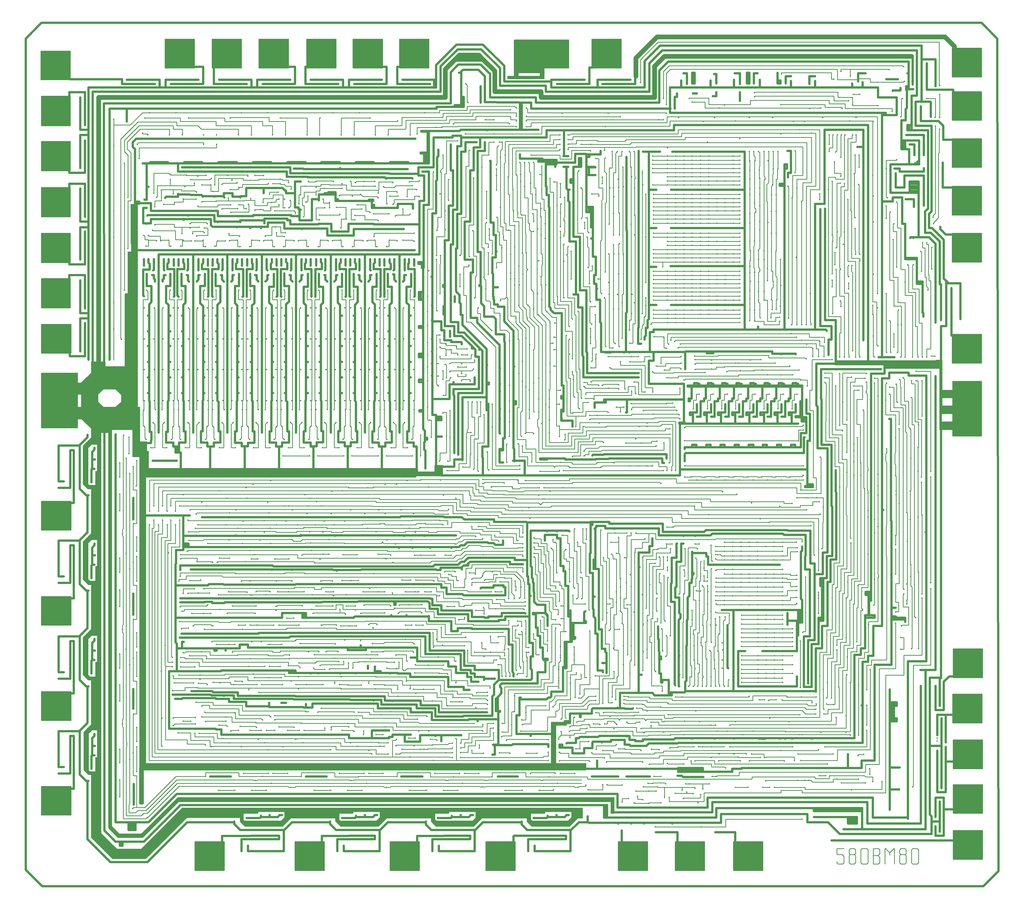
<source format=gbr>
%FSLAX34Y34*%
%MOMM*%
%LNCOPPER_INNER1*%
G71*
G01*
%ADD10C, 0.25*%
%ADD11C, 0.25*%
%ADD12C, 0.50*%
%ADD13C, 0.80*%
%ADD14C, 1.60*%
%LPD*%
G36*
X1668000Y2906000D02*
X1854000Y2906000D01*
X1854000Y2810000D01*
X1770000Y2810000D01*
X1770000Y2782000D01*
X1756000Y2782000D01*
X1756000Y2794000D01*
X1682000Y2794000D01*
X1682000Y2782000D01*
X1720000Y2782000D01*
X1770000Y2782000D01*
X1770000Y2774000D01*
X1646000Y2774000D01*
X1646000Y2782000D01*
X1668000Y2782000D01*
X1668000Y2906000D01*
G37*
G54D10*
X1668000Y2906000D02*
X1854000Y2906000D01*
X1854000Y2810000D01*
X1770000Y2810000D01*
X1770000Y2782000D01*
X1756000Y2782000D01*
X1756000Y2794000D01*
X1682000Y2794000D01*
X1682000Y2782000D01*
X1720000Y2782000D01*
X1770000Y2782000D01*
X1770000Y2774000D01*
X1646000Y2774000D01*
X1646000Y2782000D01*
X1668000Y2782000D01*
X1668000Y2906000D01*
G36*
X60000Y1586000D02*
X60000Y1772000D01*
X182000Y1772000D01*
X182000Y1738000D01*
X194000Y1738000D01*
X230000Y1772000D01*
X230000Y1810000D01*
X276000Y1810000D01*
X276000Y1794000D01*
X344000Y1794000D01*
X344000Y2042000D01*
X354000Y2042000D01*
X354000Y2184000D01*
X366000Y2184000D01*
X366000Y2212000D01*
X364000Y2212000D01*
X364000Y2346000D01*
X376000Y2346000D01*
X376000Y2358000D01*
X394000Y2358000D01*
X394000Y2346000D01*
X386000Y2346000D01*
X386000Y1656000D01*
X394000Y1656000D01*
X394000Y1538000D01*
X418000Y1538000D01*
X418000Y1506000D01*
X424000Y1506000D01*
X424000Y1448000D01*
X1340000Y1448000D01*
X1340000Y1436000D01*
X1398000Y1436000D01*
X1398000Y1458000D01*
X1424000Y1458000D01*
X1424000Y1422000D01*
X1334000Y1422000D01*
X1334000Y1418000D01*
X414000Y1418000D01*
X414000Y444000D01*
X1794000Y444000D01*
X1794000Y584000D01*
X1838000Y584000D01*
X1838000Y588000D01*
X1846000Y588000D01*
X1846000Y574000D01*
X1810000Y574000D01*
X1810000Y444000D01*
X1912000Y444000D01*
X1912000Y422000D01*
X394000Y422000D01*
X394000Y1488000D01*
X370000Y1488000D01*
X370000Y1580000D01*
X298000Y1580000D01*
X298000Y1570000D01*
X262000Y1570000D01*
X262000Y1530000D01*
X230000Y1530000D01*
X230000Y1584000D01*
X196000Y1616000D01*
X196000Y1700000D01*
X252000Y1700000D01*
X252000Y1674000D01*
X270000Y1656000D01*
X312000Y1656000D01*
X332000Y1674000D01*
X332000Y1698000D01*
X312000Y1718000D01*
X270000Y1718000D01*
X252000Y1700000D01*
X182000Y1700000D01*
X182000Y1656000D01*
X196000Y1656000D01*
X196000Y1616000D01*
X182000Y1616000D01*
X182000Y1586000D01*
X60000Y1586000D01*
G37*
G54D11*
X60000Y1586000D02*
X60000Y1772000D01*
X182000Y1772000D01*
X182000Y1738000D01*
X194000Y1738000D01*
X230000Y1772000D01*
X230000Y1810000D01*
X276000Y1810000D01*
X276000Y1794000D01*
X344000Y1794000D01*
X344000Y2042000D01*
X354000Y2042000D01*
X354000Y2184000D01*
X366000Y2184000D01*
X366000Y2212000D01*
X364000Y2212000D01*
X364000Y2346000D01*
X376000Y2346000D01*
X376000Y2358000D01*
X394000Y2358000D01*
X394000Y2346000D01*
X386000Y2346000D01*
X386000Y1656000D01*
X394000Y1656000D01*
X394000Y1538000D01*
X418000Y1538000D01*
X418000Y1506000D01*
X424000Y1506000D01*
X424000Y1448000D01*
X1340000Y1448000D01*
X1340000Y1436000D01*
X1398000Y1436000D01*
X1398000Y1458000D01*
X1424000Y1458000D01*
X1424000Y1422000D01*
X1334000Y1422000D01*
X1334000Y1418000D01*
X414000Y1418000D01*
X414000Y444000D01*
X1794000Y444000D01*
X1794000Y584000D01*
X1838000Y584000D01*
X1838000Y588000D01*
X1846000Y588000D01*
X1846000Y574000D01*
X1810000Y574000D01*
X1810000Y444000D01*
X1912000Y444000D01*
X1912000Y422000D01*
X394000Y422000D01*
X394000Y1488000D01*
X370000Y1488000D01*
X370000Y1580000D01*
X298000Y1580000D01*
X298000Y1570000D01*
X262000Y1570000D01*
X262000Y1530000D01*
X230000Y1530000D01*
X230000Y1584000D01*
X196000Y1616000D01*
X196000Y1700000D01*
X252000Y1700000D01*
X252000Y1674000D01*
X270000Y1656000D01*
X312000Y1656000D01*
X332000Y1674000D01*
X332000Y1698000D01*
X312000Y1718000D01*
X270000Y1718000D01*
X252000Y1700000D01*
X182000Y1700000D01*
X182000Y1656000D01*
X196000Y1656000D01*
X196000Y1616000D01*
X182000Y1616000D01*
X182000Y1586000D01*
X60000Y1586000D01*
G36*
X60000Y1840000D02*
X60000Y1938000D01*
X160000Y1938000D01*
X160000Y1840000D01*
X60000Y1840000D01*
G37*
G54D10*
X60000Y1840000D02*
X60000Y1938000D01*
X160000Y1938000D01*
X160000Y1840000D01*
X60000Y1840000D01*
G36*
X60000Y1994000D02*
X60000Y2094000D01*
X158000Y2094000D01*
X158000Y1994000D01*
X60000Y1994000D01*
G37*
G54D10*
X60000Y1994000D02*
X60000Y2094000D01*
X158000Y2094000D01*
X158000Y1994000D01*
X60000Y1994000D01*
X446000Y2338000D02*
G54D12*
D03*
X476000Y2346000D02*
G54D12*
D03*
X452000Y2370000D02*
G54D12*
D03*
X480000Y2368000D02*
G54D12*
D03*
X442000Y2384000D02*
G54D12*
D03*
X512000Y2346000D02*
G54D12*
D03*
X542000Y2364000D02*
G54D12*
D03*
X524000Y2382000D02*
G54D12*
D03*
X508000Y2382000D02*
G54D12*
D03*
X420000Y2308000D02*
G54D12*
D03*
X410000Y2334000D02*
G54D12*
D03*
X418000Y2334000D02*
G54D12*
D03*
X410000Y2362000D02*
G54D12*
D03*
X418000Y2362000D02*
G54D12*
D03*
X418000Y2280000D02*
G54D12*
D03*
X446000Y2276000D02*
G54D12*
D03*
X354000Y2370000D02*
G54D12*
D03*
X354000Y2196000D02*
G54D12*
D03*
X292000Y2162000D02*
G54D12*
D03*
X292000Y2138000D02*
G54D12*
D03*
X292000Y2108000D02*
G54D12*
D03*
X254000Y2162000D02*
G54D12*
D03*
X254000Y2186000D02*
G54D12*
D03*
X254000Y2206000D02*
G54D12*
D03*
X254000Y2230000D02*
G54D12*
D03*
X272000Y2224000D02*
G54D12*
D03*
X272000Y2202000D02*
G54D12*
D03*
X306000Y2234000D02*
G54D12*
D03*
X292000Y2260000D02*
G54D12*
D03*
X200000Y2142000D02*
G54D12*
D03*
X208000Y2156000D02*
G54D12*
D03*
X208000Y2178000D02*
G54D12*
D03*
X208000Y2200000D02*
G54D12*
D03*
X208000Y2222000D02*
G54D12*
D03*
X208000Y2246000D02*
G54D12*
D03*
X192000Y2164000D02*
G54D12*
D03*
X192000Y2186000D02*
G54D12*
D03*
X192000Y2210000D02*
G54D12*
D03*
X192000Y2230000D02*
G54D12*
D03*
X192000Y2252000D02*
G54D12*
D03*
X198000Y2268000D02*
G54D12*
D03*
X216000Y2268000D02*
G54D12*
D03*
X606000Y2324000D02*
G54D12*
D03*
X736000Y2306000D02*
G54D12*
D03*
X400000Y2190000D02*
G54D12*
D03*
X442000Y2190000D02*
G54D12*
D03*
X476000Y2190000D02*
G54D12*
D03*
X518000Y2190000D02*
G54D12*
D03*
X560000Y2190000D02*
G54D12*
D03*
X592000Y2190000D02*
G54D12*
D03*
X634000Y2190000D02*
G54D12*
D03*
X677000Y2190000D02*
G54D12*
D03*
X710000Y2190000D02*
G54D12*
D03*
X752000Y2190000D02*
G54D12*
D03*
X742000Y2160000D02*
G54D12*
D03*
X760000Y2160000D02*
G54D12*
D03*
X794000Y2190000D02*
G54D12*
D03*
X826000Y2190000D02*
G54D12*
D03*
X768000Y2202000D02*
G54D12*
D03*
X736000Y2202000D02*
G54D12*
D03*
X776000Y2224000D02*
G54D12*
D03*
X802000Y2222000D02*
G54D12*
D03*
X816000Y2222000D02*
G54D12*
D03*
X726000Y2224000D02*
G54D12*
D03*
X734000Y2238000D02*
G54D12*
D03*
X700000Y2222000D02*
G54D12*
D03*
X686000Y2222000D02*
G54D12*
D03*
X660000Y2222000D02*
G54D12*
D03*
X650000Y2204000D02*
G54D12*
D03*
X658000Y2160000D02*
G54D12*
D03*
X676000Y2160000D02*
G54D12*
D03*
X710000Y2160000D02*
G54D12*
D03*
X726000Y2160000D02*
G54D12*
D03*
X776000Y2160000D02*
G54D12*
D03*
X792000Y2160000D02*
G54D12*
D03*
X408000Y2160000D02*
G54D12*
D03*
X424000Y2160000D02*
G54D12*
D03*
X442000Y2160000D02*
G54D12*
D03*
X476000Y2160000D02*
G54D12*
D03*
X492000Y2160000D02*
G54D12*
D03*
X200000Y2106000D02*
G54D12*
D03*
X208000Y2090000D02*
G54D12*
D03*
X192000Y2080000D02*
G54D12*
D03*
X208000Y2068000D02*
G54D12*
D03*
X192000Y2058000D02*
G54D12*
D03*
X192000Y2036000D02*
G54D12*
D03*
X208000Y2046000D02*
G54D12*
D03*
X208000Y2022000D02*
G54D12*
D03*
X192000Y2012000D02*
G54D12*
D03*
X192000Y1990000D02*
G54D12*
D03*
X208000Y2000000D02*
G54D12*
D03*
X198000Y1976000D02*
G54D12*
D03*
X216000Y1976000D02*
G54D12*
D03*
X292000Y1972000D02*
G54D12*
D03*
X292000Y1962000D02*
G54D12*
D03*
X292000Y1948000D02*
G54D12*
D03*
X292000Y1984000D02*
G54D12*
D03*
X192000Y1852000D02*
G54D12*
D03*
X192000Y1874000D02*
G54D12*
D03*
X192000Y1898000D02*
G54D12*
D03*
X192000Y1920000D02*
G54D12*
D03*
X192000Y1942000D02*
G54D12*
D03*
X198000Y1958000D02*
G54D12*
D03*
X216000Y1958000D02*
G54D12*
D03*
X208000Y1932000D02*
G54D12*
D03*
X208000Y1910000D02*
G54D12*
D03*
X208000Y1888000D02*
G54D12*
D03*
X208000Y1866000D02*
G54D12*
D03*
X208000Y1844000D02*
G54D12*
D03*
X200000Y1830000D02*
G54D12*
D03*
G36*
X60000Y2148000D02*
X60000Y2248000D01*
X158000Y2248000D01*
X158000Y2148000D01*
X60000Y2148000D01*
G37*
G54D10*
X60000Y2148000D02*
X60000Y2248000D01*
X158000Y2248000D01*
X158000Y2148000D01*
X60000Y2148000D01*
G36*
X60000Y2304000D02*
X60000Y2404000D01*
X158000Y2404000D01*
X158000Y2304000D01*
X60000Y2304000D01*
G37*
G54D10*
X60000Y2304000D02*
X60000Y2404000D01*
X158000Y2404000D01*
X158000Y2304000D01*
X60000Y2304000D01*
G36*
X60000Y2460000D02*
X60000Y2560000D01*
X158000Y2560000D01*
X158000Y2460000D01*
X60000Y2460000D01*
G37*
G54D10*
X60000Y2460000D02*
X60000Y2560000D01*
X158000Y2560000D01*
X158000Y2460000D01*
X60000Y2460000D01*
G36*
X60000Y2614000D02*
X60000Y2714000D01*
X158000Y2714000D01*
X158000Y2614000D01*
X60000Y2614000D01*
G37*
G54D10*
X60000Y2614000D02*
X60000Y2714000D01*
X158000Y2714000D01*
X158000Y2614000D01*
X60000Y2614000D01*
G36*
X60000Y1238000D02*
X60000Y1336000D01*
X160000Y1336000D01*
X160000Y1238000D01*
X60000Y1238000D01*
G37*
G54D10*
X60000Y1238000D02*
X60000Y1336000D01*
X160000Y1336000D01*
X160000Y1238000D01*
X60000Y1238000D01*
G36*
X60000Y914000D02*
X60000Y1012000D01*
X160000Y1012000D01*
X160000Y914000D01*
X60000Y914000D01*
G37*
G54D10*
X60000Y914000D02*
X60000Y1012000D01*
X160000Y1012000D01*
X160000Y914000D01*
X60000Y914000D01*
G36*
X3160000Y1714000D02*
X3160000Y1744000D01*
X3258000Y1744000D01*
X3258000Y1558000D01*
X3160000Y1558000D01*
X3160000Y1580000D01*
X3116000Y1580000D01*
X3116000Y1636000D01*
X3122000Y1634000D01*
X3122000Y1606000D01*
X3160000Y1606000D01*
X3160000Y1634000D01*
X3116000Y1634000D01*
X3116000Y1688000D01*
X3124000Y1688000D01*
X3124000Y1660000D01*
X3160000Y1660000D01*
X3160000Y1688000D01*
X3116000Y1688000D01*
X3116000Y1788000D01*
X2928000Y1788000D01*
X2928000Y1800000D01*
X2760000Y1800000D01*
X2760000Y1814000D01*
X3102000Y1814000D01*
X3104000Y1816000D01*
X3124000Y1816000D01*
X3124000Y1714000D01*
X3160000Y1714000D01*
G37*
G54D10*
X3160000Y1714000D02*
X3160000Y1744000D01*
X3258000Y1744000D01*
X3258000Y1558000D01*
X3160000Y1558000D01*
X3160000Y1580000D01*
X3116000Y1580000D01*
X3116000Y1636000D01*
X3122000Y1634000D01*
X3122000Y1606000D01*
X3160000Y1606000D01*
X3160000Y1634000D01*
X3116000Y1634000D01*
X3116000Y1688000D01*
X3124000Y1688000D01*
X3124000Y1660000D01*
X3160000Y1660000D01*
X3160000Y1688000D01*
X3116000Y1688000D01*
X3116000Y1788000D01*
X2928000Y1788000D01*
X2928000Y1800000D01*
X2760000Y1800000D01*
X2760000Y1814000D01*
X3102000Y1814000D01*
X3104000Y1816000D01*
X3124000Y1816000D01*
X3124000Y1714000D01*
X3160000Y1714000D01*
G36*
X3158000Y1806000D02*
X3158000Y1904000D01*
X3258000Y1904000D01*
X3258000Y1806000D01*
X3158000Y1806000D01*
G37*
G54D10*
X3158000Y1806000D02*
X3158000Y1904000D01*
X3258000Y1904000D01*
X3258000Y1806000D01*
X3158000Y1806000D01*
G36*
X3158000Y2150000D02*
X3158000Y2248000D01*
X3258000Y2248000D01*
X3258000Y2150000D01*
X3158000Y2150000D01*
G37*
G54D10*
X3158000Y2150000D02*
X3158000Y2248000D01*
X3258000Y2248000D01*
X3258000Y2150000D01*
X3158000Y2150000D01*
G36*
X3158000Y2310000D02*
X3158000Y2408000D01*
X3258000Y2408000D01*
X3258000Y2310000D01*
X3158000Y2310000D01*
G37*
G54D10*
X3158000Y2310000D02*
X3158000Y2408000D01*
X3258000Y2408000D01*
X3258000Y2310000D01*
X3158000Y2310000D01*
G36*
X3158000Y2472000D02*
X3158000Y2570000D01*
X3258000Y2570000D01*
X3258000Y2472000D01*
X3158000Y2472000D01*
G37*
G54D10*
X3158000Y2472000D02*
X3158000Y2570000D01*
X3258000Y2570000D01*
X3258000Y2472000D01*
X3158000Y2472000D01*
G36*
X60000Y590000D02*
X60000Y688000D01*
X160000Y688000D01*
X160000Y590000D01*
X60000Y590000D01*
G37*
G54D10*
X60000Y590000D02*
X60000Y688000D01*
X160000Y688000D01*
X160000Y590000D01*
X60000Y590000D01*
G36*
X3162000Y736000D02*
X3162000Y834000D01*
X3262000Y834000D01*
X3262000Y736000D01*
X3162000Y736000D01*
G37*
G54D10*
X3162000Y736000D02*
X3162000Y834000D01*
X3262000Y834000D01*
X3262000Y736000D01*
X3162000Y736000D01*
G36*
X3160000Y582000D02*
X3160000Y680000D01*
X3260000Y680000D01*
X3260000Y582000D01*
X3160000Y582000D01*
G37*
G54D10*
X3160000Y582000D02*
X3160000Y680000D01*
X3260000Y680000D01*
X3260000Y582000D01*
X3160000Y582000D01*
G36*
X3162000Y426000D02*
X3162000Y524000D01*
X3262000Y524000D01*
X3262000Y426000D01*
X3162000Y426000D01*
G37*
G54D10*
X3162000Y426000D02*
X3162000Y524000D01*
X3262000Y524000D01*
X3262000Y426000D01*
X3162000Y426000D01*
G36*
X3162000Y274000D02*
X3162000Y372000D01*
X3262000Y372000D01*
X3262000Y274000D01*
X3162000Y274000D01*
G37*
G54D10*
X3162000Y274000D02*
X3162000Y372000D01*
X3262000Y372000D01*
X3262000Y274000D01*
X3162000Y274000D01*
G36*
X3162000Y118000D02*
X3162000Y216000D01*
X3262000Y216000D01*
X3262000Y118000D01*
X3162000Y118000D01*
G37*
G54D10*
X3162000Y118000D02*
X3162000Y216000D01*
X3262000Y216000D01*
X3262000Y118000D01*
X3162000Y118000D01*
G36*
X2414000Y80000D02*
X2414000Y178000D01*
X2514000Y178000D01*
X2514000Y80000D01*
X2414000Y80000D01*
G37*
G54D10*
X2414000Y80000D02*
X2414000Y178000D01*
X2514000Y178000D01*
X2514000Y80000D01*
X2414000Y80000D01*
G36*
X2216000Y80000D02*
X2216000Y178000D01*
X2316000Y178000D01*
X2316000Y80000D01*
X2216000Y80000D01*
G37*
G54D10*
X2216000Y80000D02*
X2216000Y178000D01*
X2316000Y178000D01*
X2316000Y80000D01*
X2216000Y80000D01*
G36*
X2022000Y80000D02*
X2022000Y178000D01*
X2122000Y178000D01*
X2122000Y80000D01*
X2022000Y80000D01*
G37*
G54D10*
X2022000Y80000D02*
X2022000Y178000D01*
X2122000Y178000D01*
X2122000Y80000D01*
X2022000Y80000D01*
G36*
X58000Y2770000D02*
X58000Y2868000D01*
X158000Y2868000D01*
X158000Y2770000D01*
X58000Y2770000D01*
G37*
G54D10*
X58000Y2770000D02*
X58000Y2868000D01*
X158000Y2868000D01*
X158000Y2770000D01*
X58000Y2770000D01*
G36*
X480000Y2810000D02*
X480000Y2908000D01*
X580000Y2908000D01*
X580000Y2810000D01*
X480000Y2810000D01*
G37*
G54D10*
X480000Y2810000D02*
X480000Y2908000D01*
X580000Y2908000D01*
X580000Y2810000D01*
X480000Y2810000D01*
G36*
X640000Y2810000D02*
X640000Y2908000D01*
X740000Y2908000D01*
X740000Y2810000D01*
X640000Y2810000D01*
G37*
G54D10*
X640000Y2810000D02*
X640000Y2908000D01*
X740000Y2908000D01*
X740000Y2810000D01*
X640000Y2810000D01*
G36*
X800000Y2810000D02*
X800000Y2908000D01*
X900000Y2908000D01*
X900000Y2810000D01*
X800000Y2810000D01*
G37*
G54D10*
X800000Y2810000D02*
X800000Y2908000D01*
X900000Y2908000D01*
X900000Y2810000D01*
X800000Y2810000D01*
G36*
X60000Y268000D02*
X60000Y366000D01*
X160000Y366000D01*
X160000Y268000D01*
X60000Y268000D01*
G37*
G54D10*
X60000Y268000D02*
X60000Y366000D01*
X160000Y366000D01*
X160000Y268000D01*
X60000Y268000D01*
G36*
X582000Y80000D02*
X582000Y178000D01*
X682000Y178000D01*
X682000Y80000D01*
X582000Y80000D01*
G37*
G54D10*
X582000Y80000D02*
X582000Y178000D01*
X682000Y178000D01*
X682000Y80000D01*
X582000Y80000D01*
G36*
X922000Y80000D02*
X922000Y178000D01*
X1022000Y178000D01*
X1022000Y80000D01*
X922000Y80000D01*
G37*
G54D10*
X922000Y80000D02*
X922000Y178000D01*
X1022000Y178000D01*
X1022000Y80000D01*
X922000Y80000D01*
G36*
X1246000Y80000D02*
X1246000Y178000D01*
X1346000Y178000D01*
X1346000Y80000D01*
X1246000Y80000D01*
G37*
G54D10*
X1246000Y80000D02*
X1246000Y178000D01*
X1346000Y178000D01*
X1346000Y80000D01*
X1246000Y80000D01*
G36*
X1572000Y80000D02*
X1572000Y178000D01*
X1672000Y178000D01*
X1672000Y80000D01*
X1572000Y80000D01*
G37*
G54D10*
X1572000Y80000D02*
X1572000Y178000D01*
X1672000Y178000D01*
X1672000Y80000D01*
X1572000Y80000D01*
G36*
X3158000Y2632000D02*
X3158000Y2730000D01*
X3258000Y2730000D01*
X3258000Y2632000D01*
X3158000Y2632000D01*
G37*
G54D10*
X3158000Y2632000D02*
X3158000Y2730000D01*
X3258000Y2730000D01*
X3258000Y2632000D01*
X3158000Y2632000D01*
G36*
X3158000Y2780000D02*
X3158000Y2878000D01*
X3258000Y2878000D01*
X3258000Y2780000D01*
X3158000Y2780000D01*
G37*
G54D10*
X3158000Y2780000D02*
X3158000Y2878000D01*
X3258000Y2878000D01*
X3258000Y2780000D01*
X3158000Y2780000D01*
G36*
X1932000Y2810000D02*
X1932000Y2908000D01*
X2032000Y2908000D01*
X2032000Y2810000D01*
X1932000Y2810000D01*
G37*
G54D10*
X1932000Y2810000D02*
X1932000Y2908000D01*
X2032000Y2908000D01*
X2032000Y2810000D01*
X1932000Y2810000D01*
G36*
X1278000Y2810000D02*
X1278000Y2908000D01*
X1378000Y2908000D01*
X1378000Y2810000D01*
X1278000Y2810000D01*
G37*
G54D10*
X1278000Y2810000D02*
X1278000Y2908000D01*
X1378000Y2908000D01*
X1378000Y2810000D01*
X1278000Y2810000D01*
G36*
X1120000Y2810000D02*
X1120000Y2908000D01*
X1220000Y2908000D01*
X1220000Y2810000D01*
X1120000Y2810000D01*
G37*
G54D10*
X1120000Y2810000D02*
X1120000Y2908000D01*
X1220000Y2908000D01*
X1220000Y2810000D01*
X1120000Y2810000D01*
G36*
X962000Y2810000D02*
X962000Y2908000D01*
X1062000Y2908000D01*
X1062000Y2810000D01*
X962000Y2810000D01*
G37*
G54D10*
X962000Y2810000D02*
X962000Y2908000D01*
X1062000Y2908000D01*
X1062000Y2810000D01*
X962000Y2810000D01*
G54D13*
X154000Y2090000D02*
X154000Y2106000D01*
X208000Y2106000D01*
X208000Y1992000D01*
G54D13*
X192000Y2088000D02*
X192000Y1976000D01*
X220000Y1976000D01*
X220000Y1958000D01*
X192000Y1958000D01*
X192000Y1846000D01*
G54D13*
X220000Y1818000D02*
X220000Y1958000D01*
G54D13*
X220000Y1976000D02*
X220000Y2268000D01*
X192000Y2268000D01*
X192000Y2158000D01*
G54D13*
X154000Y2152000D02*
X154000Y2142000D01*
X208000Y2142000D01*
X208000Y2254000D01*
X216000Y2288000D02*
G54D12*
D03*
X198000Y2288000D02*
G54D12*
D03*
X208000Y2312000D02*
G54D12*
D03*
X208000Y2334000D02*
G54D12*
D03*
X208000Y2356000D02*
G54D12*
D03*
X208000Y2378000D02*
G54D12*
D03*
X208000Y2400000D02*
G54D12*
D03*
X200000Y2416000D02*
G54D12*
D03*
X192000Y2392000D02*
G54D12*
D03*
X192000Y2370000D02*
G54D12*
D03*
X192000Y2348000D02*
G54D12*
D03*
X192000Y2326000D02*
G54D12*
D03*
X192000Y2302000D02*
G54D12*
D03*
G54D13*
X192000Y2400000D02*
X192000Y2288000D01*
X220000Y2288000D01*
X220000Y2268000D01*
G54D13*
X220000Y2288000D02*
X220000Y2744000D01*
X1402000Y2744000D01*
X1402000Y2820000D01*
X1472000Y2890000D01*
X1562000Y2890000D01*
X1634000Y2818000D01*
X1634000Y2764000D01*
X1794000Y2764000D01*
X1794000Y2744000D01*
X2112000Y2744000D01*
X2112000Y2834000D01*
X2164000Y2886000D01*
X2810000Y2886000D01*
X2810000Y2886000D02*
G54D12*
D03*
G54D13*
X2810000Y2886000D02*
X3054000Y2886000D01*
X3054000Y2696000D01*
X3034000Y2696000D01*
X3034000Y2614000D01*
X3088000Y2614000D01*
X3088000Y2606000D02*
G54D12*
D03*
G54D13*
X3088000Y2614000D02*
X3088000Y2606000D01*
X3088000Y2464000D01*
X3088000Y2464000D02*
G54D12*
D03*
G54D13*
X3088000Y2464000D02*
X3088000Y2322000D01*
X3080000Y2314000D01*
X3080000Y2266000D01*
X3090000Y2266000D01*
X3130000Y2226000D01*
X3130000Y2094000D01*
X3144000Y2080000D01*
X3130000Y2094000D01*
X3138000Y2086000D01*
X3138000Y1932000D01*
X3120000Y1932000D01*
X3120000Y1812000D01*
G54D13*
X208000Y1942000D02*
X208000Y1830000D01*
X156000Y1830000D01*
X156000Y1842000D01*
X254000Y1918000D02*
G54D12*
D03*
X273000Y1914000D02*
G54D12*
D03*
X273000Y1890000D02*
G54D12*
D03*
X254000Y1896000D02*
G54D12*
D03*
X254000Y1874000D02*
G54D12*
D03*
X254000Y1852000D02*
G54D12*
D03*
X254000Y2082000D02*
G54D12*
D03*
X254000Y2060000D02*
G54D12*
D03*
X254000Y2038000D02*
G54D12*
D03*
X254000Y2016000D02*
G54D12*
D03*
X273000Y2042000D02*
G54D12*
D03*
X273000Y2020000D02*
G54D12*
D03*
X402000Y2710000D02*
G54D12*
D03*
X424000Y2710000D02*
G54D12*
D03*
X380000Y2710000D02*
G54D12*
D03*
X356000Y2710000D02*
G54D12*
D03*
X396000Y2690000D02*
G54D12*
D03*
X420000Y2690000D02*
G54D12*
D03*
X1656000Y2778000D02*
G54D12*
D03*
X1674000Y2778000D02*
G54D12*
D03*
X1698000Y2778000D02*
G54D12*
D03*
X1716000Y2778000D02*
G54D12*
D03*
X1740000Y2778000D02*
G54D12*
D03*
X1760000Y2778000D02*
G54D12*
D03*
X1746000Y2672000D02*
G54D12*
D03*
X1762000Y2672000D02*
G54D12*
D03*
X1700000Y2692000D02*
G54D12*
D03*
X1718000Y2692000D02*
G54D12*
D03*
X1658000Y2692000D02*
G54D12*
D03*
X1676000Y2692000D02*
G54D12*
D03*
X1616000Y2692000D02*
G54D12*
D03*
X1634000Y2692000D02*
G54D12*
D03*
X1498000Y2804000D02*
G54D12*
D03*
X1480000Y2794000D02*
G54D12*
D03*
X1488000Y2750000D02*
G54D12*
D03*
X1488000Y2732000D02*
G54D12*
D03*
X1492000Y2708000D02*
G54D12*
D03*
X1494000Y2692000D02*
G54D12*
D03*
X1512000Y2692000D02*
G54D12*
D03*
X1404000Y2672000D02*
G54D12*
D03*
X1390000Y2672000D02*
G54D12*
D03*
X1292000Y2672000D02*
G54D12*
D03*
X1268000Y2672000D02*
G54D12*
D03*
X1236000Y2672000D02*
G54D12*
D03*
X1214000Y2672000D02*
G54D12*
D03*
X1114000Y2672000D02*
G54D12*
D03*
X1102000Y2672000D02*
G54D12*
D03*
X1092000Y2672000D02*
G54D12*
D03*
X1078000Y2672000D02*
G54D12*
D03*
X980000Y2672000D02*
G54D12*
D03*
X956000Y2672000D02*
G54D12*
D03*
X924000Y2672000D02*
G54D12*
D03*
X900000Y2672000D02*
G54D12*
D03*
X802000Y2672000D02*
G54D12*
D03*
X790000Y2672000D02*
G54D12*
D03*
X780000Y2672000D02*
G54D12*
D03*
X766000Y2672000D02*
G54D12*
D03*
X292000Y1826000D02*
G54D12*
D03*
X292000Y1850000D02*
G54D12*
D03*
X332000Y1886000D02*
G54D12*
D03*
G54D13*
X234000Y1804000D02*
X234000Y2730000D01*
X1418000Y2730000D01*
X1418000Y2816000D01*
X1476000Y2874000D01*
X1556000Y2874000D01*
X1620000Y2810000D01*
X1620000Y2750000D01*
X1776000Y2750000D01*
X1776000Y2730000D01*
X2128000Y2730000D01*
X2128000Y2826000D01*
X2172000Y2870000D01*
X3038000Y2870000D01*
X3038000Y2716000D01*
X3020000Y2716000D01*
X3020000Y2668000D02*
G54D12*
D03*
X3020000Y2638000D02*
G54D12*
D03*
G54D13*
X3020000Y2716000D02*
X3020000Y2598000D01*
X3006000Y2598000D01*
X3006000Y2616000D01*
X3020000Y2616000D01*
X3006000Y2606000D02*
G54D12*
D03*
G54D13*
X3020000Y2598000D02*
X3076000Y2598000D01*
X3076000Y2332000D01*
X3066000Y2322000D01*
X3066000Y2250000D01*
X3086000Y2250000D01*
X3116000Y2220000D01*
X3116000Y2074000D01*
X3120000Y2074000D01*
X3120000Y1952000D01*
X3120000Y2052000D02*
G54D12*
D03*
X3120000Y2038000D02*
G54D12*
D03*
X3120000Y2016000D02*
G54D12*
D03*
X3120000Y2000000D02*
G54D12*
D03*
X3120000Y1978000D02*
G54D12*
D03*
X3120000Y1962000D02*
G54D12*
D03*
G54D13*
X3012000Y2616000D02*
X3012000Y2598000D01*
G54D13*
X273000Y1808000D02*
X272000Y2690000D01*
X254000Y2326000D02*
G54D12*
D03*
X254000Y2350000D02*
G54D12*
D03*
X254000Y2372000D02*
G54D12*
D03*
X254000Y2394000D02*
G54D12*
D03*
X254000Y2476000D02*
G54D12*
D03*
X254000Y2498000D02*
G54D12*
D03*
X254000Y2520000D02*
G54D12*
D03*
X254000Y2542000D02*
G54D12*
D03*
X200000Y2454000D02*
G54D12*
D03*
X208000Y2468000D02*
G54D12*
D03*
X208000Y2490000D02*
G54D12*
D03*
X208000Y2512000D02*
G54D12*
D03*
X208000Y2536000D02*
G54D12*
D03*
X192000Y2476000D02*
G54D12*
D03*
X192000Y2498000D02*
G54D12*
D03*
X192000Y2522000D02*
G54D12*
D03*
X192000Y2542000D02*
G54D12*
D03*
X192000Y2566000D02*
G54D12*
D03*
X198000Y2582000D02*
G54D12*
D03*
X214000Y2582000D02*
G54D12*
D03*
X292000Y2608000D02*
G54D12*
D03*
X292000Y2594000D02*
G54D12*
D03*
X292000Y2584000D02*
G54D12*
D03*
X292000Y2572000D02*
G54D12*
D03*
X306000Y2636000D02*
G54D12*
D03*
X350000Y2628000D02*
G54D12*
D03*
X356000Y2672000D02*
G54D12*
D03*
X332000Y2672000D02*
G54D12*
D03*
X412000Y2640000D02*
G54D12*
D03*
X428000Y2658000D02*
G54D12*
D03*
X454000Y2672000D02*
G54D12*
D03*
X468000Y2672000D02*
G54D12*
D03*
X478000Y2672000D02*
G54D12*
D03*
X306000Y2546000D02*
G54D12*
D03*
X272000Y2538000D02*
G54D12*
D03*
X272000Y2514000D02*
G54D12*
D03*
X292000Y2474000D02*
G54D12*
D03*
X292000Y2274000D02*
G54D12*
D03*
X292000Y2284000D02*
G54D12*
D03*
X292000Y2298000D02*
G54D12*
D03*
X306000Y2324000D02*
G54D12*
D03*
X292000Y2394000D02*
G54D12*
D03*
X292000Y2418000D02*
G54D12*
D03*
X292000Y2450000D02*
G54D12*
D03*
X274000Y2332000D02*
G54D12*
D03*
X274000Y2354000D02*
G54D12*
D03*
X292000Y2084000D02*
G54D12*
D03*
X192000Y2614000D02*
G54D12*
D03*
X192000Y2636000D02*
G54D12*
D03*
X192000Y2658000D02*
G54D12*
D03*
X192000Y2682000D02*
G54D12*
D03*
X192000Y2704000D02*
G54D12*
D03*
X198000Y2728000D02*
G54D12*
D03*
X208000Y2712000D02*
G54D12*
D03*
X208000Y2690000D02*
G54D12*
D03*
X208000Y2668000D02*
G54D12*
D03*
X208000Y2646000D02*
G54D12*
D03*
X208000Y2624000D02*
G54D12*
D03*
X254000Y2638000D02*
G54D12*
D03*
X254000Y2660000D02*
G54D12*
D03*
X254000Y2684000D02*
G54D12*
D03*
X254000Y2704000D02*
G54D12*
D03*
X272000Y2666000D02*
G54D12*
D03*
X272000Y2642000D02*
G54D12*
D03*
X1364000Y2658000D02*
G54D12*
D03*
X342000Y2054000D02*
G54D12*
D03*
G54D13*
X272000Y2690000D02*
X1452000Y2690000D01*
X526000Y2690000D02*
G54D12*
D03*
X548000Y2690000D02*
G54D12*
D03*
X522000Y2710000D02*
G54D12*
D03*
X542000Y2710000D02*
G54D12*
D03*
X566000Y2710000D02*
G54D12*
D03*
X588000Y2710000D02*
G54D12*
D03*
X670000Y2710000D02*
G54D12*
D03*
X692000Y2710000D02*
G54D12*
D03*
X714000Y2710000D02*
G54D12*
D03*
X736000Y2710000D02*
G54D12*
D03*
X708000Y2690000D02*
G54D12*
D03*
X732000Y2690000D02*
G54D12*
D03*
X838000Y2690000D02*
G54D12*
D03*
X860000Y2690000D02*
G54D12*
D03*
X834000Y2710000D02*
G54D12*
D03*
X856000Y2710000D02*
G54D12*
D03*
X878000Y2710000D02*
G54D12*
D03*
X900000Y2710000D02*
G54D12*
D03*
X358000Y2770000D02*
G54D12*
D03*
X380000Y2770000D02*
G54D12*
D03*
X402000Y2770000D02*
G54D12*
D03*
X426000Y2770000D02*
G54D12*
D03*
X446000Y2770000D02*
G54D12*
D03*
X462000Y2764000D02*
G54D12*
D03*
X462000Y2748000D02*
G54D12*
D03*
X350000Y2756000D02*
G54D12*
D03*
X372000Y2756000D02*
G54D12*
D03*
X394000Y2756000D02*
G54D12*
D03*
X416000Y2756000D02*
G54D12*
D03*
X438000Y2756000D02*
G54D12*
D03*
X334000Y2764000D02*
G54D12*
D03*
G54D13*
X446000Y2756000D02*
X334000Y2756000D01*
X334000Y2764000D01*
X334000Y2772000D01*
X156000Y2772000D01*
X148000Y2780000D01*
G54D13*
X462000Y2744000D02*
X462000Y2770000D01*
X350000Y2770000D01*
G54D13*
X208000Y2616000D02*
X208000Y2728000D01*
X154000Y2728000D01*
X154000Y2710000D01*
X152000Y2708000D01*
G54D13*
X192000Y2710000D02*
X192000Y2600000D01*
X220000Y2600000D01*
X198000Y2600000D02*
G54D12*
D03*
X214000Y2600000D02*
G54D12*
D03*
G54D13*
X208000Y2304000D02*
X208000Y2416000D01*
X154000Y2416000D01*
X154000Y2400000D01*
X150000Y2396000D01*
G54D13*
X220000Y2582000D02*
X192000Y2582000D01*
X192000Y2470000D01*
X208000Y2558000D02*
G54D12*
D03*
G54D13*
X208000Y2564000D02*
X208000Y2454000D01*
X154000Y2454000D01*
X154000Y2464000D01*
X150000Y2468000D01*
X306000Y1922000D02*
G54D12*
D03*
X492000Y2672000D02*
G54D12*
D03*
G54D14*
X254000Y1802000D02*
X254000Y2710000D01*
X1434000Y2710000D01*
G54D13*
X273000Y1814000D02*
X273000Y1808000D01*
X256000Y1808000D01*
X254000Y1810000D01*
G54D13*
X256000Y1808000D02*
X234000Y1808000D01*
G54D13*
X292000Y1818000D02*
X292000Y2312000D01*
G54D13*
X292000Y2312000D02*
X292000Y2672000D01*
X1404000Y2672000D01*
X610000Y2764000D02*
G54D12*
D03*
X506000Y2756000D02*
G54D12*
D03*
X528000Y2756000D02*
G54D12*
D03*
X550000Y2756000D02*
G54D12*
D03*
X572000Y2756000D02*
G54D12*
D03*
X594000Y2756000D02*
G54D12*
D03*
X496000Y2770000D02*
G54D12*
D03*
X520000Y2770000D02*
G54D12*
D03*
X542000Y2770000D02*
G54D12*
D03*
X564000Y2770000D02*
G54D12*
D03*
X586000Y2770000D02*
G54D12*
D03*
X646000Y2764000D02*
G54D12*
D03*
X662000Y2756000D02*
G54D12*
D03*
X684000Y2756000D02*
G54D12*
D03*
X706000Y2756000D02*
G54D12*
D03*
X728000Y2756000D02*
G54D12*
D03*
X750000Y2756000D02*
G54D12*
D03*
X672000Y2770000D02*
G54D12*
D03*
X692000Y2770000D02*
G54D12*
D03*
X714000Y2770000D02*
G54D12*
D03*
X738000Y2770000D02*
G54D12*
D03*
X760000Y2770000D02*
G54D12*
D03*
X774000Y2764000D02*
G54D12*
D03*
X774000Y2748000D02*
G54D12*
D03*
X794000Y2748000D02*
G54D12*
D03*
X794000Y2764000D02*
G54D12*
D03*
X808000Y2770000D02*
G54D12*
D03*
X832000Y2770000D02*
G54D12*
D03*
X854000Y2770000D02*
G54D12*
D03*
X876000Y2770000D02*
G54D12*
D03*
X898000Y2770000D02*
G54D12*
D03*
X922000Y2762000D02*
G54D12*
D03*
X908000Y2756000D02*
G54D12*
D03*
X886000Y2756000D02*
G54D12*
D03*
X862000Y2756000D02*
G54D12*
D03*
X840000Y2756000D02*
G54D12*
D03*
X818000Y2756000D02*
G54D12*
D03*
X958000Y2762000D02*
G54D12*
D03*
X974000Y2756000D02*
G54D12*
D03*
X996000Y2756000D02*
G54D12*
D03*
X1018000Y2756000D02*
G54D12*
D03*
X1040000Y2756000D02*
G54D12*
D03*
X1064000Y2756000D02*
G54D12*
D03*
X982000Y2770000D02*
G54D12*
D03*
X1006000Y2770000D02*
G54D12*
D03*
X1028000Y2770000D02*
G54D12*
D03*
X1050000Y2770000D02*
G54D12*
D03*
X1072000Y2770000D02*
G54D12*
D03*
X1086000Y2764000D02*
G54D12*
D03*
X1086000Y2748000D02*
G54D12*
D03*
X1106000Y2748000D02*
G54D12*
D03*
X1106000Y2764000D02*
G54D12*
D03*
X1122000Y2770000D02*
G54D12*
D03*
X1144000Y2770000D02*
G54D12*
D03*
X1166000Y2770000D02*
G54D12*
D03*
X1188000Y2770000D02*
G54D12*
D03*
X1210000Y2770000D02*
G54D12*
D03*
X1130000Y2756000D02*
G54D12*
D03*
X1152000Y2756000D02*
G54D12*
D03*
X1174000Y2756000D02*
G54D12*
D03*
X1196000Y2756000D02*
G54D12*
D03*
X1220000Y2756000D02*
G54D12*
D03*
X1234000Y2762000D02*
G54D12*
D03*
X1296000Y2770000D02*
G54D12*
D03*
X1316000Y2770000D02*
G54D12*
D03*
X1340000Y2770000D02*
G54D12*
D03*
X1362000Y2770000D02*
G54D12*
D03*
X1384000Y2770000D02*
G54D12*
D03*
X1402000Y2764000D02*
G54D12*
D03*
X1402000Y2748000D02*
G54D12*
D03*
G54D13*
X1396000Y2744000D02*
X1396000Y2770000D01*
X1402000Y2770000D01*
G54D13*
X1402000Y2770000D02*
X1288000Y2770000D01*
X1270000Y2762000D02*
G54D12*
D03*
X1286000Y2756000D02*
G54D12*
D03*
X1308000Y2756000D02*
G54D12*
D03*
X1330000Y2756000D02*
G54D12*
D03*
X1352000Y2756000D02*
G54D12*
D03*
X1374000Y2756000D02*
G54D12*
D03*
G54D13*
X1382000Y2756000D02*
X1270000Y2756000D01*
X1270000Y2814000D01*
X1282000Y2814000D01*
G54D13*
X1124000Y2756000D02*
X1234000Y2756000D01*
X1234000Y2814000D01*
X1216000Y2814000D01*
G54D13*
X1106000Y2770000D02*
X1106000Y2744000D01*
G54D13*
X1218000Y2770000D02*
X1106000Y2770000D01*
G54D13*
X1086000Y2744000D02*
X1086000Y2770000D01*
X976000Y2770000D01*
G54D13*
X1070000Y2756000D02*
X958000Y2756000D01*
X958000Y2814000D01*
X966000Y2814000D01*
G54D13*
X812000Y2756000D02*
X922000Y2756000D01*
X922000Y2762000D01*
X922000Y2814000D01*
X896000Y2814000D01*
G54D13*
X794000Y2744000D02*
X794000Y2770000D01*
X906000Y2770000D01*
G54D13*
X774000Y2744000D02*
X774000Y2770000D01*
X664000Y2770000D01*
G54D13*
X758000Y2756000D02*
X646000Y2756000D01*
X646000Y2814000D01*
G54D13*
X500000Y2756000D02*
X610000Y2756000D01*
X610000Y2812000D01*
G54D13*
X610000Y2812000D02*
X610000Y2814000D01*
X576000Y2814000D01*
X482000Y2748000D02*
G54D12*
D03*
X482000Y2764000D02*
G54D12*
D03*
G54D13*
X482000Y2744000D02*
X482000Y2770000D01*
X594000Y2770000D01*
X1504000Y2756000D02*
G54D12*
D03*
X342000Y2486000D02*
G54D12*
D03*
X392000Y2502000D02*
G54D12*
D03*
X386000Y2550000D02*
G54D12*
D03*
X404000Y2570000D02*
G54D12*
D03*
X440000Y2570000D02*
G54D12*
D03*
X982000Y2710000D02*
G54D12*
D03*
X1004000Y2710000D02*
G54D12*
D03*
X1026000Y2710000D02*
G54D12*
D03*
X1048000Y2710000D02*
G54D12*
D03*
X1020000Y2690000D02*
G54D12*
D03*
X1044000Y2690000D02*
G54D12*
D03*
X1008000Y2640000D02*
G54D12*
D03*
G54D11*
X306000Y1816000D02*
X306000Y2636000D01*
X306000Y2012000D02*
G54D12*
D03*
G54D11*
X306000Y2616000D02*
X362000Y2616000D01*
X404000Y2658000D01*
X1414000Y2658000D01*
G54D13*
X350000Y2672000D02*
X350000Y2628000D01*
X1146000Y2710000D02*
G54D12*
D03*
X1168000Y2710000D02*
G54D12*
D03*
X1190000Y2710000D02*
G54D12*
D03*
X1212000Y2710000D02*
G54D12*
D03*
X1148000Y2690000D02*
G54D12*
D03*
X1172000Y2690000D02*
G54D12*
D03*
X1294000Y2710000D02*
G54D12*
D03*
X1314000Y2710000D02*
G54D12*
D03*
X1338000Y2710000D02*
G54D12*
D03*
X1360000Y2710000D02*
G54D12*
D03*
X1332000Y2690000D02*
G54D12*
D03*
X1356000Y2690000D02*
G54D12*
D03*
X1272000Y2630000D02*
G54D12*
D03*
X1178000Y2640000D02*
G54D12*
D03*
X1452000Y2738000D02*
G54D12*
D03*
X1452000Y2760000D02*
G54D12*
D03*
X1452000Y2784000D02*
G54D12*
D03*
X588000Y2672000D02*
G54D12*
D03*
X612000Y2672000D02*
G54D12*
D03*
X644000Y2672000D02*
G54D12*
D03*
X668000Y2672000D02*
G54D12*
D03*
X702000Y2640000D02*
G54D12*
D03*
X560000Y2640000D02*
G54D12*
D03*
X518000Y2658000D02*
G54D12*
D03*
X740000Y2658000D02*
G54D12*
D03*
X830000Y2658000D02*
G54D12*
D03*
X872000Y2640000D02*
G54D12*
D03*
X846000Y2582000D02*
G54D12*
D03*
X890000Y2582000D02*
G54D12*
D03*
X964000Y2582000D02*
G54D12*
D03*
X422000Y2582000D02*
G54D12*
D03*
X404000Y2588000D02*
G54D12*
D03*
X496000Y2582000D02*
G54D12*
D03*
X478000Y2570000D02*
G54D12*
D03*
X514000Y2570000D02*
G54D12*
D03*
X522000Y2570000D02*
G54D12*
D03*
X556000Y2570000D02*
G54D12*
D03*
X540000Y2582000D02*
G54D12*
D03*
X612000Y2582000D02*
G54D12*
D03*
X612000Y2550000D02*
G54D12*
D03*
X594000Y2570000D02*
G54D12*
D03*
X630000Y2570000D02*
G54D12*
D03*
X638000Y2570000D02*
G54D12*
D03*
X656000Y2582000D02*
G54D12*
D03*
X656000Y2550000D02*
G54D12*
D03*
X674000Y2570000D02*
G54D12*
D03*
X712000Y2570000D02*
G54D12*
D03*
X730000Y2582000D02*
G54D12*
D03*
X694000Y2490000D02*
G54D12*
D03*
X460000Y2490000D02*
G54D12*
D03*
X434000Y2490000D02*
G54D12*
D03*
X486000Y2490000D02*
G54D12*
D03*
X550000Y2490000D02*
G54D12*
D03*
X576000Y2490000D02*
G54D12*
D03*
X602000Y2490000D02*
G54D12*
D03*
G54D13*
X430000Y2490000D02*
X490000Y2490000D01*
G54D13*
X546000Y2490000D02*
X606000Y2490000D01*
G54D13*
X410000Y2362000D02*
X418000Y2362000D01*
X418000Y2486000D01*
X404000Y2486000D01*
G54D13*
X418000Y2486000D02*
X1378000Y2486000D01*
G54D13*
X490000Y2486000D02*
X490000Y2490000D01*
G54D13*
X430000Y2490000D02*
X430000Y2486000D01*
G54D13*
X546000Y2486000D02*
X546000Y2490000D01*
G54D13*
X606000Y2490000D02*
X606000Y2486000D01*
X666000Y2490000D02*
G54D12*
D03*
X718000Y2490000D02*
G54D12*
D03*
X784000Y2490000D02*
G54D12*
D03*
X810000Y2490000D02*
G54D12*
D03*
X836000Y2490000D02*
G54D12*
D03*
X902000Y2490000D02*
G54D12*
D03*
X926000Y2490000D02*
G54D12*
D03*
X954000Y2490000D02*
G54D12*
D03*
X1018000Y2490000D02*
G54D12*
D03*
X1044000Y2490000D02*
G54D12*
D03*
X1070000Y2490000D02*
G54D12*
D03*
X1134000Y2490000D02*
G54D12*
D03*
X1162000Y2490000D02*
G54D12*
D03*
X1186000Y2490000D02*
G54D12*
D03*
X1252000Y2490000D02*
G54D12*
D03*
X1278000Y2490000D02*
G54D12*
D03*
X1304000Y2490000D02*
G54D12*
D03*
X1356000Y2486000D02*
G54D12*
D03*
X1367000Y2486000D02*
G54D12*
D03*
X1378000Y2486000D02*
G54D12*
D03*
X1356000Y2458000D02*
G54D12*
D03*
X1367000Y2458000D02*
G54D12*
D03*
X1378000Y2458000D02*
G54D12*
D03*
G54D13*
X378000Y2342000D02*
X378000Y2534000D01*
X370000Y2542000D01*
X370000Y2558000D01*
X382000Y2570000D01*
X1332000Y2570000D01*
G54D13*
X1246000Y2486000D02*
X1246000Y2490000D01*
X1308000Y2490000D01*
X1308000Y2486000D01*
G54D13*
X1130000Y2486000D02*
X1130000Y2490000D01*
X1190000Y2490000D01*
X1190000Y2486000D01*
G54D13*
X1012000Y2486000D02*
X1012000Y2490000D01*
X1074000Y2490000D01*
X1074000Y2486000D01*
G54D13*
X896000Y2486000D02*
X896000Y2488000D01*
X898000Y2490000D01*
X958000Y2490000D01*
X958000Y2486000D01*
G54D13*
X780000Y2486000D02*
X780000Y2490000D01*
X840000Y2490000D01*
X840000Y2486000D01*
G54D13*
X662000Y2486000D02*
X662000Y2490000D01*
X724000Y2490000D01*
X724000Y2486000D01*
X746000Y2570000D02*
G54D12*
D03*
X756000Y2570000D02*
G54D12*
D03*
X792000Y2570000D02*
G54D12*
D03*
X830000Y2570000D02*
G54D12*
D03*
X864000Y2570000D02*
G54D12*
D03*
X872000Y2570000D02*
G54D12*
D03*
X908000Y2570000D02*
G54D12*
D03*
X946000Y2570000D02*
G54D12*
D03*
X980000Y2570000D02*
G54D12*
D03*
X990000Y2570000D02*
G54D12*
D03*
X1026000Y2570000D02*
G54D12*
D03*
X1062000Y2570000D02*
G54D12*
D03*
X1098000Y2570000D02*
G54D12*
D03*
X1106000Y2570000D02*
G54D12*
D03*
X1142000Y2570000D02*
G54D12*
D03*
X1180000Y2570000D02*
G54D12*
D03*
X1214000Y2570000D02*
G54D12*
D03*
X1224000Y2570000D02*
G54D12*
D03*
X1240000Y2582000D02*
G54D12*
D03*
X1196000Y2582000D02*
G54D12*
D03*
X1124000Y2582000D02*
G54D12*
D03*
X1080000Y2582000D02*
G54D12*
D03*
X1258000Y2570000D02*
G54D12*
D03*
X1296000Y2570000D02*
G54D12*
D03*
X1332000Y2570000D02*
G54D12*
D03*
X1338000Y2586000D02*
G54D12*
D03*
X1354000Y2594000D02*
G54D12*
D03*
X1366000Y2594000D02*
G54D12*
D03*
X1378000Y2594000D02*
G54D12*
D03*
X1350000Y2520000D02*
G54D12*
D03*
X1376000Y2520000D02*
G54D12*
D03*
G54D11*
X422000Y2582000D02*
X422000Y2586000D01*
X404000Y2586000D01*
X404000Y2588000D01*
G54D11*
X496000Y2582000D02*
X496000Y2602000D01*
X396000Y2602000D01*
X352000Y2558000D01*
X352000Y2534000D01*
X364000Y2522000D01*
X364000Y2358000D01*
X354000Y2358000D01*
X354000Y2196000D01*
G54D11*
X332000Y1886000D02*
X330000Y1888000D01*
X330000Y2568000D01*
X388000Y2626000D01*
X520000Y2626000D01*
X520000Y2614000D01*
X592000Y2614000D01*
X604000Y2602000D01*
X730000Y2602000D01*
X730000Y2582000D01*
X774000Y2582000D02*
G54D12*
D03*
G54D11*
X774000Y2582000D02*
X774000Y2614000D01*
X654000Y2614000D01*
X654000Y2628000D01*
X532000Y2628000D01*
X532000Y2640000D01*
X412000Y2640000D01*
G54D11*
X540000Y2582000D02*
X540000Y2602000D01*
X508000Y2602000D01*
X508000Y2614000D01*
X392000Y2614000D01*
X342000Y2564000D01*
X342000Y2526000D01*
X354000Y2514000D01*
X354000Y2370000D01*
G54D11*
X342000Y2486000D02*
X342000Y2054000D01*
G54D11*
X612000Y2550000D02*
X612000Y2556000D01*
X390000Y2556000D01*
X386000Y2552000D01*
X386000Y2550000D01*
G54D11*
X392000Y2502000D02*
X392000Y2538000D01*
X656000Y2538000D01*
X656000Y2550000D01*
G54D11*
X560000Y2640000D02*
X684000Y2640000D01*
X684000Y2628000D01*
X812000Y2628000D01*
X812000Y2614000D01*
X846000Y2614000D01*
X846000Y2582000D01*
G54D11*
X890000Y2582000D02*
X890000Y2628000D01*
X834000Y2628000D01*
X834000Y2642000D01*
X704000Y2642000D01*
X702000Y2640000D01*
G54D11*
X964000Y2582000D02*
X964000Y2640000D01*
X872000Y2640000D01*
X1006000Y2582000D02*
G54D12*
D03*
G54D11*
X1006000Y2582000D02*
X1006000Y2640000D01*
X1008000Y2640000D01*
G54D11*
X1080000Y2582000D02*
X1080000Y2640000D01*
X1178000Y2640000D01*
G54D11*
X1124000Y2582000D02*
X1124000Y2628000D01*
X1268000Y2628000D01*
X1270000Y2628000D01*
X1272000Y2630000D01*
G54D11*
X1196000Y2582000D02*
X1196000Y2614000D01*
X1286000Y2614000D01*
X1286000Y2642000D01*
X1426000Y2642000D01*
X1426000Y2656000D01*
X1518000Y2656000D01*
X1518000Y2668000D01*
X1656000Y2668000D01*
X1656000Y2668000D02*
G54D12*
D03*
G54D14*
X1434000Y2710000D02*
X1434000Y2806000D01*
X1468000Y2840000D01*
X1562000Y2840000D01*
X1602000Y2800000D01*
X1602000Y2730000D01*
X1752000Y2730000D01*
G54D14*
X1752000Y2730000D02*
X1760000Y2730000D01*
X1760000Y2710000D01*
X2146000Y2710000D01*
X1834000Y2710000D02*
G54D12*
D03*
X1856000Y2710000D02*
G54D12*
D03*
X1880000Y2710000D02*
G54D12*
D03*
X1902000Y2710000D02*
G54D12*
D03*
X1992000Y2710000D02*
G54D12*
D03*
X2014000Y2710000D02*
G54D12*
D03*
X2036000Y2710000D02*
G54D12*
D03*
X2058000Y2710000D02*
G54D12*
D03*
X1794000Y2750000D02*
G54D12*
D03*
X1794000Y2764000D02*
G54D12*
D03*
X1810000Y2770000D02*
G54D12*
D03*
X1834000Y2770000D02*
G54D12*
D03*
X1856000Y2770000D02*
G54D12*
D03*
X1878000Y2770000D02*
G54D12*
D03*
X1900000Y2770000D02*
G54D12*
D03*
X1820000Y2756000D02*
G54D12*
D03*
X1842000Y2756000D02*
G54D12*
D03*
X1864000Y2756000D02*
G54D12*
D03*
X1888000Y2756000D02*
G54D12*
D03*
X1908000Y2756000D02*
G54D12*
D03*
X1924000Y2762000D02*
G54D12*
D03*
X1586000Y2786000D02*
G54D12*
D03*
X1586000Y2770000D02*
G54D12*
D03*
X1586000Y2754000D02*
G54D12*
D03*
X1586000Y2742000D02*
G54D12*
D03*
X1586000Y2726000D02*
G54D12*
D03*
X1586000Y2710000D02*
G54D12*
D03*
G54D14*
X1468000Y2840000D02*
X1482000Y2854000D01*
G54D14*
X1562000Y2840000D02*
X1548000Y2854000D01*
X1482000Y2854000D01*
G54D14*
X2146000Y2710000D02*
X2146000Y2816000D01*
X2180000Y2850000D01*
G54D14*
X2180000Y2850000D02*
X3020000Y2850000D01*
X3024000Y2792000D02*
G54D12*
D03*
X3024000Y2776000D02*
G54D12*
D03*
X3024000Y2758000D02*
G54D12*
D03*
X3024000Y2812000D02*
G54D12*
D03*
G54D14*
X3166000Y2870000D02*
X3166000Y2884000D01*
X3134000Y2916000D01*
X2154000Y2916000D01*
X2082000Y2844000D01*
X2082000Y2782000D01*
G54D13*
X3024000Y2754000D02*
X3024000Y2848000D01*
X3086000Y2672000D02*
G54D12*
D03*
X3086000Y2650000D02*
G54D12*
D03*
G54D13*
X3086000Y2644000D02*
X3086000Y2694000D01*
X3084000Y2696000D01*
X3054000Y2696000D01*
X3052000Y2666000D02*
G54D12*
D03*
X3052000Y2636000D02*
G54D12*
D03*
G54D13*
X3052000Y2680000D02*
X3052000Y2630000D01*
X3112000Y2630000D01*
X3128000Y2614000D01*
X3128000Y2566000D01*
X3162000Y2566000D01*
G54D13*
X1452000Y2690000D02*
X1452000Y2784000D01*
G54D13*
X1452000Y2784000D02*
X1452000Y2796000D01*
X1478000Y2822000D01*
X1554000Y2822000D01*
X1586000Y2790000D01*
X1586000Y2710000D01*
X1742000Y2710000D01*
X1742000Y2692000D01*
X1838000Y2692000D02*
G54D12*
D03*
X1862000Y2692000D02*
G54D12*
D03*
G54D13*
X1742000Y2692000D02*
X2162000Y2692000D01*
G54D13*
X1794000Y2764000D02*
X1794000Y2770000D01*
X1908000Y2770000D01*
G54D13*
X1814000Y2756000D02*
X1924000Y2756000D01*
X1924000Y2812000D01*
X1936000Y2812000D01*
X1952000Y2748000D02*
G54D12*
D03*
X1952000Y2764000D02*
G54D12*
D03*
X1968000Y2770000D02*
G54D12*
D03*
X1990000Y2770000D02*
G54D12*
D03*
X2012000Y2770000D02*
G54D12*
D03*
X2034000Y2770000D02*
G54D12*
D03*
X2056000Y2770000D02*
G54D12*
D03*
X2080000Y2762000D02*
G54D12*
D03*
X2098000Y2760000D02*
G54D12*
D03*
X1976000Y2756000D02*
G54D12*
D03*
X1998000Y2756000D02*
G54D12*
D03*
X2020000Y2756000D02*
G54D12*
D03*
X2042000Y2756000D02*
G54D12*
D03*
X2066000Y2756000D02*
G54D12*
D03*
G54D13*
X1968000Y2756000D02*
X2080000Y2756000D01*
X2080000Y2762000D01*
X2080000Y2782000D01*
X2082000Y2782000D01*
X2080000Y2782000D01*
G54D13*
X1952000Y2744000D02*
X1952000Y2770000D01*
X2064000Y2770000D01*
X1052000Y2658000D02*
G54D12*
D03*
X1142000Y2658000D02*
G54D12*
D03*
G54D13*
X1404000Y2672000D02*
X1404000Y2678000D01*
X1496000Y2678000D01*
X1496000Y2712000D01*
X1488000Y2712000D01*
X1488000Y2684000D01*
X1466000Y2684000D01*
X1466000Y2678000D01*
G54D13*
X1488000Y2684000D02*
X1494000Y2684000D01*
X1494000Y2692000D01*
X1494000Y2708000D01*
X1492000Y2708000D01*
G54D13*
X1492000Y2708000D02*
X1492000Y2712000D01*
X1488000Y2712000D01*
X1488000Y2798000D01*
X1494000Y2804000D01*
X1546000Y2804000D01*
X1568000Y2782000D01*
X1568000Y2694000D01*
X1726000Y2692000D01*
X1726000Y2672000D01*
X2200000Y2672000D01*
X1792000Y2672000D02*
G54D12*
D03*
X1804000Y2672000D02*
G54D12*
D03*
X1904000Y2672000D02*
G54D12*
D03*
X1928000Y2672000D02*
G54D12*
D03*
X1948000Y2672000D02*
G54D12*
D03*
X1960000Y2672000D02*
G54D12*
D03*
X2058000Y2672000D02*
G54D12*
D03*
X2082000Y2672000D02*
G54D12*
D03*
X2138000Y2672000D02*
G54D12*
D03*
X2160000Y2672000D02*
G54D12*
D03*
X2198000Y2672000D02*
G54D12*
D03*
X2198000Y2658000D02*
G54D12*
D03*
X2234000Y2658000D02*
G54D12*
D03*
X2246000Y2658000D02*
G54D12*
D03*
X2186000Y2656000D02*
G54D12*
D03*
X2186000Y2686000D02*
G54D12*
D03*
X2176000Y2706000D02*
G54D12*
D03*
X2176000Y2634000D02*
G54D12*
D03*
X2160000Y2634000D02*
G54D12*
D03*
X2030000Y2644000D02*
G54D12*
D03*
X1554000Y2742000D02*
G54D12*
D03*
X1554000Y2722000D02*
G54D12*
D03*
X1554000Y2700000D02*
G54D12*
D03*
G54D13*
X1554000Y2692000D02*
X1554000Y2748000D01*
G54D11*
X1512000Y2692000D02*
X1510000Y2692000D01*
X1508000Y2694000D01*
X1508000Y2752000D01*
X1504000Y2756000D01*
X1994000Y2692000D02*
G54D12*
D03*
X2018000Y2692000D02*
G54D12*
D03*
X2198000Y2832000D02*
G54D12*
D03*
X2250000Y2832000D02*
G54D12*
D03*
X2278000Y2832000D02*
G54D12*
D03*
X2302000Y2832000D02*
G54D12*
D03*
X2352000Y2832000D02*
G54D12*
D03*
X2384000Y2832000D02*
G54D12*
D03*
X2426000Y2832000D02*
G54D12*
D03*
X2464000Y2832000D02*
G54D12*
D03*
X2490000Y2832000D02*
G54D12*
D03*
X2538000Y2832000D02*
G54D12*
D03*
X2568000Y2832000D02*
G54D12*
D03*
X2604000Y2832000D02*
G54D12*
D03*
X2642000Y2832000D02*
G54D12*
D03*
X2686000Y2832000D02*
G54D12*
D03*
X2724000Y2832000D02*
G54D12*
D03*
X2790000Y2832000D02*
G54D12*
D03*
X2854000Y2832000D02*
G54D12*
D03*
X2894000Y2832000D02*
G54D12*
D03*
X2958000Y2832000D02*
G54D12*
D03*
X3006000Y2792000D02*
G54D12*
D03*
X3072000Y2814000D02*
G54D12*
D03*
X3072000Y2786000D02*
G54D12*
D03*
X3072000Y2758000D02*
G54D12*
D03*
X3102000Y2812000D02*
G54D12*
D03*
X3102000Y2778000D02*
G54D12*
D03*
X3102000Y2754000D02*
G54D12*
D03*
X3116000Y2750000D02*
G54D12*
D03*
X3116000Y2720000D02*
G54D12*
D03*
G54D13*
X3162000Y2724000D02*
X3162000Y2736000D01*
X3072000Y2736000D01*
X3072000Y2826000D01*
G54D13*
X3102000Y2748000D02*
X3102000Y2840000D01*
X3054000Y2840000D01*
G54D13*
X2162000Y2692000D02*
X2162000Y2802000D01*
G54D13*
X2162000Y2802000D02*
X2192000Y2832000D01*
X3010000Y2832000D01*
X3010000Y2738000D01*
X3026000Y2738000D01*
X3026000Y2738000D02*
G54D12*
D03*
G54D13*
X3006000Y2792000D02*
X3010000Y2792000D01*
G54D13*
X3010000Y2792000D02*
X3006000Y2792000D01*
X3006000Y2742000D02*
G54D12*
D03*
G54D13*
X3010000Y2738000D02*
X3006000Y2738000D01*
X3006000Y2742000D01*
X3006000Y2748000D01*
X3002000Y2748000D01*
X3002000Y2736000D01*
X3004000Y2734000D01*
X3004000Y2674000D01*
X3000000Y2670000D01*
X3000000Y2670000D02*
G54D12*
D03*
G54D13*
X3000000Y2670000D02*
X3000000Y2632000D01*
X2986000Y2632000D01*
X2986000Y2616000D01*
X2986000Y2616000D02*
G54D12*
D03*
G54D13*
X388000Y2350000D02*
X432000Y2350000D01*
X432000Y2324000D01*
X660000Y2324000D01*
X660000Y2306000D01*
X736000Y2306000D01*
X780000Y2306000D01*
X780000Y2310000D01*
X858000Y2310000D01*
X858000Y2310000D02*
G54D12*
D03*
G54D13*
X858000Y2310000D02*
X910000Y2310000D01*
X910000Y2306000D01*
X938000Y2306000D01*
X938000Y2292000D01*
X980000Y2292000D01*
X980000Y2364000D01*
X1004000Y2364000D01*
X1004000Y2360000D02*
G54D12*
D03*
X942000Y2328000D02*
G54D12*
D03*
G54D13*
X942000Y2328000D02*
X938000Y2328000D01*
X938000Y2306000D01*
G54D13*
X1004000Y2360000D02*
X1004000Y2364000D01*
X1004000Y2380000D01*
X1028000Y2380000D01*
X1028000Y2380000D02*
G54D12*
D03*
X890000Y2394000D02*
G54D12*
D03*
X854000Y2402000D02*
G54D12*
D03*
X960000Y2354000D02*
G54D12*
D03*
X966000Y2374000D02*
G54D12*
D03*
X994000Y2378000D02*
G54D12*
D03*
X942000Y2378000D02*
G54D12*
D03*
X906000Y2360000D02*
G54D12*
D03*
X902000Y2334000D02*
G54D12*
D03*
X924000Y2316000D02*
G54D12*
D03*
X854000Y2324000D02*
G54D12*
D03*
X888000Y2334000D02*
G54D12*
D03*
X868000Y2344000D02*
G54D12*
D03*
X868000Y2364000D02*
G54D12*
D03*
X888000Y2364000D02*
G54D12*
D03*
X866000Y2388000D02*
G54D12*
D03*
X910000Y2398000D02*
G54D12*
D03*
X952000Y2304000D02*
G54D12*
D03*
X1006000Y2294000D02*
G54D12*
D03*
X1006000Y2310000D02*
G54D12*
D03*
X896000Y2296000D02*
G54D12*
D03*
X932000Y2278000D02*
G54D12*
D03*
X936000Y2348000D02*
G54D12*
D03*
X842000Y2352000D02*
G54D12*
D03*
X840000Y2332000D02*
G54D12*
D03*
X1060000Y2388000D02*
G54D12*
D03*
X1066000Y2360000D02*
G54D12*
D03*
X1074000Y2376000D02*
G54D12*
D03*
X1118000Y2374000D02*
G54D12*
D03*
X1146000Y2380000D02*
G54D12*
D03*
X1134000Y2344000D02*
G54D12*
D03*
X1126000Y2358000D02*
G54D12*
D03*
X1156000Y2358000D02*
G54D12*
D03*
X1180000Y2360000D02*
G54D12*
D03*
X1192000Y2340000D02*
G54D12*
D03*
X1274000Y2348000D02*
G54D12*
D03*
X1294000Y2348000D02*
G54D12*
D03*
X1178000Y2318000D02*
G54D12*
D03*
X1190000Y2314000D02*
G54D12*
D03*
X1150000Y2330000D02*
G54D12*
D03*
X1242000Y2314000D02*
G54D12*
D03*
X1236000Y2348000D02*
G54D12*
D03*
X1256000Y2346000D02*
G54D12*
D03*
X1264000Y2306000D02*
G54D12*
D03*
X1290000Y2330000D02*
G54D12*
D03*
X1246000Y2374000D02*
G54D12*
D03*
X1274000Y2374000D02*
G54D12*
D03*
X1270000Y2388000D02*
G54D12*
D03*
X1256000Y2420000D02*
G54D12*
D03*
X1224000Y2406000D02*
G54D12*
D03*
X1196000Y2408000D02*
G54D12*
D03*
X1156000Y2408000D02*
G54D12*
D03*
X1112000Y2424000D02*
G54D12*
D03*
X1128000Y2420000D02*
G54D12*
D03*
X1158000Y2424000D02*
G54D12*
D03*
X1194000Y2424000D02*
G54D12*
D03*
X1082000Y2400000D02*
G54D12*
D03*
X1082000Y2416000D02*
G54D12*
D03*
X1118000Y2394000D02*
G54D12*
D03*
X1206000Y2384000D02*
G54D12*
D03*
X1206000Y2368000D02*
G54D12*
D03*
X1206000Y2290000D02*
G54D12*
D03*
X1160000Y2280000D02*
G54D12*
D03*
X1126000Y2294000D02*
G54D12*
D03*
X1126000Y2308000D02*
G54D12*
D03*
X1098000Y2296000D02*
G54D12*
D03*
X1076000Y2312000D02*
G54D12*
D03*
X1078000Y2266000D02*
G54D12*
D03*
X1282000Y2278000D02*
G54D12*
D03*
X1346000Y2372000D02*
G54D12*
D03*
X1304000Y2372000D02*
G54D12*
D03*
X1336000Y2396000D02*
G54D12*
D03*
X1322000Y2410000D02*
G54D12*
D03*
X1312000Y2422000D02*
G54D12*
D03*
X1322000Y2434000D02*
G54D12*
D03*
X1318000Y2450000D02*
G54D12*
D03*
X1244000Y2450000D02*
G54D12*
D03*
X1280000Y2466000D02*
G54D12*
D03*
X1306000Y2466000D02*
G54D12*
D03*
X1346000Y2426000D02*
G54D12*
D03*
X1362000Y2426000D02*
G54D12*
D03*
X1362000Y2400000D02*
G54D12*
D03*
X1378000Y2422000D02*
G54D12*
D03*
X1416000Y2382000D02*
G54D12*
D03*
X1418000Y2456000D02*
G54D12*
D03*
X1394000Y2456000D02*
G54D12*
D03*
X1446000Y2360000D02*
G54D12*
D03*
X1446000Y2430000D02*
G54D12*
D03*
X1434000Y2324000D02*
G54D12*
D03*
X868000Y2190000D02*
G54D12*
D03*
X910000Y2190000D02*
G54D12*
D03*
X944000Y2190000D02*
G54D12*
D03*
X986000Y2190000D02*
G54D12*
D03*
X1028000Y2190000D02*
G54D12*
D03*
X1060000Y2190000D02*
G54D12*
D03*
X1102000Y2190000D02*
G54D12*
D03*
X1144000Y2190000D02*
G54D12*
D03*
X1178000Y2190000D02*
G54D12*
D03*
X1220000Y2190000D02*
G54D12*
D03*
X1262000Y2190000D02*
G54D12*
D03*
X1286000Y2190000D02*
G54D12*
D03*
X1330000Y2190000D02*
G54D12*
D03*
X1328000Y2220000D02*
G54D12*
D03*
X1290000Y2224000D02*
G54D12*
D03*
X1270000Y2222000D02*
G54D12*
D03*
X1244000Y2224000D02*
G54D12*
D03*
X1234000Y2202000D02*
G54D12*
D03*
X1202000Y2202000D02*
G54D12*
D03*
X1194000Y2224000D02*
G54D12*
D03*
X1168000Y2222000D02*
G54D12*
D03*
X1154000Y2222000D02*
G54D12*
D03*
X1126000Y2224000D02*
G54D12*
D03*
X1192000Y2236000D02*
G54D12*
D03*
X1292000Y2262000D02*
G54D12*
D03*
X1328000Y2248000D02*
G54D12*
D03*
X1146000Y2262000D02*
G54D12*
D03*
X1118000Y2202000D02*
G54D12*
D03*
X1126000Y2160000D02*
G54D12*
D03*
X1142000Y2160000D02*
G54D12*
D03*
X1142000Y2122000D02*
G54D12*
D03*
X1160000Y2134000D02*
G54D12*
D03*
X1178000Y2160000D02*
G54D12*
D03*
X1194000Y2160000D02*
G54D12*
D03*
X1210000Y2160000D02*
G54D12*
D03*
X1226000Y2160000D02*
G54D12*
D03*
X1244000Y2160000D02*
G54D12*
D03*
X1260000Y2160000D02*
G54D12*
D03*
X1296000Y2160000D02*
G54D12*
D03*
X1310000Y2160000D02*
G54D12*
D03*
X1328000Y2160000D02*
G54D12*
D03*
X1346000Y2180000D02*
G54D12*
D03*
X1346000Y2222000D02*
G54D12*
D03*
G54D13*
X380000Y2190000D02*
X1330000Y2190000D01*
X498000Y2448000D02*
G54D12*
D03*
X546000Y2458000D02*
G54D12*
D03*
X554000Y2444000D02*
G54D12*
D03*
X592000Y2442000D02*
G54D12*
D03*
X620000Y2444000D02*
G54D12*
D03*
X660000Y2472000D02*
G54D12*
D03*
X728000Y2472000D02*
G54D12*
D03*
X556000Y2472000D02*
G54D12*
D03*
X678000Y2458000D02*
G54D12*
D03*
X716000Y2458000D02*
G54D12*
D03*
X1076000Y2470000D02*
G54D12*
D03*
X930000Y2468000D02*
G54D12*
D03*
X918000Y2468000D02*
G54D12*
D03*
X952000Y2466000D02*
G54D12*
D03*
X1164000Y2466000D02*
G54D12*
D03*
X1194000Y2466000D02*
G54D12*
D03*
X918000Y2452000D02*
G54D12*
D03*
X970000Y2452000D02*
G54D12*
D03*
X1020000Y2452000D02*
G54D12*
D03*
X1144000Y2452000D02*
G54D12*
D03*
X558000Y1426000D02*
G54D12*
D03*
X644000Y1426000D02*
G54D12*
D03*
X694000Y1426000D02*
G54D12*
D03*
X810000Y1426000D02*
G54D12*
D03*
X870000Y1426000D02*
G54D12*
D03*
X1102000Y1426000D02*
G54D12*
D03*
X1160000Y1426000D02*
G54D12*
D03*
X1208000Y1426000D02*
G54D12*
D03*
X1276000Y1426000D02*
G54D12*
D03*
X1322000Y1426000D02*
G54D12*
D03*
X550000Y1542000D02*
G54D12*
D03*
X484000Y1542000D02*
G54D12*
D03*
X490000Y1622000D02*
G54D12*
D03*
X544000Y1622000D02*
G54D12*
D03*
X438000Y1474000D02*
G54D12*
D03*
X520000Y1474000D02*
G54D12*
D03*
G54D13*
X520000Y1474000D02*
X438000Y1474000D01*
X388000Y1518000D02*
G54D12*
D03*
X404000Y1408000D02*
G54D12*
D03*
X400000Y1440000D02*
G54D12*
D03*
X384000Y1474000D02*
G54D12*
D03*
X372000Y1454000D02*
G54D12*
D03*
X360000Y1430000D02*
G54D12*
D03*
X382000Y1388000D02*
G54D12*
D03*
X348000Y1482000D02*
G54D12*
D03*
X432000Y1542000D02*
G54D12*
D03*
X400000Y1328000D02*
G54D12*
D03*
X400000Y1290000D02*
G54D12*
D03*
X402000Y1188000D02*
G54D12*
D03*
X400000Y1116000D02*
G54D12*
D03*
X404000Y1084000D02*
G54D12*
D03*
X400000Y1004000D02*
G54D12*
D03*
X400000Y966000D02*
G54D12*
D03*
X402000Y862000D02*
G54D12*
D03*
X400000Y790000D02*
G54D12*
D03*
X404000Y758000D02*
G54D12*
D03*
X402000Y680000D02*
G54D12*
D03*
X402000Y642000D02*
G54D12*
D03*
X402000Y540000D02*
G54D12*
D03*
X402000Y466000D02*
G54D12*
D03*
X404000Y436000D02*
G54D12*
D03*
X400000Y354000D02*
G54D12*
D03*
X400000Y318000D02*
G54D12*
D03*
X640000Y428000D02*
G54D12*
D03*
X688000Y428000D02*
G54D12*
D03*
X768000Y432000D02*
G54D12*
D03*
X798000Y428000D02*
G54D12*
D03*
X872000Y428000D02*
G54D12*
D03*
X976000Y428000D02*
G54D12*
D03*
X1012000Y428000D02*
G54D12*
D03*
X1094000Y432000D02*
G54D12*
D03*
X1124000Y428000D02*
G54D12*
D03*
X1198000Y430000D02*
G54D12*
D03*
X1302000Y428000D02*
G54D12*
D03*
X1338000Y428000D02*
G54D12*
D03*
X1418000Y430000D02*
G54D12*
D03*
X1450000Y428000D02*
G54D12*
D03*
X1522000Y428000D02*
G54D12*
D03*
X1544000Y428000D02*
G54D12*
D03*
X1628000Y426000D02*
G54D12*
D03*
X1664000Y426000D02*
G54D12*
D03*
X1744000Y430000D02*
G54D12*
D03*
X1776000Y428000D02*
G54D12*
D03*
X1848000Y428000D02*
G54D12*
D03*
X210000Y1502000D02*
G54D12*
D03*
X210000Y1468000D02*
G54D12*
D03*
X210000Y1452000D02*
G54D12*
D03*
X158000Y1502000D02*
G54D12*
D03*
X158000Y1452000D02*
G54D12*
D03*
X158000Y1434000D02*
G54D12*
D03*
X118000Y1434000D02*
G54D12*
D03*
X118000Y1452000D02*
G54D12*
D03*
X118000Y1502000D02*
G54D12*
D03*
X216000Y1556000D02*
G54D12*
D03*
X128000Y1404000D02*
G54D12*
D03*
X118000Y1382000D02*
G54D12*
D03*
X274000Y1494000D02*
G54D12*
D03*
X274000Y1442000D02*
G54D12*
D03*
X274000Y1412000D02*
G54D12*
D03*
X274000Y1386000D02*
G54D12*
D03*
X1394000Y1424000D02*
G54D12*
D03*
X1438000Y1424000D02*
G54D12*
D03*
X1462000Y1424000D02*
G54D12*
D03*
X1490000Y1424000D02*
G54D12*
D03*
X1518000Y1424000D02*
G54D12*
D03*
X1436000Y1454000D02*
G54D12*
D03*
G54D13*
X1418000Y1426000D02*
X1420000Y1424000D01*
X1438000Y1424000D01*
X1462000Y1424000D01*
X1562000Y1424000D01*
X1562000Y1458000D01*
X1562000Y1458000D02*
G54D12*
D03*
G54D13*
X1562000Y1424000D02*
X2232000Y1424000D01*
X1598000Y1424000D02*
G54D12*
D03*
G54D13*
X534000Y1440000D02*
X534000Y1502000D01*
X516000Y1502000D01*
G54D13*
X516000Y1502000D02*
X516000Y1522000D01*
X508000Y1522000D01*
X508000Y1536000D01*
X484000Y1536000D01*
X484000Y1542000D01*
X484000Y1572000D01*
X490000Y1572000D01*
X490000Y1622000D01*
X490000Y1676000D01*
X492000Y1678000D01*
X492000Y1704000D01*
X498000Y1704000D01*
X498000Y1704000D02*
G54D12*
D03*
G54D13*
X492000Y1704000D02*
X492000Y1758000D01*
X498000Y1758000D01*
X498000Y1758000D02*
G54D12*
D03*
G54D13*
X492000Y1758000D02*
X492000Y1810000D01*
X498000Y1810000D01*
X498000Y1810000D02*
G54D12*
D03*
X538000Y1758000D02*
G54D12*
D03*
X498000Y1864000D02*
G54D12*
D03*
X538000Y1864000D02*
G54D12*
D03*
X538000Y1914000D02*
G54D12*
D03*
X498000Y1914000D02*
G54D12*
D03*
X498000Y1968000D02*
G54D12*
D03*
X538000Y1968000D02*
G54D12*
D03*
X484000Y2020000D02*
G54D12*
D03*
X434000Y2020000D02*
G54D12*
D03*
X550000Y2020000D02*
G54D12*
D03*
X422000Y1810000D02*
G54D12*
D03*
X422000Y1758000D02*
G54D12*
D03*
X422000Y1704000D02*
G54D12*
D03*
X428000Y1622000D02*
G54D12*
D03*
G54D13*
X414000Y1534000D02*
X432000Y1534000D01*
X432000Y1542000D01*
X434000Y1544000D01*
X434000Y1572000D01*
X428000Y1572000D01*
X428000Y1622000D01*
X428000Y1676000D01*
X426000Y1678000D01*
X426000Y1704000D01*
X422000Y1704000D01*
G54D13*
X426000Y1704000D02*
X426000Y1758000D01*
X422000Y1758000D01*
G54D13*
X426000Y1758000D02*
X426000Y1810000D01*
X422000Y1810000D01*
G54D13*
X426000Y1810000D02*
X426000Y1842000D01*
X422000Y1864000D02*
G54D12*
D03*
X422000Y1914000D02*
G54D12*
D03*
G54D13*
X426000Y1842000D02*
X426000Y1864000D01*
X422000Y1864000D01*
G54D13*
X426000Y1864000D02*
X426000Y1914000D01*
X422000Y1914000D01*
G54D13*
X426000Y1914000D02*
X426000Y1968000D01*
X422000Y1968000D01*
X422000Y1968000D02*
G54D12*
D03*
G54D13*
X422000Y1968000D02*
X426000Y1968000D01*
X426000Y2006000D01*
X434000Y2014000D01*
X434000Y2020000D01*
G54D13*
X434000Y2020000D02*
X434000Y2068000D01*
X418000Y2068000D01*
X418000Y2068000D02*
G54D12*
D03*
G54D13*
X418000Y2068000D02*
X418000Y2110000D01*
X418000Y2110000D02*
G54D12*
D03*
X408000Y2138000D02*
G54D12*
D03*
X458000Y2134000D02*
G54D12*
D03*
X458000Y2054000D02*
G54D12*
D03*
X478000Y2122000D02*
G54D12*
D03*
X440000Y2122000D02*
G54D12*
D03*
X436000Y2106000D02*
G54D12*
D03*
X446000Y2084000D02*
G54D12*
D03*
X472000Y2084000D02*
G54D12*
D03*
X482000Y2106000D02*
G54D12*
D03*
X498000Y2110000D02*
G54D12*
D03*
X498000Y2068000D02*
G54D12*
D03*
G54D13*
X6000Y2908000D02*
X6000Y2910000D01*
X60000Y2964000D01*
X3258000Y2964000D01*
X3312000Y2910000D01*
X3316000Y78000D01*
X3264000Y26000D01*
X62000Y26000D01*
X6000Y82000D01*
X6000Y2908000D01*
X458000Y1570000D02*
G54D12*
D03*
X410000Y1590000D02*
G54D12*
D03*
X448000Y1648000D02*
G54D12*
D03*
X470000Y1648000D02*
G54D12*
D03*
X458000Y1732000D02*
G54D12*
D03*
X458000Y1836000D02*
G54D12*
D03*
X458000Y1942000D02*
G54D12*
D03*
X510000Y2138000D02*
G54D12*
D03*
X510000Y2160000D02*
G54D12*
D03*
X526000Y2160000D02*
G54D12*
D03*
X526000Y2138000D02*
G54D12*
D03*
X542000Y2160000D02*
G54D12*
D03*
X558000Y2160000D02*
G54D12*
D03*
X556000Y2122000D02*
G54D12*
D03*
X536000Y2110000D02*
G54D12*
D03*
X554000Y2106000D02*
G54D12*
D03*
G54D13*
X458000Y1570000D02*
X458000Y2176000D01*
X1346000Y2176000D01*
X1346000Y2310000D01*
X1346000Y2310000D02*
G54D12*
D03*
G54D13*
X1346000Y2310000D02*
X1346000Y2358000D01*
X1362000Y2358000D01*
X1362000Y2444000D01*
X1342000Y2444000D01*
X1342000Y2472000D01*
X1394000Y2472000D01*
X1394000Y2574000D01*
X1458000Y2574000D01*
X1458000Y2580000D01*
X1476000Y2580000D02*
G54D12*
D03*
G54D13*
X1458000Y2580000D02*
X1488000Y2580000D01*
X1488000Y2544000D01*
X1474000Y2544000D01*
G54D13*
X1488000Y2574000D02*
X1778000Y2574000D01*
X1778000Y2574000D02*
G54D12*
D03*
G54D13*
X1778000Y2574000D02*
X1778000Y2598000D01*
X2014000Y2598000D01*
X2014000Y2598000D02*
G54D12*
D03*
G54D13*
X2014000Y2598000D02*
X2064000Y2598000D01*
G54D13*
X2064000Y2598000D02*
X2118000Y2598000D01*
G54D13*
X2118000Y2598000D02*
X2152000Y2598000D01*
X2152000Y2598000D02*
G54D12*
D03*
X2118000Y2598000D02*
G54D12*
D03*
X2118000Y2526000D02*
G54D12*
D03*
X2152000Y2526000D02*
G54D12*
D03*
G54D13*
X2106000Y2526000D02*
X2164000Y2526000D01*
G54D13*
X492000Y1810000D02*
X492000Y1864000D01*
X498000Y1864000D01*
G54D13*
X492000Y1864000D02*
X492000Y1914000D01*
X498000Y1914000D01*
G54D13*
X492000Y1914000D02*
X492000Y1968000D01*
X498000Y1968000D01*
G54D13*
X492000Y1968000D02*
X492000Y2004000D01*
X484000Y2012000D01*
X484000Y2020000D01*
X484000Y2068000D01*
X498000Y2068000D01*
X498000Y2110000D01*
G54D13*
X472000Y2084000D02*
X472000Y2090000D01*
X476000Y2094000D01*
X476000Y2106000D01*
X482000Y2106000D01*
X446000Y2084000D02*
G54D12*
D03*
G54D13*
X446000Y2084000D02*
X446000Y2090000D01*
X442000Y2094000D01*
X442000Y2106000D01*
X436000Y2106000D01*
G54D13*
X442000Y2160000D02*
X442000Y2124000D01*
X440000Y2122000D01*
G54D13*
X476000Y2160000D02*
X476000Y2124000D01*
X478000Y2122000D01*
G54D13*
X424000Y2160000D02*
X424000Y2148000D01*
X428000Y2144000D01*
X428000Y2124000D01*
X406000Y2124000D01*
X406000Y2036000D01*
X408000Y2034000D01*
X408000Y2034000D02*
G54D12*
D03*
X418000Y2054000D02*
G54D12*
D03*
X498000Y2054000D02*
G54D12*
D03*
X536000Y2054000D02*
G54D12*
D03*
X536000Y2068000D02*
G54D12*
D03*
G54D13*
X408000Y2160000D02*
X408000Y2138000D01*
X410000Y1994000D02*
G54D12*
D03*
X444000Y1994000D02*
G54D12*
D03*
X474000Y1994000D02*
G54D12*
D03*
X508000Y1994000D02*
G54D12*
D03*
X510000Y2032000D02*
G54D12*
D03*
X526000Y2032000D02*
G54D12*
D03*
X576000Y2134000D02*
G54D12*
D03*
X576000Y2054000D02*
G54D12*
D03*
G54D13*
X510000Y2160000D02*
X510000Y2138000D01*
G54D13*
X526000Y2160000D02*
X526000Y2138000D01*
G54D13*
X492000Y2160000D02*
X492000Y2148000D01*
X488000Y2144000D01*
X488000Y2126000D01*
X512000Y2126000D01*
X512000Y2034000D01*
X510000Y2032000D01*
G54D13*
X542000Y2160000D02*
X542000Y2148000D01*
X546000Y2144000D01*
X546000Y2126000D01*
X522000Y2126000D01*
X522000Y2036000D01*
X526000Y2032000D01*
G54D13*
X558000Y2160000D02*
X558000Y2124000D01*
X556000Y2122000D01*
G54D13*
X576000Y2176000D02*
X576000Y2134000D01*
X576000Y2054000D01*
X576000Y1942000D01*
X576000Y1942000D02*
G54D12*
D03*
X576000Y1836000D02*
G54D12*
D03*
X576000Y1732000D02*
G54D12*
D03*
X576000Y1570000D02*
G54D12*
D03*
G54D13*
X576000Y1570000D02*
X576000Y1942000D01*
G54D13*
X536000Y2110000D02*
X536000Y2068000D01*
X550000Y2068000D01*
X550000Y2020000D01*
X550000Y2012000D01*
X542000Y2004000D01*
X542000Y1968000D01*
X538000Y1968000D01*
G54D13*
X542000Y1968000D02*
X542000Y1914000D01*
X538000Y1914000D01*
G54D13*
X542000Y1914000D02*
X542000Y1864000D01*
X538000Y1864000D01*
G54D13*
X542000Y1864000D02*
X542000Y1758000D01*
X538000Y1758000D01*
G54D13*
X542000Y1758000D02*
X542000Y1704000D01*
X538000Y1704000D01*
X538000Y1704000D02*
G54D12*
D03*
G54D13*
X542000Y1704000D02*
X542000Y1678000D01*
X544000Y1676000D01*
X544000Y1622000D01*
X544000Y1574000D01*
X550000Y1574000D01*
G54D13*
X550000Y1574000D02*
X550000Y1542000D01*
X550000Y1536000D01*
X528000Y1536000D01*
X528000Y1502000D01*
G54D13*
X528000Y1502000D02*
X522000Y1502000D01*
X522000Y1522000D01*
G54D13*
X516000Y1522000D02*
X528000Y1522000D01*
X486000Y1518000D02*
G54D12*
D03*
X550000Y1518000D02*
G54D12*
D03*
X432000Y1518000D02*
G54D12*
D03*
X604000Y1518000D02*
G54D12*
D03*
X602000Y1542000D02*
G54D12*
D03*
X608000Y1622000D02*
G54D12*
D03*
X662000Y1622000D02*
G54D12*
D03*
X502000Y1546000D02*
G54D12*
D03*
X534000Y1546000D02*
G54D12*
D03*
X528000Y1590000D02*
G54D12*
D03*
X508000Y1590000D02*
G54D12*
D03*
X440000Y1604000D02*
G54D12*
D03*
X478000Y1604000D02*
G54D12*
D03*
X416000Y1546000D02*
G54D12*
D03*
X444000Y1678000D02*
G54D12*
D03*
X474000Y1678000D02*
G54D12*
D03*
X508000Y1678000D02*
G54D12*
D03*
X526000Y1678000D02*
G54D12*
D03*
X510000Y1648000D02*
G54D12*
D03*
X526000Y1648000D02*
G54D12*
D03*
X564000Y1648000D02*
G54D12*
D03*
X588000Y1648000D02*
G54D12*
D03*
X560000Y1678000D02*
G54D12*
D03*
X592000Y1678000D02*
G54D12*
D03*
X410000Y1678000D02*
G54D12*
D03*
X408000Y1646000D02*
G54D12*
D03*
X410000Y1784000D02*
G54D12*
D03*
X444000Y1784000D02*
G54D12*
D03*
X474000Y1784000D02*
G54D12*
D03*
X508000Y1784000D02*
G54D12*
D03*
X526000Y1784000D02*
G54D12*
D03*
X560000Y1784000D02*
G54D12*
D03*
X410000Y1888000D02*
G54D12*
D03*
X442000Y1888000D02*
G54D12*
D03*
X474000Y1888000D02*
G54D12*
D03*
X526000Y1888000D02*
G54D12*
D03*
X508000Y1888000D02*
G54D12*
D03*
X560000Y1888000D02*
G54D12*
D03*
X592000Y1888000D02*
G54D12*
D03*
X562000Y2084000D02*
G54D12*
D03*
X588000Y2084000D02*
G54D12*
D03*
X680000Y2084000D02*
G54D12*
D03*
X706000Y2084000D02*
G54D12*
D03*
X798000Y2084000D02*
G54D12*
D03*
X692000Y2134000D02*
G54D12*
D03*
X692000Y2054000D02*
G54D12*
D03*
X692000Y1942000D02*
G54D12*
D03*
X692000Y1836000D02*
G54D12*
D03*
X692000Y1732000D02*
G54D12*
D03*
X692000Y1570000D02*
G54D12*
D03*
X618000Y1546000D02*
G54D12*
D03*
X650000Y1546000D02*
G54D12*
D03*
X668000Y1542000D02*
G54D12*
D03*
X626000Y1678000D02*
G54D12*
D03*
X644000Y1678000D02*
G54D12*
D03*
X628000Y1648000D02*
G54D12*
D03*
X642000Y1648000D02*
G54D12*
D03*
G54D11*
X418000Y2054000D02*
X422000Y2050000D01*
X422000Y2022000D01*
X406000Y2022000D01*
X406000Y1994000D01*
X410000Y1994000D01*
G54D11*
X406000Y1994000D02*
X406000Y1888000D01*
X410000Y1888000D01*
G54D11*
X406000Y1888000D02*
X406000Y1784000D01*
X410000Y1784000D01*
G54D11*
X406000Y1784000D02*
X406000Y1678000D01*
X410000Y1678000D01*
G54D11*
X406000Y1678000D02*
X410000Y1678000D01*
X408000Y1678000D01*
X408000Y1646000D01*
G54D11*
X408000Y1646000D02*
X406000Y1646000D01*
X406000Y1594000D01*
X412000Y1588000D01*
X412000Y1550000D01*
X416000Y1546000D01*
G54D11*
X444000Y1994000D02*
X446000Y1992000D01*
X446000Y1650000D01*
X448000Y1648000D01*
G54D11*
X444000Y1678000D02*
X446000Y1678000D01*
X446000Y1682000D01*
G54D11*
X444000Y1784000D02*
X446000Y1784000D01*
G54D11*
X442000Y1888000D02*
X446000Y1888000D01*
G54D11*
X432000Y1518000D02*
X446000Y1518000D01*
X446000Y1598000D01*
X440000Y1604000D01*
G54D11*
X478000Y1604000D02*
X472000Y1598000D01*
X472000Y1518000D01*
X486000Y1518000D01*
G54D11*
X502000Y1546000D02*
X506000Y1550000D01*
X506000Y1588000D01*
X510000Y1592000D01*
X510000Y1678000D01*
X508000Y1678000D01*
G54D11*
X510000Y1678000D02*
X512000Y1680000D01*
X512000Y1784000D01*
X508000Y1784000D01*
G54D11*
X512000Y1784000D02*
X512000Y1888000D01*
X508000Y1888000D01*
G54D11*
X512000Y1888000D02*
X512000Y1994000D01*
X508000Y1994000D01*
G54D11*
X512000Y1994000D02*
X512000Y2022000D01*
X496000Y2022000D01*
X496000Y2052000D01*
X498000Y2054000D01*
G54D11*
X536000Y2054000D02*
X538000Y2052000D01*
X538000Y2022000D01*
X522000Y2022000D01*
X522000Y1994000D01*
X526000Y1994000D01*
X526000Y1994000D02*
G54D12*
D03*
X560000Y1994000D02*
G54D12*
D03*
X594000Y2160000D02*
G54D12*
D03*
X610000Y2160000D02*
G54D12*
D03*
X626000Y2160000D02*
G54D12*
D03*
X642000Y2160000D02*
G54D12*
D03*
X642000Y2138000D02*
G54D12*
D03*
X626000Y2138000D02*
G54D12*
D03*
X594000Y2122000D02*
G54D12*
D03*
X674000Y2122000D02*
G54D12*
D03*
X710000Y2122000D02*
G54D12*
D03*
X742000Y2138000D02*
G54D12*
D03*
X760000Y2138000D02*
G54D12*
D03*
X598000Y2106000D02*
G54D12*
D03*
X616000Y2110000D02*
G54D12*
D03*
X652000Y2110000D02*
G54D12*
D03*
X670000Y2106000D02*
G54D12*
D03*
X652000Y2068000D02*
G54D12*
D03*
X616000Y2068000D02*
G54D12*
D03*
X614000Y2054000D02*
G54D12*
D03*
X654000Y2054000D02*
G54D12*
D03*
X714000Y2106000D02*
G54D12*
D03*
X732000Y2110000D02*
G54D12*
D03*
X732000Y2068000D02*
G54D12*
D03*
X732000Y2054000D02*
G54D12*
D03*
G54D11*
X470000Y1648000D02*
X470000Y1678000D01*
X474000Y1678000D01*
G54D11*
X470000Y1678000D02*
X470000Y1784000D01*
X474000Y1784000D01*
G54D11*
X470000Y1784000D02*
X470000Y1888000D01*
X474000Y1888000D01*
G54D11*
X470000Y1888000D02*
X470000Y1990000D01*
X474000Y1994000D01*
G54D11*
X522000Y1994000D02*
X522000Y1888000D01*
X526000Y1888000D01*
G54D11*
X522000Y1888000D02*
X522000Y1784000D01*
X526000Y1784000D01*
G54D11*
X522000Y1784000D02*
X522000Y1682000D01*
X526000Y1678000D01*
G54D11*
X526000Y1678000D02*
X526000Y1648000D01*
X526000Y1592000D01*
X530000Y1588000D01*
X530000Y1550000D01*
X534000Y1546000D01*
G54D11*
X550000Y1518000D02*
X564000Y1518000D01*
X564000Y1598000D01*
X558000Y1604000D01*
X558000Y1604000D02*
G54D12*
D03*
X596000Y1604000D02*
G54D12*
D03*
X624000Y1590000D02*
G54D12*
D03*
X644000Y1590000D02*
G54D12*
D03*
X674000Y1604000D02*
G54D12*
D03*
X682000Y1648000D02*
G54D12*
D03*
X678000Y1678000D02*
G54D12*
D03*
X626000Y2032000D02*
G54D12*
D03*
X642000Y2032000D02*
G54D12*
D03*
X624000Y1994000D02*
G54D12*
D03*
X644000Y1994000D02*
G54D12*
D03*
X668000Y2020000D02*
G54D12*
D03*
X600000Y2020000D02*
G54D12*
D03*
X718000Y2020000D02*
G54D12*
D03*
X678000Y1994000D02*
G54D12*
D03*
X708000Y1994000D02*
G54D12*
D03*
X742000Y1994000D02*
G54D12*
D03*
X760000Y1994000D02*
G54D12*
D03*
X744000Y2032000D02*
G54D12*
D03*
X758000Y2032000D02*
G54D12*
D03*
X592000Y1994000D02*
G54D12*
D03*
X614000Y1968000D02*
G54D12*
D03*
X654000Y1968000D02*
G54D12*
D03*
X844000Y2472000D02*
G54D12*
D03*
X1232000Y2434000D02*
G54D12*
D03*
X1324000Y2338000D02*
G54D12*
D03*
X1314000Y2312000D02*
G54D12*
D03*
X1064000Y2336000D02*
G54D12*
D03*
X1040000Y2334000D02*
G54D12*
D03*
X1040000Y2352000D02*
G54D12*
D03*
X1018000Y2364000D02*
G54D12*
D03*
X1024000Y2334000D02*
G54D12*
D03*
X1022000Y2400000D02*
G54D12*
D03*
X994000Y2404000D02*
G54D12*
D03*
X958000Y2408000D02*
G54D12*
D03*
X966000Y2438000D02*
G54D12*
D03*
X968000Y2424000D02*
G54D12*
D03*
X994000Y2424000D02*
G54D12*
D03*
X942000Y2424000D02*
G54D12*
D03*
X900000Y2420000D02*
G54D12*
D03*
X894000Y2440000D02*
G54D12*
D03*
X872000Y2432000D02*
G54D12*
D03*
X872000Y2416000D02*
G54D12*
D03*
X842000Y2458000D02*
G54D12*
D03*
X816000Y2444000D02*
G54D12*
D03*
X786000Y2444000D02*
G54D12*
D03*
X762000Y2442000D02*
G54D12*
D03*
X788000Y2402000D02*
G54D12*
D03*
X832000Y2416000D02*
G54D12*
D03*
X848000Y2416000D02*
G54D12*
D03*
X1024000Y2438000D02*
G54D12*
D03*
X1132000Y2438000D02*
G54D12*
D03*
X1054000Y2424000D02*
G54D12*
D03*
G54D11*
X1256000Y2346000D02*
X1260000Y2350000D01*
X1260000Y2362000D01*
X1330000Y2362000D01*
X1330000Y2374000D01*
X1344000Y2374000D01*
X1346000Y2372000D01*
G54D11*
X1304000Y2372000D02*
X1304000Y2398000D01*
X1334000Y2398000D01*
X1336000Y2396000D01*
G54D11*
X1246000Y2374000D02*
X1274000Y2374000D01*
G54D11*
X1242000Y2314000D02*
X1190000Y2314000D01*
G54D11*
X1264000Y2306000D02*
X1268000Y2310000D01*
X1312000Y2310000D01*
X1314000Y2312000D01*
G54D11*
X1290000Y2310000D02*
X1290000Y2330000D01*
X810000Y2134000D02*
G54D12*
D03*
X810000Y2054000D02*
G54D12*
D03*
X810000Y1942000D02*
G54D12*
D03*
X810000Y1836000D02*
G54D12*
D03*
X810000Y1732000D02*
G54D12*
D03*
X810000Y1570000D02*
G54D12*
D03*
G54D13*
X810000Y2176000D02*
X810000Y2134000D01*
X810000Y2054000D01*
X810000Y1942000D01*
X810000Y1836000D01*
X810000Y1732000D01*
X810000Y1570000D01*
G54D13*
X692000Y2176000D02*
X692000Y2134000D01*
X692000Y2054000D01*
X692000Y1942000D01*
X692000Y1836000D01*
X692000Y1732000D01*
X692000Y1570000D01*
G54D13*
X634000Y1444000D02*
X634000Y1522000D01*
X624000Y1522000D01*
X624000Y1536000D01*
X602000Y1536000D01*
X602000Y1574000D01*
X608000Y1574000D01*
X608000Y1678000D01*
X610000Y1680000D01*
X610000Y1704000D01*
X614000Y1704000D01*
X614000Y1704000D02*
G54D12*
D03*
X654000Y1704000D02*
G54D12*
D03*
G54D13*
X654000Y1704000D02*
X658000Y1704000D01*
X658000Y1678000D01*
X662000Y1674000D01*
X662000Y1574000D01*
X668000Y1574000D01*
X668000Y1542000D01*
X668000Y1536000D01*
X646000Y1536000D01*
X646000Y1522000D01*
X634000Y1522000D01*
G54D13*
X610000Y1704000D02*
X610000Y1758000D01*
X614000Y1758000D01*
X614000Y1758000D02*
G54D12*
D03*
X654000Y1758000D02*
G54D12*
D03*
G54D13*
X654000Y1758000D02*
X658000Y1758000D01*
X658000Y1704000D01*
G54D13*
X610000Y1758000D02*
X610000Y1810000D01*
X614000Y1810000D01*
X614000Y1810000D02*
G54D12*
D03*
X654000Y1810000D02*
G54D12*
D03*
G54D13*
X658000Y1758000D02*
X658000Y1810000D01*
X654000Y1810000D01*
G54D13*
X658000Y1810000D02*
X658000Y1864000D01*
X654000Y1864000D01*
X654000Y1864000D02*
G54D12*
D03*
X614000Y1864000D02*
G54D12*
D03*
X614000Y1914000D02*
G54D12*
D03*
X654000Y1914000D02*
G54D12*
D03*
G54D13*
X610000Y1810000D02*
X610000Y1864000D01*
X614000Y1864000D01*
G54D13*
X610000Y1864000D02*
X610000Y1914000D01*
X614000Y1914000D01*
G54D13*
X658000Y1864000D02*
X658000Y1914000D01*
X654000Y1914000D01*
G54D13*
X658000Y1914000D02*
X658000Y1968000D01*
X654000Y1968000D01*
G54D13*
X610000Y1914000D02*
X610000Y1968000D01*
X614000Y1968000D01*
G54D13*
X610000Y1968000D02*
X610000Y2000000D01*
X600000Y2010000D01*
X600000Y2020000D01*
X600000Y2068000D01*
X616000Y2068000D01*
X616000Y2108000D01*
X616000Y2110000D01*
G54D13*
X652000Y2110000D02*
X652000Y2068000D01*
X668000Y2068000D01*
X668000Y2020000D01*
X668000Y2014000D01*
X658000Y2004000D01*
X658000Y1968000D01*
G54D13*
X594000Y2160000D02*
X594000Y2122000D01*
G54D13*
X610000Y2160000D02*
X610000Y2146000D01*
X606000Y2142000D01*
X606000Y2126000D01*
X628000Y2126000D01*
X628000Y2034000D01*
X626000Y2032000D01*
G54D13*
X642000Y2032000D02*
X640000Y2034000D01*
X640000Y2126000D01*
X662000Y2126000D01*
X662000Y2144000D01*
X658000Y2148000D01*
X658000Y2160000D01*
G54D13*
X626000Y2160000D02*
X626000Y2138000D01*
G54D13*
X642000Y2138000D02*
X642000Y2160000D01*
G54D13*
X676000Y2160000D02*
X676000Y2124000D01*
X674000Y2122000D01*
G54D13*
X554000Y2106000D02*
X558000Y2106000D01*
X558000Y2088000D01*
X562000Y2084000D01*
G54D13*
X598000Y2106000D02*
X594000Y2106000D01*
X594000Y2090000D01*
X588000Y2084000D01*
G54D13*
X670000Y2106000D02*
X674000Y2106000D01*
X674000Y2090000D01*
X680000Y2084000D01*
G54D13*
X714000Y2106000D02*
X710000Y2106000D01*
X710000Y2088000D01*
X706000Y2084000D01*
G54D13*
X710000Y2160000D02*
X710000Y2122000D01*
G54D13*
X726000Y2160000D02*
X726000Y2148000D01*
X722000Y2144000D01*
X722000Y2126000D01*
G54D13*
X722000Y2126000D02*
X746000Y2126000D01*
X746000Y2034000D01*
X744000Y2032000D01*
G54D13*
X758000Y2032000D02*
X758000Y2126000D01*
X778000Y2126000D01*
X778000Y2144000D01*
X776000Y2146000D01*
X776000Y2160000D01*
G54D13*
X742000Y2160000D02*
X742000Y2138000D01*
G54D13*
X760000Y2138000D02*
X760000Y2160000D01*
X790000Y2122000D02*
G54D12*
D03*
G54D13*
X792000Y2160000D02*
X792000Y2124000D01*
X790000Y2122000D01*
X926000Y2134000D02*
G54D12*
D03*
X926000Y2054000D02*
G54D12*
D03*
X926000Y1942000D02*
G54D12*
D03*
X926000Y1836000D02*
G54D12*
D03*
X926000Y1732000D02*
G54D12*
D03*
X926000Y1570000D02*
G54D12*
D03*
G54D13*
X926000Y1570000D02*
X926000Y1732000D01*
X926000Y1836000D01*
X926000Y1942000D01*
X926000Y2054000D01*
X926000Y2134000D01*
X926000Y2176000D01*
X718000Y1542000D02*
G54D12*
D03*
X784000Y1542000D02*
G54D12*
D03*
X724000Y1622000D02*
G54D12*
D03*
X778000Y1622000D02*
G54D12*
D03*
X712000Y1604000D02*
G54D12*
D03*
X742000Y1590000D02*
G54D12*
D03*
X762000Y1590000D02*
G54D12*
D03*
X790000Y1604000D02*
G54D12*
D03*
X798000Y1648000D02*
G54D12*
D03*
X704000Y1648000D02*
G54D12*
D03*
X744000Y1648000D02*
G54D12*
D03*
X758000Y1648000D02*
G54D12*
D03*
X742000Y1678000D02*
G54D12*
D03*
X760000Y1678000D02*
G54D12*
D03*
X794000Y1678000D02*
G54D12*
D03*
X708000Y1678000D02*
G54D12*
D03*
X822000Y1648000D02*
G54D12*
D03*
X826000Y1678000D02*
G54D12*
D03*
X736000Y1546000D02*
G54D12*
D03*
X768000Y1546000D02*
G54D12*
D03*
X828000Y1604000D02*
G54D12*
D03*
X842000Y1622000D02*
G54D12*
D03*
X836000Y1542000D02*
G54D12*
D03*
X852000Y1546000D02*
G54D12*
D03*
X730000Y1704000D02*
G54D12*
D03*
X772000Y1704000D02*
G54D12*
D03*
X770000Y2110000D02*
G54D12*
D03*
X786000Y2106000D02*
G54D12*
D03*
X770000Y2068000D02*
G54D12*
D03*
X770000Y2054000D02*
G54D12*
D03*
X784000Y2020000D02*
G54D12*
D03*
X794000Y1994000D02*
G54D12*
D03*
X730000Y1968000D02*
G54D12*
D03*
X772000Y1968000D02*
G54D12*
D03*
X772000Y1914000D02*
G54D12*
D03*
X730000Y1914000D02*
G54D12*
D03*
X730000Y1864000D02*
G54D12*
D03*
X772000Y1864000D02*
G54D12*
D03*
X772000Y1810000D02*
G54D12*
D03*
X730000Y1810000D02*
G54D12*
D03*
X730000Y1758000D02*
G54D12*
D03*
X772000Y1758000D02*
G54D12*
D03*
X826000Y2160000D02*
G54D12*
D03*
X844000Y2160000D02*
G54D12*
D03*
X860000Y2160000D02*
G54D12*
D03*
X876000Y2160000D02*
G54D12*
D03*
X860000Y2138000D02*
G54D12*
D03*
X876000Y2138000D02*
G54D12*
D03*
X892000Y2160000D02*
G54D12*
D03*
X910000Y2160000D02*
G54D12*
D03*
X908000Y2122000D02*
G54D12*
D03*
X828000Y2122000D02*
G54D12*
D03*
X850000Y2110000D02*
G54D12*
D03*
X850000Y2066000D02*
G54D12*
D03*
X886000Y2066000D02*
G54D12*
D03*
X886000Y2110000D02*
G54D12*
D03*
X904000Y2106000D02*
G54D12*
D03*
X914000Y2084000D02*
G54D12*
D03*
X834000Y2020000D02*
G54D12*
D03*
X850000Y2054000D02*
G54D12*
D03*
X886000Y2054000D02*
G54D12*
D03*
X902000Y2020000D02*
G54D12*
D03*
X912000Y1994000D02*
G54D12*
D03*
X878000Y1994000D02*
G54D12*
D03*
X858000Y1994000D02*
G54D12*
D03*
X824000Y1994000D02*
G54D12*
D03*
X822000Y2084000D02*
G54D12*
D03*
X832000Y2106000D02*
G54D12*
D03*
X944000Y2160000D02*
G54D12*
D03*
X960000Y2160000D02*
G54D12*
D03*
X976000Y2160000D02*
G54D12*
D03*
X994000Y2160000D02*
G54D12*
D03*
X976000Y2138000D02*
G54D12*
D03*
X994000Y2138000D02*
G54D12*
D03*
X1044000Y2134000D02*
G54D12*
D03*
X1044000Y2054000D02*
G54D12*
D03*
X1044000Y1942000D02*
G54D12*
D03*
X1044000Y1836000D02*
G54D12*
D03*
X1044000Y1732000D02*
G54D12*
D03*
X1044000Y1570000D02*
G54D12*
D03*
G54D13*
X1044000Y1570000D02*
X1044000Y1734000D01*
X1044000Y1838000D01*
X1044000Y1942000D01*
X1044000Y2176000D01*
G54D13*
X2152000Y2598000D02*
X2212000Y2598000D01*
X2212000Y2616000D01*
X2846000Y2616000D01*
X2486000Y2616000D02*
G54D12*
D03*
X2516000Y2616000D02*
G54D12*
D03*
X2548000Y2616000D02*
G54D12*
D03*
X2598000Y2616000D02*
G54D12*
D03*
X2766000Y2616000D02*
G54D12*
D03*
X2846000Y2616000D02*
G54D12*
D03*
X2872000Y2526000D02*
G54D12*
D03*
X2872000Y2486000D02*
G54D12*
D03*
X2872000Y2400000D02*
G54D12*
D03*
X2872000Y2366000D02*
G54D12*
D03*
X2872000Y2318000D02*
G54D12*
D03*
X2872000Y2266000D02*
G54D12*
D03*
X2872000Y2132000D02*
G54D12*
D03*
X2872000Y2098000D02*
G54D12*
D03*
X2872000Y2060000D02*
G54D12*
D03*
X2872000Y1874000D02*
G54D12*
D03*
X3120000Y1714000D02*
G54D12*
D03*
X3120000Y1658000D02*
G54D12*
D03*
X3108000Y1812000D02*
G54D12*
D03*
X2576000Y2586000D02*
G54D12*
D03*
X2640000Y2600000D02*
G54D12*
D03*
X2680000Y2588000D02*
G54D12*
D03*
G54D13*
X2846000Y2616000D02*
X2872000Y2616000D01*
X2872000Y2526000D01*
G54D13*
X2872000Y2526000D02*
X2872000Y2486000D01*
X2872000Y2400000D01*
X2872000Y2366000D01*
X2872000Y2318000D01*
X2872000Y2266000D01*
X2872000Y2132000D01*
X2872000Y2098000D01*
X2872000Y2060000D01*
X2872000Y1874000D01*
X2872000Y1810000D01*
G54D13*
X1342000Y2450000D02*
X1318000Y2450000D01*
X1244000Y2450000D01*
X1242000Y2452000D01*
X1144000Y2452000D01*
X1020000Y2452000D01*
X970000Y2452000D01*
X918000Y2452000D01*
X906000Y2452000D01*
X906000Y2472000D01*
X844000Y2472000D01*
X728000Y2472000D01*
X660000Y2472000D01*
X538000Y2472000D01*
X1160000Y2054000D02*
G54D12*
D03*
X1160000Y1942000D02*
G54D12*
D03*
X1160000Y1836000D02*
G54D12*
D03*
X1160000Y1732000D02*
G54D12*
D03*
X1160000Y1570000D02*
G54D12*
D03*
X1278000Y1570000D02*
G54D12*
D03*
X1278000Y1732000D02*
G54D12*
D03*
X1278000Y1836000D02*
G54D12*
D03*
X1278000Y1942000D02*
G54D12*
D03*
X1278000Y2054000D02*
G54D12*
D03*
X1278000Y2134000D02*
G54D12*
D03*
G54D13*
X1278000Y2176000D02*
X1278000Y2134000D01*
X1278000Y2054000D01*
X1278000Y1942000D01*
X1278000Y1836000D01*
X1278000Y1730000D01*
X1278000Y1570000D01*
G54D13*
X1160000Y1570000D02*
X1160000Y1732000D01*
X1160000Y1836000D01*
X1160000Y1942000D01*
X1160000Y2054000D01*
X1160000Y2134000D01*
X1160000Y2176000D01*
X1010000Y2160000D02*
G54D12*
D03*
X1026000Y2160000D02*
G54D12*
D03*
X1024000Y2122000D02*
G54D12*
D03*
X1062000Y2122000D02*
G54D12*
D03*
X1062000Y2160000D02*
G54D12*
D03*
X1078000Y2160000D02*
G54D12*
D03*
X1094000Y2160000D02*
G54D12*
D03*
X1110000Y2160000D02*
G54D12*
D03*
X1110000Y2138000D02*
G54D12*
D03*
X1094000Y2138000D02*
G54D12*
D03*
X1180000Y2122000D02*
G54D12*
D03*
X2140000Y2510000D02*
G54D12*
D03*
X2140000Y2496000D02*
G54D12*
D03*
X2140000Y2482000D02*
G54D12*
D03*
X2140000Y2468000D02*
G54D12*
D03*
X2140000Y2454000D02*
G54D12*
D03*
X2190000Y2454000D02*
G54D12*
D03*
X2190000Y2468000D02*
G54D12*
D03*
X2190000Y2482000D02*
G54D12*
D03*
X2190000Y2496000D02*
G54D12*
D03*
X2190000Y2510000D02*
G54D12*
D03*
X2218000Y2510000D02*
G54D12*
D03*
X2218000Y2496000D02*
G54D12*
D03*
X2218000Y2482000D02*
G54D12*
D03*
X2218000Y2468000D02*
G54D12*
D03*
X2218000Y2454000D02*
G54D12*
D03*
X468000Y2394000D02*
G54D12*
D03*
X548000Y2406000D02*
G54D12*
D03*
X580000Y2418000D02*
G54D12*
D03*
X568000Y2430000D02*
G54D12*
D03*
X606000Y2412000D02*
G54D12*
D03*
X608000Y2372000D02*
G54D12*
D03*
X566000Y2378000D02*
G54D12*
D03*
X586000Y2364000D02*
G54D12*
D03*
X588000Y2388000D02*
G54D12*
D03*
X592000Y2340000D02*
G54D12*
D03*
X606000Y2354000D02*
G54D12*
D03*
X654000Y2356000D02*
G54D12*
D03*
X648000Y2372000D02*
G54D12*
D03*
X644000Y2390000D02*
G54D12*
D03*
X682000Y2370000D02*
G54D12*
D03*
X696000Y2368000D02*
G54D12*
D03*
X716000Y2372000D02*
G54D12*
D03*
X704000Y2344000D02*
G54D12*
D03*
X704000Y2318000D02*
G54D12*
D03*
X674000Y2330000D02*
G54D12*
D03*
X728000Y2332000D02*
G54D12*
D03*
X732000Y2344000D02*
G54D12*
D03*
X736000Y2370000D02*
G54D12*
D03*
X732000Y2404000D02*
G54D12*
D03*
X702000Y2396000D02*
G54D12*
D03*
X674000Y2414000D02*
G54D12*
D03*
X650000Y2412000D02*
G54D12*
D03*
X636000Y2412000D02*
G54D12*
D03*
X638000Y2434000D02*
G54D12*
D03*
X694000Y2444000D02*
G54D12*
D03*
X498000Y2430000D02*
G54D12*
D03*
G54D13*
X524000Y2486000D02*
X524000Y2458000D01*
X546000Y2458000D01*
X678000Y2458000D01*
X716000Y2458000D01*
X842000Y2458000D01*
G54D13*
X842000Y2458000D02*
X894000Y2458000D01*
X894000Y2440000D01*
X966000Y2440000D01*
X966000Y2438000D01*
G54D13*
X966000Y2438000D02*
X1024000Y2438000D01*
X1132000Y2438000D01*
X1228000Y2438000D01*
X1232000Y2434000D01*
X1232000Y2436000D01*
X1320000Y2436000D01*
X1322000Y2434000D01*
G54D13*
X1688000Y2692000D02*
X1688000Y2600000D01*
X1694000Y2600000D01*
X1694000Y2692000D01*
X1744000Y2600000D02*
G54D12*
D03*
G54D13*
X1750000Y2600000D02*
X1576000Y2600000D01*
X1576000Y2598000D01*
X1576000Y2598000D02*
G54D12*
D03*
G54D13*
X1576000Y2600000D02*
X1486000Y2600000D01*
X1482000Y2596000D01*
X1472000Y2596000D01*
X1472000Y2596000D02*
G54D12*
D03*
X1458000Y2596000D02*
G54D12*
D03*
G54D13*
X1472000Y2596000D02*
X1352000Y2596000D01*
X1352000Y2594000D01*
X1378000Y2594000D01*
X1378000Y2520000D01*
X1350000Y2520000D01*
X1350000Y2522000D01*
X1374000Y2522000D01*
X1374000Y2594000D01*
X1362000Y2496000D02*
G54D12*
D03*
G54D13*
X1378000Y2486000D02*
X1378000Y2520000D01*
X1376000Y2520000D01*
X1372000Y2520000D01*
X1372000Y2486000D01*
X1366000Y2486000D01*
X1366000Y2520000D01*
X1362000Y2520000D01*
X1362000Y2496000D01*
X1362000Y2486000D01*
X416000Y2204000D02*
G54D12*
D03*
X408000Y2240000D02*
G54D12*
D03*
X424000Y2240000D02*
G54D12*
D03*
X424000Y2224000D02*
G54D12*
D03*
X452000Y2222000D02*
G54D12*
D03*
X466000Y2222000D02*
G54D12*
D03*
X492000Y2224000D02*
G54D12*
D03*
X500000Y2204000D02*
G54D12*
D03*
G54D11*
X416000Y2204000D02*
X424000Y2204000D01*
X424000Y2224000D01*
X450000Y2224000D01*
X452000Y2222000D01*
G54D11*
X424000Y2224000D02*
X422000Y2226000D01*
X412000Y2226000D01*
X412000Y2236000D01*
X408000Y2240000D01*
G54D11*
X424000Y2240000D02*
X426000Y2238000D01*
X464000Y2238000D01*
X464000Y2226000D01*
X466000Y2224000D01*
X466000Y2222000D01*
G54D11*
X466000Y2224000D02*
X492000Y2224000D01*
X494000Y2222000D01*
X494000Y2204000D01*
X500000Y2204000D01*
X438000Y2258000D02*
G54D12*
D03*
G54D11*
X438000Y2258000D02*
X440000Y2256000D01*
X516000Y2256000D01*
X516000Y2226000D01*
X540000Y2226000D01*
X540000Y2224000D01*
X542000Y2224000D01*
X542000Y2224000D02*
G54D12*
D03*
X570000Y2222000D02*
G54D12*
D03*
X534000Y2204000D02*
G54D12*
D03*
G54D11*
X534000Y2204000D02*
X540000Y2204000D01*
X540000Y2222000D01*
X542000Y2222000D01*
X542000Y2224000D01*
X542000Y2222000D01*
X570000Y2222000D01*
X582000Y2222000D02*
G54D12*
D03*
X610000Y2224000D02*
G54D12*
D03*
X618000Y2202000D02*
G54D12*
D03*
G54D11*
X582000Y2222000D02*
X610000Y2222000D01*
X610000Y2224000D01*
X610000Y2202000D01*
X618000Y2202000D01*
X624000Y2280000D02*
G54D12*
D03*
X756000Y2332000D02*
G54D12*
D03*
X836000Y2380000D02*
G54D12*
D03*
X860000Y2250000D02*
G54D12*
D03*
X856000Y2268000D02*
G54D12*
D03*
X818000Y2282000D02*
G54D12*
D03*
X806000Y2266000D02*
G54D12*
D03*
X770000Y2266000D02*
G54D12*
D03*
X772000Y2292000D02*
G54D12*
D03*
X736000Y2286000D02*
G54D12*
D03*
X660000Y2286000D02*
G54D12*
D03*
X650000Y2270000D02*
G54D12*
D03*
X724000Y2268000D02*
G54D12*
D03*
X558000Y2308000D02*
G54D12*
D03*
X544000Y2294000D02*
G54D12*
D03*
X566000Y2280000D02*
G54D12*
D03*
X566000Y2266000D02*
G54D12*
D03*
X596000Y2268000D02*
G54D12*
D03*
X614000Y2266000D02*
G54D12*
D03*
X614000Y2250000D02*
G54D12*
D03*
X574000Y2246000D02*
G54D12*
D03*
X538000Y2246000D02*
G54D12*
D03*
X588000Y2238000D02*
G54D12*
D03*
X698000Y2246000D02*
G54D12*
D03*
G54D11*
X2098000Y2760000D02*
X2098000Y2838000D01*
X2158000Y2898000D01*
X3114000Y2898000D01*
X3114000Y2752000D01*
X3116000Y2750000D01*
G54D11*
X3116000Y2720000D02*
X3116000Y2642000D01*
X3116000Y2642000D02*
G54D12*
D03*
X3100000Y2642000D02*
G54D12*
D03*
X3102000Y2612000D02*
G54D12*
D03*
X3116000Y2602000D02*
G54D12*
D03*
X3072000Y2706000D02*
G54D12*
D03*
G54D11*
X3072000Y2706000D02*
X3102000Y2706000D01*
X3102000Y2644000D01*
X3100000Y2642000D01*
G54D11*
X442000Y2384000D02*
X442000Y2452000D01*
X494000Y2452000D01*
X498000Y2448000D01*
X500000Y2446000D01*
X552000Y2446000D01*
X554000Y2444000D01*
X592000Y2444000D01*
X592000Y2442000D01*
G54D11*
X592000Y2444000D02*
X620000Y2444000D01*
G54D11*
X452000Y2370000D02*
X454000Y2372000D01*
X454000Y2410000D01*
X498000Y2410000D01*
X498000Y2430000D01*
G54D11*
X548000Y2406000D02*
X548000Y2408000D01*
X548000Y2410000D01*
X498000Y2410000D01*
G54D11*
X548000Y2410000D02*
X580000Y2410000D01*
X580000Y2418000D01*
G54D11*
X568000Y2430000D02*
X634000Y2430000D01*
X638000Y2434000D01*
G54D11*
X606000Y2412000D02*
X636000Y2412000D01*
X636000Y2390000D01*
X644000Y2390000D01*
X662000Y2390000D01*
X662000Y2434000D01*
X746000Y2434000D01*
X746000Y2428000D01*
X800000Y2428000D01*
X800000Y2432000D01*
X872000Y2432000D01*
X878000Y2432000D01*
X882000Y2428000D01*
X900000Y2428000D01*
X900000Y2420000D01*
G54D11*
X832000Y2416000D02*
X830000Y2414000D01*
X744000Y2414000D01*
X744000Y2404000D01*
X732000Y2404000D01*
X732000Y2400000D01*
X728000Y2396000D01*
X702000Y2396000D01*
X726000Y2420000D02*
G54D12*
D03*
X708000Y2428000D02*
G54D12*
D03*
G54D11*
X708000Y2428000D02*
X708000Y2434000D01*
G54D11*
X726000Y2420000D02*
X724000Y2418000D01*
X678000Y2418000D01*
X674000Y2414000D01*
G54D11*
X650000Y2412000D02*
X650000Y2446000D01*
X694000Y2446000D01*
X694000Y2444000D01*
G54D11*
X694000Y2446000D02*
X762000Y2446000D01*
X762000Y2442000D01*
G54D11*
X786000Y2444000D02*
X816000Y2444000D01*
G54D11*
X936000Y2348000D02*
X936000Y2378000D01*
X942000Y2378000D01*
X942000Y2408000D01*
X958000Y2408000D01*
X994000Y2408000D01*
X994000Y2404000D01*
G54D11*
X1196000Y2408000D02*
X1156000Y2408000D01*
X1114000Y2408000D01*
X1114000Y2422000D01*
X1112000Y2424000D01*
G54D11*
X1194000Y2424000D02*
X1158000Y2424000D01*
X1132000Y2424000D01*
X1128000Y2420000D01*
G54D11*
X1256000Y2420000D02*
X1254000Y2422000D01*
X1208000Y2422000D01*
X1208000Y2396000D01*
X1206000Y2394000D01*
X1206000Y2384000D01*
G54D11*
X1206000Y2394000D02*
X1118000Y2394000D01*
X1098000Y2394000D01*
X1098000Y2412000D01*
X1082000Y2412000D01*
X1082000Y2416000D01*
G54D11*
X1082000Y2412000D02*
X1040000Y2412000D01*
X1038000Y2414000D01*
X1010000Y2414000D01*
X1010000Y2408000D01*
X994000Y2408000D01*
G54D11*
X1082000Y2400000D02*
X1022000Y2400000D01*
X1008000Y2400000D01*
X1008000Y2392000D01*
X994000Y2392000D01*
X994000Y2378000D01*
G54D11*
X994000Y2388000D02*
X954000Y2388000D01*
X954000Y2368000D01*
X948000Y2368000D01*
X948000Y2342000D01*
X954000Y2342000D01*
X954000Y2306000D01*
X952000Y2304000D01*
G54D11*
X960000Y2354000D02*
X962000Y2354000D01*
X966000Y2358000D01*
X966000Y2374000D01*
G54D11*
X924000Y2316000D02*
X924000Y2320000D01*
X920000Y2324000D01*
X854000Y2324000D01*
G54D11*
X902000Y2334000D02*
X908000Y2340000D01*
X908000Y2358000D01*
X906000Y2360000D01*
G54D11*
X888000Y2334000D02*
X882000Y2334000D01*
X882000Y2364000D01*
X888000Y2364000D01*
G54D11*
X882000Y2364000D02*
X882000Y2378000D01*
X848000Y2378000D01*
X848000Y2366000D01*
X814000Y2366000D01*
X814000Y2352000D01*
X814000Y2352000D02*
G54D12*
D03*
X816000Y2384000D02*
G54D12*
D03*
X806000Y2328000D02*
G54D12*
D03*
X786000Y2326000D02*
G54D12*
D03*
X772000Y2366000D02*
G54D12*
D03*
G54D13*
X938000Y2328000D02*
X938000Y2330000D01*
X934000Y2330000D01*
X934000Y2336000D01*
X922000Y2336000D01*
X922000Y2424000D01*
X942000Y2424000D01*
G54D13*
X922000Y2384000D02*
X892000Y2384000D01*
X892000Y2392000D01*
X890000Y2394000D01*
X890000Y2392000D01*
X892000Y2390000D01*
G54D13*
X890000Y2392000D02*
X880000Y2402000D01*
X854000Y2402000D01*
X816000Y2402000D01*
X816000Y2384000D01*
G54D13*
X816000Y2402000D02*
X788000Y2402000D01*
X756000Y2402000D01*
X756000Y2374000D01*
X736000Y2374000D01*
X736000Y2370000D01*
G54D13*
X736000Y2374000D02*
X736000Y2372000D01*
X716000Y2372000D01*
X710000Y2372000D01*
X710000Y2384000D01*
X680000Y2384000D01*
X680000Y2372000D01*
X682000Y2370000D01*
G54D13*
X680000Y2374000D02*
X648000Y2374000D01*
X648000Y2372000D01*
G54D13*
X648000Y2374000D02*
X608000Y2374000D01*
X608000Y2372000D01*
G54D13*
X608000Y2374000D02*
X604000Y2378000D01*
X566000Y2378000D01*
X564000Y2380000D01*
X524000Y2380000D01*
X524000Y2382000D01*
G54D13*
X524000Y2380000D02*
X524000Y2372000D01*
X484000Y2372000D01*
X480000Y2368000D01*
G54D13*
X1028000Y2380000D02*
X1060000Y2380000D01*
X1060000Y2388000D01*
X1036000Y2388000D01*
X1036000Y2384000D01*
X1024000Y2384000D01*
X1020000Y2380000D01*
G54D13*
X1060000Y2380000D02*
X1060000Y2364000D01*
X1068000Y2364000D01*
X1068000Y2358000D01*
X1060000Y2358000D01*
X1060000Y2364000D01*
G54D13*
X1068000Y2360000D02*
X1060000Y2360000D01*
G54D13*
X1068000Y2358000D02*
X1126000Y2358000D01*
X1156000Y2358000D01*
X1188000Y2358000D01*
X1188000Y2362000D01*
X1174000Y2362000D01*
X1174000Y2358000D01*
X1180000Y2358000D01*
X1180000Y2360000D01*
G54D13*
X1184000Y2358000D02*
X1184000Y2334000D01*
X1192000Y2334000D01*
X1192000Y2340000D01*
X1192000Y2344000D01*
X1184000Y2344000D01*
G54D13*
X1192000Y2334000D02*
X1272000Y2334000D01*
X1272000Y2348000D01*
X1294000Y2348000D01*
X1324000Y2348000D01*
X1324000Y2338000D01*
X1324000Y2332000D01*
G54D13*
X918000Y2468000D02*
X930000Y2468000D01*
X950000Y2468000D01*
X952000Y2466000D01*
X1076000Y2466000D01*
X1076000Y2470000D01*
G54D13*
X1076000Y2466000D02*
X1164000Y2466000D01*
X1194000Y2466000D01*
X1280000Y2466000D01*
X1306000Y2466000D01*
G54D13*
X1346000Y2278000D02*
X1282000Y2278000D01*
X1190000Y2278000D01*
X1190000Y2280000D01*
X1160000Y2280000D01*
X1104000Y2280000D01*
X1104000Y2254000D01*
X1046000Y2254000D01*
X1046000Y2280000D01*
X1042000Y2280000D01*
X1042000Y2280000D02*
G54D12*
D03*
G54D13*
X1042000Y2280000D02*
X1002000Y2280000D01*
X1002000Y2278000D01*
X906000Y2278000D01*
X906000Y2292000D01*
X896000Y2292000D01*
X896000Y2296000D01*
X896000Y2298000D01*
X818000Y2298000D01*
X818000Y2282000D01*
G54D13*
X818000Y2292000D02*
X736000Y2292000D01*
X736000Y2286000D01*
G54D13*
X736000Y2288000D02*
X660000Y2288000D01*
X660000Y2286000D01*
G54D13*
X660000Y2288000D02*
X648000Y2288000D01*
X648000Y2310000D01*
X558000Y2310000D01*
X558000Y2308000D01*
G54D13*
X558000Y2310000D02*
X422000Y2310000D01*
X420000Y2308000D01*
X1030000Y2264000D02*
G54D12*
D03*
X1036000Y2222000D02*
G54D12*
D03*
X1050000Y2222000D02*
G54D12*
D03*
X1078000Y2224000D02*
G54D12*
D03*
X1010000Y2224000D02*
G54D12*
D03*
X1002000Y2202000D02*
G54D12*
D03*
X1086000Y2202000D02*
G54D12*
D03*
X968000Y2202000D02*
G54D12*
D03*
X884000Y2202000D02*
G54D12*
D03*
X892000Y2224000D02*
G54D12*
D03*
X920000Y2222000D02*
G54D12*
D03*
X934000Y2222000D02*
G54D12*
D03*
X960000Y2224000D02*
G54D12*
D03*
X946000Y2262000D02*
G54D12*
D03*
X886000Y2270000D02*
G54D12*
D03*
X890000Y2250000D02*
G54D12*
D03*
X844000Y2224000D02*
G54D12*
D03*
X852000Y2202000D02*
G54D12*
D03*
X822000Y2238000D02*
G54D12*
D03*
X886000Y2236000D02*
G54D12*
D03*
G54D13*
X418000Y2334000D02*
X410000Y2334000D01*
X406000Y2334000D01*
X406000Y2282000D01*
X430000Y2282000D01*
G54D13*
X418000Y2280000D02*
X418000Y2282000D01*
G54D13*
X430000Y2282000D02*
X432000Y2282000D01*
X432000Y2296000D01*
X544000Y2296000D01*
X544000Y2294000D01*
G54D13*
X544000Y2296000D02*
X636000Y2296000D01*
X636000Y2276000D01*
X642000Y2270000D01*
X650000Y2270000D01*
X724000Y2270000D01*
X724000Y2268000D01*
G54D13*
X724000Y2270000D02*
X770000Y2270000D01*
X770000Y2266000D01*
G54D13*
X770000Y2270000D02*
X806000Y2270000D01*
X806000Y2266000D01*
G54D13*
X806000Y2270000D02*
X830000Y2270000D01*
X830000Y2284000D01*
X886000Y2284000D01*
X886000Y2270000D01*
X886000Y2264000D01*
X946000Y2264000D01*
X946000Y2262000D01*
G54D13*
X946000Y2264000D02*
X1030000Y2264000D01*
X1032000Y2264000D01*
X1032000Y2240000D01*
X1122000Y2240000D01*
G54D13*
X1122000Y2240000D02*
X1122000Y2262000D01*
X1148000Y2262000D01*
X1292000Y2262000D01*
G54D11*
X446000Y2338000D02*
X446000Y2358000D01*
X468000Y2358000D01*
X468000Y2394000D01*
X470000Y2396000D01*
X508000Y2396000D01*
X508000Y2382000D01*
G54D11*
X508000Y2396000D02*
X536000Y2396000D01*
X536000Y2392000D01*
X584000Y2392000D01*
X588000Y2388000D01*
G54D11*
X476000Y2346000D02*
X512000Y2346000D01*
X512000Y2354000D01*
X542000Y2354000D01*
X542000Y2364000D01*
X586000Y2364000D01*
G54D11*
X592000Y2340000D02*
X594000Y2338000D01*
X660000Y2338000D01*
X660000Y2344000D01*
X704000Y2344000D01*
G54D11*
X606000Y2354000D02*
X608000Y2356000D01*
X654000Y2356000D01*
X656000Y2358000D01*
X696000Y2358000D01*
X696000Y2368000D01*
G54D11*
X696000Y2358000D02*
X750000Y2358000D01*
X752000Y2360000D01*
X772000Y2360000D01*
X772000Y2366000D01*
G54D11*
X772000Y2360000D02*
X786000Y2360000D01*
X786000Y2342000D01*
X828000Y2342000D01*
X828000Y2352000D01*
X842000Y2352000D01*
X844000Y2354000D01*
X858000Y2354000D01*
X858000Y2362000D01*
X862000Y2362000D01*
X864000Y2364000D01*
X868000Y2364000D01*
G54D11*
X868000Y2344000D02*
X868000Y2338000D01*
X840000Y2338000D01*
X840000Y2332000D01*
X840000Y2324000D01*
X816000Y2324000D01*
X816000Y2328000D01*
X806000Y2328000D01*
X786000Y2328000D01*
X786000Y2326000D01*
X764000Y2346000D02*
G54D12*
D03*
G54D11*
X764000Y2346000D02*
X766000Y2344000D01*
X766000Y2320000D01*
X706000Y2320000D01*
X704000Y2318000D01*
G54D11*
X728000Y2332000D02*
X676000Y2332000D01*
X674000Y2330000D01*
G54D11*
X1006000Y2294000D02*
X994000Y2294000D01*
X994000Y2334000D01*
X1024000Y2334000D01*
G54D11*
X1018000Y2364000D02*
X1020000Y2362000D01*
X1020000Y2350000D01*
X1040000Y2350000D01*
X1040000Y2352000D01*
G54D11*
X1040000Y2350000D02*
X1040000Y2334000D01*
G54D11*
X1064000Y2336000D02*
X1096000Y2336000D01*
X1096000Y2296000D01*
X1098000Y2296000D01*
G54D11*
X1096000Y2296000D02*
X1080000Y2296000D01*
X1080000Y2268000D01*
X1078000Y2266000D01*
G54D11*
X1006000Y2310000D02*
X1074000Y2310000D01*
X1076000Y2312000D01*
G54D11*
X1074000Y2376000D02*
X1076000Y2378000D01*
X1144000Y2378000D01*
X1146000Y2380000D01*
G54D11*
X1118000Y2374000D02*
X1118000Y2378000D01*
G54D11*
X1206000Y2368000D02*
X1202000Y2372000D01*
X1154000Y2372000D01*
X1146000Y2380000D01*
G54D11*
X1126000Y2294000D02*
X1114000Y2294000D01*
X1114000Y2330000D01*
X1150000Y2330000D01*
G54D11*
X1134000Y2344000D02*
X1164000Y2344000D01*
X1164000Y2322000D01*
X1174000Y2322000D01*
X1178000Y2318000D01*
G54D11*
X1126000Y2308000D02*
X1160000Y2308000D01*
X1160000Y2294000D01*
X1202000Y2294000D01*
X1206000Y2290000D01*
G54D11*
X1236000Y2348000D02*
X1234000Y2350000D01*
X1234000Y2390000D01*
X1268000Y2390000D01*
X1270000Y2388000D01*
G54D11*
X1312000Y2422000D02*
X1314000Y2424000D01*
X1344000Y2424000D01*
X1346000Y2426000D01*
G54D11*
X1322000Y2410000D02*
X1266000Y2410000D01*
X1260000Y2404000D01*
X1226000Y2404000D01*
X1224000Y2406000D01*
G54D11*
X1054000Y2424000D02*
X1052000Y2426000D01*
X996000Y2426000D01*
X994000Y2424000D01*
X992000Y2422000D01*
X970000Y2422000D01*
X968000Y2424000D01*
G54D11*
X910000Y2398000D02*
X910000Y2408000D01*
X892000Y2408000D01*
X886000Y2414000D01*
X874000Y2414000D01*
X872000Y2416000D01*
X848000Y2416000D01*
G54D11*
X866000Y2388000D02*
X836000Y2388000D01*
X836000Y2380000D01*
G54D11*
X446000Y2276000D02*
X448000Y2278000D01*
X512000Y2278000D01*
X512000Y2268000D01*
X538000Y2268000D01*
X538000Y2246000D01*
G54D11*
X538000Y2268000D02*
X566000Y2268000D01*
X566000Y2266000D01*
G54D11*
X566000Y2268000D02*
X596000Y2268000D01*
G54D11*
X566000Y2280000D02*
X570000Y2284000D01*
X620000Y2284000D01*
X624000Y2280000D01*
G54D11*
X614000Y2266000D02*
X624000Y2266000D01*
X626000Y2264000D01*
X626000Y2240000D01*
X590000Y2240000D01*
X588000Y2238000D01*
G54D11*
X614000Y2250000D02*
X610000Y2254000D01*
X574000Y2254000D01*
X574000Y2246000D01*
G54D11*
X650000Y2204000D02*
X656000Y2204000D01*
X656000Y2218000D01*
X660000Y2222000D01*
X686000Y2222000D01*
G54D11*
X734000Y2238000D02*
X732000Y2240000D01*
X698000Y2240000D01*
X698000Y2246000D01*
G54D11*
X768000Y2202000D02*
X774000Y2202000D01*
X774000Y2222000D01*
X776000Y2224000D01*
X800000Y2224000D01*
X802000Y2222000D01*
G54D11*
X816000Y2222000D02*
X818000Y2224000D01*
X844000Y2224000D01*
G54D11*
X844000Y2224000D02*
X846000Y2222000D01*
X846000Y2202000D01*
X852000Y2202000D01*
G54D11*
X822000Y2238000D02*
X824000Y2240000D01*
X844000Y2240000D01*
G54D11*
X886000Y2236000D02*
X884000Y2238000D01*
X860000Y2238000D01*
X860000Y2250000D01*
G54D11*
X890000Y2250000D02*
X874000Y2250000D01*
X874000Y2270000D01*
X856000Y2270000D01*
X856000Y2268000D01*
G54D11*
X856000Y2270000D02*
X844000Y2270000D01*
X844000Y2240000D01*
G54D11*
X884000Y2202000D02*
X890000Y2202000D01*
X890000Y2222000D01*
X892000Y2224000D01*
X918000Y2224000D01*
X920000Y2222000D01*
G54D11*
X934000Y2222000D02*
X936000Y2224000D01*
X960000Y2224000D01*
X962000Y2222000D01*
X962000Y2202000D01*
X968000Y2202000D01*
G54D11*
X1002000Y2202000D02*
X1008000Y2202000D01*
X1008000Y2222000D01*
X1010000Y2224000D01*
X1034000Y2224000D01*
X1036000Y2222000D01*
G54D11*
X1050000Y2222000D02*
X1052000Y2224000D01*
X1078000Y2224000D01*
X1080000Y2222000D01*
X1080000Y2202000D01*
X1086000Y2202000D01*
G54D11*
X1118000Y2202000D02*
X1124000Y2202000D01*
X1124000Y2222000D01*
X1126000Y2224000D01*
X1152000Y2224000D01*
X1154000Y2222000D01*
G54D11*
X1168000Y2222000D02*
X1170000Y2224000D01*
X1194000Y2224000D01*
X1196000Y2222000D01*
X1196000Y2202000D01*
X1202000Y2202000D01*
G54D11*
X1234000Y2202000D02*
X1242000Y2202000D01*
X1242000Y2222000D01*
X1244000Y2224000D01*
X1268000Y2224000D01*
X1270000Y2222000D01*
G54D11*
X1290000Y2224000D02*
X1324000Y2224000D01*
X1328000Y2220000D01*
G54D11*
X1192000Y2236000D02*
X1192000Y2248000D01*
X1328000Y2248000D01*
G54D11*
X726000Y2224000D02*
X728000Y2222000D01*
X728000Y2202000D01*
X736000Y2202000D01*
G54D11*
X726000Y2224000D02*
X702000Y2224000D01*
X700000Y2222000D01*
G54D11*
X560000Y1994000D02*
X564000Y1990000D01*
X564000Y1888000D01*
X562000Y1888000D01*
X560000Y1888000D01*
G54D11*
X564000Y1888000D02*
X564000Y1784000D01*
X560000Y1784000D01*
G54D11*
X564000Y1784000D02*
X564000Y1678000D01*
G54D11*
X564000Y1678000D02*
X560000Y1678000D01*
X564000Y1678000D01*
X564000Y1648000D01*
G54D11*
X588000Y1648000D02*
X588000Y1678000D01*
X592000Y1678000D01*
G54D11*
X588000Y1678000D02*
X588000Y1784000D01*
X592000Y1784000D01*
X592000Y1784000D02*
G54D12*
D03*
G54D11*
X618000Y1546000D02*
X622000Y1550000D01*
X622000Y1588000D01*
X628000Y1594000D01*
X628000Y1678000D01*
X626000Y1678000D01*
G54D11*
X628000Y1678000D02*
X628000Y1784000D01*
G54D11*
X628000Y1784000D02*
X624000Y1784000D01*
X624000Y1784000D02*
G54D12*
D03*
X644000Y1784000D02*
G54D12*
D03*
G54D11*
X588000Y1784000D02*
X588000Y1888000D01*
X592000Y1888000D01*
G54D11*
X588000Y1888000D02*
X588000Y1990000D01*
X592000Y1994000D01*
G54D11*
X614000Y2054000D02*
X612000Y2052000D01*
X612000Y2022000D01*
X628000Y2022000D01*
X628000Y1994000D01*
X624000Y1994000D01*
G54D11*
X654000Y2054000D02*
X654000Y2022000D01*
X640000Y2022000D01*
X640000Y1994000D01*
X644000Y1994000D01*
G54D11*
X628000Y1994000D02*
X628000Y1888000D01*
X624000Y1888000D01*
X624000Y1888000D02*
G54D12*
D03*
X644000Y1888000D02*
G54D12*
D03*
G54D11*
X644000Y1888000D02*
X640000Y1888000D01*
X640000Y1994000D01*
G54D11*
X628000Y1888000D02*
X628000Y1784000D01*
G54D11*
X644000Y1784000D02*
X640000Y1784000D01*
X640000Y1888000D01*
G54D11*
X640000Y1784000D02*
X640000Y1678000D01*
X644000Y1678000D01*
G54D11*
X640000Y1678000D02*
X640000Y1648000D01*
X642000Y1648000D01*
G54D11*
X640000Y1648000D02*
X640000Y1594000D01*
X646000Y1588000D01*
X646000Y1550000D01*
X650000Y1546000D01*
G54D11*
X678000Y1994000D02*
X680000Y1992000D01*
X680000Y1888000D01*
X678000Y1888000D01*
X678000Y1888000D02*
G54D12*
D03*
X708000Y1888000D02*
G54D12*
D03*
G54D11*
X708000Y1888000D02*
X706000Y1888000D01*
X706000Y1992000D01*
X708000Y1994000D01*
G54D13*
X751000Y1444000D02*
X751000Y1523000D01*
X741000Y1523000D01*
X741000Y1535000D01*
X718000Y1535000D01*
X718000Y1552000D01*
G54D13*
X751000Y1523000D02*
X762000Y1523000D01*
X762000Y1535000D01*
X784000Y1535000D01*
X784000Y1542000D01*
X784000Y1574000D01*
X778000Y1574000D01*
X778000Y1622000D01*
X778000Y1676000D01*
X776000Y1678000D01*
X776000Y1704000D01*
X772000Y1704000D01*
G54D13*
X776000Y1704000D02*
X776000Y1758000D01*
X772000Y1758000D01*
G54D13*
X776000Y1758000D02*
X776000Y1810000D01*
X772000Y1810000D01*
G54D13*
X776000Y1810000D02*
X776000Y1864000D01*
X772000Y1864000D01*
G54D13*
X776000Y1864000D02*
X776000Y1914000D01*
X772000Y1914000D01*
G54D13*
X776000Y1914000D02*
X776000Y1968000D01*
X772000Y1968000D01*
G54D13*
X776000Y1968000D02*
X776000Y2002000D01*
X784000Y2010000D01*
X784000Y2020000D01*
X784000Y2068000D01*
X770000Y2068000D01*
X770000Y2110000D01*
G54D13*
X732000Y2110000D02*
X732000Y2068000D01*
X718000Y2068000D01*
X718000Y2020000D01*
X718000Y2010000D01*
X726000Y2002000D01*
X726000Y1968000D01*
X730000Y1968000D01*
G54D13*
X726000Y1968000D02*
X726000Y1914000D01*
X730000Y1914000D01*
G54D13*
X726000Y1914000D02*
X726000Y1864000D01*
X730000Y1864000D01*
G54D13*
X726000Y1864000D02*
X726000Y1810000D01*
X730000Y1810000D01*
G54D13*
X726000Y1810000D02*
X726000Y1758000D01*
X730000Y1758000D01*
G54D13*
X726000Y1758000D02*
X726000Y1704000D01*
X730000Y1704000D01*
G54D13*
X726000Y1704000D02*
X726000Y1678000D01*
X724000Y1676000D01*
X724000Y1622000D01*
X724000Y1574000D01*
X718000Y1574000D01*
X718000Y1542000D01*
G54D13*
X868000Y1444000D02*
X868000Y1522000D01*
X858000Y1522000D01*
X858000Y1536000D01*
X836000Y1536000D01*
X836000Y1542000D01*
X836000Y1574000D01*
X842000Y1574000D01*
X842000Y1622000D01*
X842000Y1676000D01*
X844000Y1678000D01*
X844000Y1704000D01*
X848000Y1704000D01*
X848000Y1704000D02*
G54D12*
D03*
X888000Y1704000D02*
G54D12*
D03*
X888000Y1758000D02*
G54D12*
D03*
X848000Y1758000D02*
G54D12*
D03*
X966000Y1758000D02*
G54D12*
D03*
X966000Y1704000D02*
G54D12*
D03*
X860000Y1678000D02*
G54D12*
D03*
X878000Y1678000D02*
G54D12*
D03*
X862000Y1648000D02*
G54D12*
D03*
X876000Y1648000D02*
G54D12*
D03*
X914000Y1648000D02*
G54D12*
D03*
X938000Y1648000D02*
G54D12*
D03*
X912000Y1678000D02*
G54D12*
D03*
X942000Y1678000D02*
G54D12*
D03*
X976000Y1678000D02*
G54D12*
D03*
X978000Y1648000D02*
G54D12*
D03*
X896000Y1622000D02*
G54D12*
D03*
X908000Y1604000D02*
G54D12*
D03*
X958000Y1622000D02*
G54D12*
D03*
X946000Y1604000D02*
G54D12*
D03*
X994000Y1648000D02*
G54D12*
D03*
X994000Y1678000D02*
G54D12*
D03*
X782000Y1518000D02*
G54D12*
D03*
X838000Y1518000D02*
G54D12*
D03*
X900000Y1518000D02*
G54D12*
D03*
X954000Y1518000D02*
G54D12*
D03*
X886000Y1546000D02*
G54D12*
D03*
X902000Y1542000D02*
G54D12*
D03*
X952000Y1542000D02*
G54D12*
D03*
X970000Y1546000D02*
G54D12*
D03*
X976000Y1590000D02*
G54D12*
D03*
X996000Y1590000D02*
G54D12*
D03*
X860000Y1590000D02*
G54D12*
D03*
X878000Y1590000D02*
G54D12*
D03*
X666000Y1518000D02*
G54D12*
D03*
X720000Y1518000D02*
G54D12*
D03*
X678000Y1784000D02*
G54D12*
D03*
X708000Y1784000D02*
G54D12*
D03*
X742000Y1784000D02*
G54D12*
D03*
X762000Y1784000D02*
G54D12*
D03*
X794000Y1784000D02*
G54D12*
D03*
X826000Y1784000D02*
G54D12*
D03*
X858000Y1784000D02*
G54D12*
D03*
X878000Y1784000D02*
G54D12*
D03*
X912000Y1784000D02*
G54D12*
D03*
X942000Y1784000D02*
G54D12*
D03*
X848000Y1810000D02*
G54D12*
D03*
X888000Y1810000D02*
G54D12*
D03*
X742000Y1888000D02*
G54D12*
D03*
X762000Y1888000D02*
G54D12*
D03*
X794000Y1888000D02*
G54D12*
D03*
X826000Y1888000D02*
G54D12*
D03*
X848000Y1864000D02*
G54D12*
D03*
X888000Y1864000D02*
G54D12*
D03*
X888000Y1914000D02*
G54D12*
D03*
X848000Y1914000D02*
G54D12*
D03*
X858000Y1888000D02*
G54D12*
D03*
X878000Y1888000D02*
G54D12*
D03*
X912000Y1888000D02*
G54D12*
D03*
X942000Y1888000D02*
G54D12*
D03*
X848000Y1968000D02*
G54D12*
D03*
X888000Y1968000D02*
G54D12*
D03*
X876000Y2032000D02*
G54D12*
D03*
X860000Y2032000D02*
G54D12*
D03*
X938000Y2084000D02*
G54D12*
D03*
X948000Y2106000D02*
G54D12*
D03*
X966000Y2110000D02*
G54D12*
D03*
X1004000Y2110000D02*
G54D12*
D03*
X1022000Y2106000D02*
G54D12*
D03*
X1032000Y2084000D02*
G54D12*
D03*
X966000Y2066000D02*
G54D12*
D03*
X966000Y2054000D02*
G54D12*
D03*
X1004000Y2054000D02*
G54D12*
D03*
X1004000Y2066000D02*
G54D12*
D03*
X978000Y2032000D02*
G54D12*
D03*
X992000Y2032000D02*
G54D12*
D03*
X952000Y2020000D02*
G54D12*
D03*
X1018000Y2020000D02*
G54D12*
D03*
X942000Y1994000D02*
G54D12*
D03*
X976000Y1994000D02*
G54D12*
D03*
X994000Y1994000D02*
G54D12*
D03*
X1028000Y1994000D02*
G54D12*
D03*
X966000Y1968000D02*
G54D12*
D03*
X1006000Y1968000D02*
G54D12*
D03*
X966000Y1914000D02*
G54D12*
D03*
X1006000Y1914000D02*
G54D12*
D03*
X1006000Y1864000D02*
G54D12*
D03*
X966000Y1864000D02*
G54D12*
D03*
X976000Y1888000D02*
G54D12*
D03*
X994000Y1888000D02*
G54D12*
D03*
X1028000Y1888000D02*
G54D12*
D03*
X1060000Y1888000D02*
G54D12*
D03*
X1092000Y1888000D02*
G54D12*
D03*
X1112000Y1888000D02*
G54D12*
D03*
X882000Y1490000D02*
G54D12*
D03*
X972000Y1490000D02*
G54D12*
D03*
X1000000Y1490000D02*
G54D12*
D03*
X1016000Y1518000D02*
G54D12*
D03*
X1088000Y1490000D02*
G54D12*
D03*
X1116000Y1490000D02*
G54D12*
D03*
X1206000Y1490000D02*
G54D12*
D03*
X1234000Y1490000D02*
G54D12*
D03*
X1322000Y1490000D02*
G54D12*
D03*
X1350000Y1490000D02*
G54D12*
D03*
X1366000Y1448000D02*
G54D12*
D03*
X1414000Y1472000D02*
G54D12*
D03*
X1442000Y1472000D02*
G54D12*
D03*
X1362000Y1532000D02*
G54D12*
D03*
X1306000Y1518000D02*
G54D12*
D03*
X1304000Y1542000D02*
G54D12*
D03*
X1250000Y1518000D02*
G54D12*
D03*
X1252000Y1542000D02*
G54D12*
D03*
X1236000Y1546000D02*
G54D12*
D03*
X1204000Y1546000D02*
G54D12*
D03*
X428000Y1302000D02*
G54D12*
D03*
X428000Y1256000D02*
G54D12*
D03*
X442000Y1320000D02*
G54D12*
D03*
X442000Y1272000D02*
G54D12*
D03*
X458000Y1302000D02*
G54D12*
D03*
X488000Y1302000D02*
G54D12*
D03*
X516000Y1302000D02*
G54D12*
D03*
X472000Y1320000D02*
G54D12*
D03*
X500000Y1320000D02*
G54D12*
D03*
X530000Y1320000D02*
G54D12*
D03*
X458000Y1256000D02*
G54D12*
D03*
X488000Y1256000D02*
G54D12*
D03*
X516000Y1256000D02*
G54D12*
D03*
X530000Y1272000D02*
G54D12*
D03*
X500000Y1272000D02*
G54D12*
D03*
X472000Y1272000D02*
G54D12*
D03*
X2246000Y2510000D02*
G54D12*
D03*
X2274000Y2510000D02*
G54D12*
D03*
X2302000Y2510000D02*
G54D12*
D03*
X2330000Y2510000D02*
G54D12*
D03*
X2414000Y2510000D02*
G54D12*
D03*
X2436000Y2510000D02*
G54D12*
D03*
X2468000Y2526000D02*
G54D12*
D03*
X2484000Y2526000D02*
G54D12*
D03*
X2500000Y2526000D02*
G54D12*
D03*
X2518000Y2526000D02*
G54D12*
D03*
X2534000Y2526000D02*
G54D12*
D03*
X2550000Y2526000D02*
G54D12*
D03*
X2566000Y2526000D02*
G54D12*
D03*
X2566000Y2466000D02*
G54D12*
D03*
X2550000Y2466000D02*
G54D12*
D03*
X2532000Y2494000D02*
G54D12*
D03*
X2488000Y2494000D02*
G54D12*
D03*
X2470000Y2494000D02*
G54D12*
D03*
X2470000Y2462000D02*
G54D12*
D03*
X2502000Y2462000D02*
G54D12*
D03*
X2414000Y2496000D02*
G54D12*
D03*
X2436000Y2496000D02*
G54D12*
D03*
X2436000Y2482000D02*
G54D12*
D03*
X2414000Y2482000D02*
G54D12*
D03*
X2414000Y2468000D02*
G54D12*
D03*
X2436000Y2468000D02*
G54D12*
D03*
X2436000Y2454000D02*
G54D12*
D03*
X2414000Y2454000D02*
G54D12*
D03*
X2436000Y2440000D02*
G54D12*
D03*
X2436000Y2426000D02*
G54D12*
D03*
X2436000Y2412000D02*
G54D12*
D03*
X2414000Y2412000D02*
G54D12*
D03*
X2414000Y2426000D02*
G54D12*
D03*
X2386000Y2426000D02*
G54D12*
D03*
X2358000Y2426000D02*
G54D12*
D03*
X2330000Y2412000D02*
G54D12*
D03*
X2330000Y2426000D02*
G54D12*
D03*
X2330000Y2440000D02*
G54D12*
D03*
X2330000Y2454000D02*
G54D12*
D03*
X2330000Y2468000D02*
G54D12*
D03*
X2330000Y2482000D02*
G54D12*
D03*
X2330000Y2496000D02*
G54D12*
D03*
X2302000Y2496000D02*
G54D12*
D03*
X2302000Y2482000D02*
G54D12*
D03*
X2302000Y2468000D02*
G54D12*
D03*
X2302000Y2454000D02*
G54D12*
D03*
X2302000Y2440000D02*
G54D12*
D03*
X2302000Y2426000D02*
G54D12*
D03*
X2302000Y2412000D02*
G54D12*
D03*
X2274000Y2412000D02*
G54D12*
D03*
X2274000Y2440000D02*
G54D12*
D03*
X2274000Y2454000D02*
G54D12*
D03*
X2274000Y2468000D02*
G54D12*
D03*
X2274000Y2482000D02*
G54D12*
D03*
X2274000Y2496000D02*
G54D12*
D03*
X2400000Y2396000D02*
G54D12*
D03*
X2428000Y2396000D02*
G54D12*
D03*
X2372000Y2396000D02*
G54D12*
D03*
X2344000Y2396000D02*
G54D12*
D03*
X2316000Y2396000D02*
G54D12*
D03*
X2288000Y2396000D02*
G54D12*
D03*
X2260000Y2396000D02*
G54D12*
D03*
X2246000Y2496000D02*
G54D12*
D03*
X2246000Y2482000D02*
G54D12*
D03*
X2246000Y2468000D02*
G54D12*
D03*
X2246000Y2454000D02*
G54D12*
D03*
X2246000Y2440000D02*
G54D12*
D03*
X2246000Y2426000D02*
G54D12*
D03*
X2246000Y2412000D02*
G54D12*
D03*
X2232000Y2396000D02*
G54D12*
D03*
X2204000Y2396000D02*
G54D12*
D03*
X2218000Y2440000D02*
G54D12*
D03*
X2218000Y2426000D02*
G54D12*
D03*
X2218000Y2412000D02*
G54D12*
D03*
X2190000Y2412000D02*
G54D12*
D03*
X2190000Y2426000D02*
G54D12*
D03*
X2190000Y2440000D02*
G54D12*
D03*
X2452000Y2506000D02*
G54D12*
D03*
X2452000Y2476000D02*
G54D12*
D03*
X2452000Y2448000D02*
G54D12*
D03*
X2452000Y2416000D02*
G54D12*
D03*
X2220000Y2526000D02*
G54D12*
D03*
X2258000Y2526000D02*
G54D12*
D03*
X2296000Y2526000D02*
G54D12*
D03*
X2334000Y2526000D02*
G54D12*
D03*
X2370000Y2526000D02*
G54D12*
D03*
X2408000Y2526000D02*
G54D12*
D03*
X1684000Y1424000D02*
G54D12*
D03*
X1742000Y1424000D02*
G54D12*
D03*
X1782000Y1424000D02*
G54D12*
D03*
X1886000Y1424000D02*
G54D12*
D03*
X1902000Y1424000D02*
G54D12*
D03*
X1916000Y1424000D02*
G54D12*
D03*
X1994000Y1424000D02*
G54D12*
D03*
X2008000Y1424000D02*
G54D12*
D03*
X2022000Y1424000D02*
G54D12*
D03*
X2086000Y1424000D02*
G54D12*
D03*
X2116000Y1424000D02*
G54D12*
D03*
X2144000Y1424000D02*
G54D12*
D03*
X2276000Y1444000D02*
G54D12*
D03*
X2324000Y1444000D02*
G54D12*
D03*
X2372000Y1444000D02*
G54D12*
D03*
X2420000Y1444000D02*
G54D12*
D03*
X2468000Y1444000D02*
G54D12*
D03*
X2516000Y1444000D02*
G54D12*
D03*
X2564000Y1444000D02*
G54D12*
D03*
X2612000Y1444000D02*
G54D12*
D03*
X2280000Y1600000D02*
G54D12*
D03*
X2326000Y1600000D02*
G54D12*
D03*
X2374000Y1600000D02*
G54D12*
D03*
X2422000Y1600000D02*
G54D12*
D03*
X2470000Y1600000D02*
G54D12*
D03*
X2518000Y1600000D02*
G54D12*
D03*
X1946000Y1424000D02*
G54D12*
D03*
G54D13*
X2232000Y1424000D02*
X2232000Y1444000D01*
X2276000Y1444000D01*
X2324000Y1444000D01*
X2372000Y1444000D01*
X2420000Y1444000D01*
X2468000Y1444000D01*
X2516000Y1444000D01*
X2564000Y1444000D01*
X2612000Y1444000D01*
X2666000Y1444000D01*
X2666000Y1424000D01*
X2666000Y1486000D02*
G54D12*
D03*
X2666000Y1500000D02*
G54D12*
D03*
X2666000Y1514000D02*
G54D12*
D03*
X2662000Y1636000D02*
G54D12*
D03*
X2662000Y1658000D02*
G54D12*
D03*
X2662000Y1680000D02*
G54D12*
D03*
G54D13*
X2662000Y1682000D02*
X2662000Y1634000D01*
X2674000Y1634000D01*
X2674000Y1542000D01*
X2666000Y1542000D01*
X2666000Y1444000D01*
X2662000Y1384000D02*
G54D12*
D03*
X2684000Y1384000D02*
G54D12*
D03*
G54D13*
X2684000Y1384000D02*
X2658000Y1384000D01*
X2658000Y1388000D01*
X2684000Y1388000D01*
X2684000Y1394000D01*
X2666000Y1394000D01*
X2666000Y1424000D01*
G54D13*
X2666000Y1394000D02*
X2666000Y1390000D01*
X2566000Y1600000D02*
G54D12*
D03*
X2614000Y1600000D02*
G54D12*
D03*
X2554000Y1630000D02*
G54D12*
D03*
X2602000Y1630000D02*
G54D12*
D03*
X2626000Y1666000D02*
G54D12*
D03*
X2578000Y1666000D02*
G54D12*
D03*
X2530000Y1666000D02*
G54D12*
D03*
G54D13*
X2626000Y1666000D02*
X2626000Y1638000D01*
X2602000Y1638000D01*
X2602000Y1630000D01*
X2612000Y1630000D01*
X2612000Y1638000D01*
G54D13*
X2612000Y1630000D02*
X2612000Y1600000D01*
X2634000Y1600000D01*
G54D13*
X2612000Y1600000D02*
X2564000Y1600000D01*
X2564000Y1638000D01*
G54D13*
X2578000Y1666000D02*
X2578000Y1638000D01*
X2554000Y1638000D01*
X2554000Y1630000D01*
X2564000Y1630000D01*
X2506000Y1630000D02*
G54D12*
D03*
X2456000Y1630000D02*
G54D12*
D03*
X2482000Y1666000D02*
G54D12*
D03*
X2434000Y1666000D02*
G54D12*
D03*
X2410000Y1630000D02*
G54D12*
D03*
X2386000Y1666000D02*
G54D12*
D03*
X2362000Y1630000D02*
G54D12*
D03*
X2314000Y1630000D02*
G54D12*
D03*
X2338000Y1666000D02*
G54D12*
D03*
X2290000Y1666000D02*
G54D12*
D03*
X2266000Y1630000D02*
G54D12*
D03*
G54D13*
X2290000Y1666000D02*
X2290000Y1638000D01*
X2266000Y1638000D01*
X2266000Y1630000D01*
X2276000Y1630000D01*
G54D13*
X2338000Y1666000D02*
X2338000Y1638000D01*
X2314000Y1638000D01*
X2314000Y1630000D01*
X2324000Y1630000D01*
G54D13*
X2386000Y1666000D02*
X2386000Y1638000D01*
X2362000Y1638000D01*
X2362000Y1630000D01*
X2372000Y1630000D01*
G54D13*
X2434000Y1666000D02*
X2434000Y1638000D01*
X2410000Y1638000D01*
X2410000Y1630000D01*
X2420000Y1630000D01*
G54D13*
X2482000Y1666000D02*
X2482000Y1638000D01*
X2458000Y1638000D01*
X2458000Y1630000D01*
X2468000Y1630000D01*
G54D13*
X2530000Y1666000D02*
X2530000Y1638000D01*
X2506000Y1638000D01*
X2506000Y1630000D01*
X2516000Y1630000D01*
G54D13*
X2566000Y1600000D02*
X2518000Y1600000D01*
X2518000Y1638000D01*
G54D13*
X2518000Y1600000D02*
X2468000Y1600000D01*
X2468000Y1638000D01*
G54D13*
X2470000Y1600000D02*
X2420000Y1600000D01*
X2420000Y1638000D01*
G54D13*
X2422000Y1600000D02*
X2372000Y1600000D01*
X2372000Y1638000D01*
G54D13*
X2374000Y1600000D02*
X2326000Y1600000D01*
X2324000Y1600000D01*
X2324000Y1638000D01*
G54D13*
X2326000Y1600000D02*
X2280000Y1600000D01*
X2276000Y1600000D01*
X2276000Y1638000D01*
G54D13*
X2280000Y1600000D02*
X2230000Y1600000D01*
X2230000Y1604000D01*
X2248000Y1604000D01*
X2248000Y1600000D01*
G54D13*
X2246000Y1604000D02*
X2246000Y1736000D01*
X2126000Y1736000D01*
X2126000Y1814000D01*
X2142000Y1814000D01*
X2142000Y1844000D01*
X2250000Y1844000D01*
X2250000Y1786000D01*
X2250000Y1814000D02*
G54D12*
D03*
X2250000Y1786000D02*
G54D12*
D03*
G54D13*
X2232000Y1444000D02*
X2232000Y1604000D01*
G54D13*
X2142000Y1844000D02*
X2130000Y1844000D01*
X2130000Y1912000D01*
X2142000Y1912000D01*
X2142000Y1920000D01*
X2154000Y1920000D01*
X2154000Y1920000D02*
G54D12*
D03*
G54D13*
X2154000Y1920000D02*
X2728000Y1920000D01*
X2732000Y1916000D01*
X2732000Y1916000D02*
G54D12*
D03*
X2452000Y1966000D02*
G54D12*
D03*
X2452000Y2006000D02*
G54D12*
D03*
X2428000Y2004000D02*
G54D12*
D03*
X2400000Y2004000D02*
G54D12*
D03*
X2372000Y2004000D02*
G54D12*
D03*
X2344000Y2004000D02*
G54D12*
D03*
X2316000Y2004000D02*
G54D12*
D03*
X2288000Y2004000D02*
G54D12*
D03*
X2260000Y2004000D02*
G54D12*
D03*
X2232000Y2004000D02*
G54D12*
D03*
X2204000Y2004000D02*
G54D12*
D03*
X2218000Y1986000D02*
G54D12*
D03*
X2218000Y1972000D02*
G54D12*
D03*
X2452000Y2358000D02*
G54D12*
D03*
X2452000Y2332000D02*
G54D12*
D03*
X2452000Y2300000D02*
G54D12*
D03*
X2452000Y2264000D02*
G54D12*
D03*
X2428000Y2266000D02*
G54D12*
D03*
X2400000Y2266000D02*
G54D12*
D03*
X2372000Y2266000D02*
G54D12*
D03*
X2344000Y2266000D02*
G54D12*
D03*
X2316000Y2266000D02*
G54D12*
D03*
X2288000Y2266000D02*
G54D12*
D03*
X2260000Y2266000D02*
G54D12*
D03*
X2232000Y2266000D02*
G54D12*
D03*
X2204000Y2266000D02*
G54D12*
D03*
X2204000Y2136000D02*
G54D12*
D03*
X2232000Y2136000D02*
G54D12*
D03*
X2260000Y2136000D02*
G54D12*
D03*
X2288000Y2136000D02*
G54D12*
D03*
X2316000Y2136000D02*
G54D12*
D03*
X2344000Y2136000D02*
G54D12*
D03*
X2372000Y2136000D02*
G54D12*
D03*
X2400000Y2136000D02*
G54D12*
D03*
X2428000Y2136000D02*
G54D12*
D03*
X2452000Y2138000D02*
G54D12*
D03*
X2452000Y2174000D02*
G54D12*
D03*
X2452000Y2200000D02*
G54D12*
D03*
X2452000Y2228000D02*
G54D12*
D03*
X2452000Y2096000D02*
G54D12*
D03*
X2140000Y2412000D02*
G54D12*
D03*
X2142000Y2380000D02*
G54D12*
D03*
X2190000Y2380000D02*
G54D12*
D03*
X2218000Y2380000D02*
G54D12*
D03*
X2246000Y2380000D02*
G54D12*
D03*
X2246000Y2366000D02*
G54D12*
D03*
X2218000Y2366000D02*
G54D12*
D03*
X2190000Y2366000D02*
G54D12*
D03*
X2190000Y2352000D02*
G54D12*
D03*
X2218000Y2352000D02*
G54D12*
D03*
X2246000Y2352000D02*
G54D12*
D03*
X2142000Y2352000D02*
G54D12*
D03*
X2142000Y2366000D02*
G54D12*
D03*
X2452000Y2068000D02*
G54D12*
D03*
X2452000Y2038000D02*
G54D12*
D03*
G54D13*
X2452000Y1920000D02*
X2452000Y2526000D01*
X2206000Y2526000D01*
G54D13*
X2202000Y2396000D02*
X2452000Y2396000D01*
G54D13*
X2452000Y2266000D02*
X2202000Y2266000D01*
G54D13*
X2452000Y2136000D02*
X2200000Y2136000D01*
X2202000Y2136000D01*
G54D13*
X2202000Y2004000D02*
X2452000Y2004000D01*
X2274000Y2380000D02*
G54D12*
D03*
X2302000Y2380000D02*
G54D12*
D03*
X2330000Y2380000D02*
G54D12*
D03*
X2436000Y2380000D02*
G54D12*
D03*
X2436000Y2366000D02*
G54D12*
D03*
X2436000Y2352000D02*
G54D12*
D03*
X2436000Y2338000D02*
G54D12*
D03*
X2436000Y2324000D02*
G54D12*
D03*
X2436000Y2310000D02*
G54D12*
D03*
X2436000Y2296000D02*
G54D12*
D03*
X2436000Y2282000D02*
G54D12*
D03*
X2414000Y2366000D02*
G54D12*
D03*
X2386000Y2366000D02*
G54D12*
D03*
X2358000Y2366000D02*
G54D12*
D03*
X2330000Y2366000D02*
G54D12*
D03*
X2302000Y2366000D02*
G54D12*
D03*
X2274000Y2366000D02*
G54D12*
D03*
X2274000Y2352000D02*
G54D12*
D03*
X2302000Y2352000D02*
G54D12*
D03*
X2330000Y2352000D02*
G54D12*
D03*
X2358000Y2352000D02*
G54D12*
D03*
X2386000Y2352000D02*
G54D12*
D03*
X2414000Y2352000D02*
G54D12*
D03*
X2414000Y2338000D02*
G54D12*
D03*
X2386000Y2338000D02*
G54D12*
D03*
X2358000Y2338000D02*
G54D12*
D03*
X2330000Y2338000D02*
G54D12*
D03*
X2302000Y2338000D02*
G54D12*
D03*
X2274000Y2338000D02*
G54D12*
D03*
X2246000Y2338000D02*
G54D12*
D03*
X2218000Y2338000D02*
G54D12*
D03*
X2190000Y2338000D02*
G54D12*
D03*
X2190000Y2324000D02*
G54D12*
D03*
X2218000Y2324000D02*
G54D12*
D03*
X2246000Y2324000D02*
G54D12*
D03*
X2274000Y2324000D02*
G54D12*
D03*
X2302000Y2324000D02*
G54D12*
D03*
X2330000Y2324000D02*
G54D12*
D03*
X2358000Y2324000D02*
G54D12*
D03*
X2386000Y2324000D02*
G54D12*
D03*
X2414000Y2324000D02*
G54D12*
D03*
X2330000Y2310000D02*
G54D12*
D03*
X2302000Y2310000D02*
G54D12*
D03*
X2274000Y2310000D02*
G54D12*
D03*
X2246000Y2310000D02*
G54D12*
D03*
X2218000Y2310000D02*
G54D12*
D03*
X2218000Y2296000D02*
G54D12*
D03*
X2246000Y2296000D02*
G54D12*
D03*
X2274000Y2296000D02*
G54D12*
D03*
X2302000Y2296000D02*
G54D12*
D03*
X2330000Y2296000D02*
G54D12*
D03*
X2414000Y2282000D02*
G54D12*
D03*
X2358000Y2282000D02*
G54D12*
D03*
X2330000Y2282000D02*
G54D12*
D03*
X2302000Y2282000D02*
G54D12*
D03*
X2274000Y2282000D02*
G54D12*
D03*
X2246000Y2282000D02*
G54D12*
D03*
X2218000Y2282000D02*
G54D12*
D03*
X2190000Y2310000D02*
G54D12*
D03*
X2190000Y2296000D02*
G54D12*
D03*
X2190000Y2282000D02*
G54D12*
D03*
X2142000Y2338000D02*
G54D12*
D03*
X2142000Y2324000D02*
G54D12*
D03*
X2142000Y2310000D02*
G54D12*
D03*
X2142000Y2296000D02*
G54D12*
D03*
X2142000Y2282000D02*
G54D12*
D03*
X2152000Y2396000D02*
G54D12*
D03*
X2152000Y2266000D02*
G54D12*
D03*
X2142000Y2248000D02*
G54D12*
D03*
X2218000Y2248000D02*
G54D12*
D03*
X2190000Y2248000D02*
G54D12*
D03*
X2190000Y2234000D02*
G54D12*
D03*
X2190000Y2220000D02*
G54D12*
D03*
X2190000Y2206000D02*
G54D12*
D03*
X2190000Y2192000D02*
G54D12*
D03*
X2142000Y2192000D02*
G54D12*
D03*
X2142000Y2234000D02*
G54D12*
D03*
X2116000Y2234000D02*
G54D12*
D03*
X2142000Y2178000D02*
G54D12*
D03*
X2190000Y2178000D02*
G54D12*
D03*
X2190000Y2164000D02*
G54D12*
D03*
X2142000Y2164000D02*
G54D12*
D03*
X2142000Y2150000D02*
G54D12*
D03*
X2218000Y2164000D02*
G54D12*
D03*
X2246000Y2164000D02*
G54D12*
D03*
X2246000Y2178000D02*
G54D12*
D03*
X2246000Y2192000D02*
G54D12*
D03*
X2246000Y2206000D02*
G54D12*
D03*
X2246000Y2220000D02*
G54D12*
D03*
X2246000Y2234000D02*
G54D12*
D03*
X2246000Y2248000D02*
G54D12*
D03*
X2218000Y2220000D02*
G54D12*
D03*
X2218000Y2234000D02*
G54D12*
D03*
X2218000Y2206000D02*
G54D12*
D03*
X2218000Y2192000D02*
G54D12*
D03*
X2218000Y2178000D02*
G54D12*
D03*
X2274000Y2164000D02*
G54D12*
D03*
X2274000Y2192000D02*
G54D12*
D03*
X2274000Y2206000D02*
G54D12*
D03*
X2274000Y2220000D02*
G54D12*
D03*
X2274000Y2234000D02*
G54D12*
D03*
X2274000Y2248000D02*
G54D12*
D03*
X2302000Y2248000D02*
G54D12*
D03*
X2302000Y2234000D02*
G54D12*
D03*
X2302000Y2220000D02*
G54D12*
D03*
X2302000Y2206000D02*
G54D12*
D03*
X2302000Y2192000D02*
G54D12*
D03*
X2302000Y2164000D02*
G54D12*
D03*
X2302000Y2150000D02*
G54D12*
D03*
X2274000Y2150000D02*
G54D12*
D03*
X2246000Y2150000D02*
G54D12*
D03*
X2218000Y2150000D02*
G54D12*
D03*
X2330000Y2248000D02*
G54D12*
D03*
X2330000Y2234000D02*
G54D12*
D03*
X2330000Y2220000D02*
G54D12*
D03*
X2330000Y2206000D02*
G54D12*
D03*
X2330000Y2192000D02*
G54D12*
D03*
X2330000Y2164000D02*
G54D12*
D03*
X2330000Y2150000D02*
G54D12*
D03*
X2358000Y2150000D02*
G54D12*
D03*
X2358000Y2178000D02*
G54D12*
D03*
X2358000Y2192000D02*
G54D12*
D03*
X2358000Y2220000D02*
G54D12*
D03*
X2386000Y2220000D02*
G54D12*
D03*
X2386000Y2192000D02*
G54D12*
D03*
X2386000Y2178000D02*
G54D12*
D03*
X2386000Y2150000D02*
G54D12*
D03*
X2414000Y2150000D02*
G54D12*
D03*
X2414000Y2178000D02*
G54D12*
D03*
X2414000Y2234000D02*
G54D12*
D03*
X2436000Y2248000D02*
G54D12*
D03*
X2436000Y2234000D02*
G54D12*
D03*
X2436000Y2220000D02*
G54D12*
D03*
X2436000Y2206000D02*
G54D12*
D03*
X2436000Y2192000D02*
G54D12*
D03*
X2436000Y2178000D02*
G54D12*
D03*
X2436000Y2164000D02*
G54D12*
D03*
X2436000Y2150000D02*
G54D12*
D03*
X2142000Y2118000D02*
G54D12*
D03*
X2142000Y2104000D02*
G54D12*
D03*
X2142000Y2090000D02*
G54D12*
D03*
X2142000Y2076000D02*
G54D12*
D03*
X2142000Y2062000D02*
G54D12*
D03*
X2142000Y2048000D02*
G54D12*
D03*
X2142000Y2034000D02*
G54D12*
D03*
X2142000Y2020000D02*
G54D12*
D03*
X2152000Y2004000D02*
G54D12*
D03*
X2116000Y2002000D02*
G54D12*
D03*
X2116000Y2028000D02*
G54D12*
D03*
X2190000Y2020000D02*
G54D12*
D03*
X2190000Y2034000D02*
G54D12*
D03*
X2190000Y2048000D02*
G54D12*
D03*
X2190000Y2062000D02*
G54D12*
D03*
X2218000Y2062000D02*
G54D12*
D03*
X2218000Y2048000D02*
G54D12*
D03*
X2218000Y2034000D02*
G54D12*
D03*
X2218000Y2020000D02*
G54D12*
D03*
X2190000Y2076000D02*
G54D12*
D03*
X2218000Y2076000D02*
G54D12*
D03*
X2190000Y2090000D02*
G54D12*
D03*
X2218000Y2090000D02*
G54D12*
D03*
X2218000Y2104000D02*
G54D12*
D03*
X2218000Y2118000D02*
G54D12*
D03*
X2190000Y2118000D02*
G54D12*
D03*
X2190000Y2104000D02*
G54D12*
D03*
X2246000Y2118000D02*
G54D12*
D03*
X2246000Y2104000D02*
G54D12*
D03*
X2274000Y2118000D02*
G54D12*
D03*
X2274000Y2104000D02*
G54D12*
D03*
X2246000Y2090000D02*
G54D12*
D03*
X2274000Y2090000D02*
G54D12*
D03*
X2302000Y2090000D02*
G54D12*
D03*
X2302000Y2104000D02*
G54D12*
D03*
X2302000Y2118000D02*
G54D12*
D03*
X2246000Y2076000D02*
G54D12*
D03*
X2274000Y2076000D02*
G54D12*
D03*
X2302000Y2076000D02*
G54D12*
D03*
X2302000Y2062000D02*
G54D12*
D03*
X2274000Y2062000D02*
G54D12*
D03*
X2246000Y2062000D02*
G54D12*
D03*
X2246000Y2048000D02*
G54D12*
D03*
X2274000Y2048000D02*
G54D12*
D03*
X2302000Y2048000D02*
G54D12*
D03*
X2302000Y2034000D02*
G54D12*
D03*
X2274000Y2034000D02*
G54D12*
D03*
X2246000Y2034000D02*
G54D12*
D03*
X2246000Y2020000D02*
G54D12*
D03*
X2274000Y2020000D02*
G54D12*
D03*
X2302000Y2020000D02*
G54D12*
D03*
X2330000Y2020000D02*
G54D12*
D03*
X2330000Y2034000D02*
G54D12*
D03*
X2358000Y2034000D02*
G54D12*
D03*
X2358000Y2020000D02*
G54D12*
D03*
X2386000Y2020000D02*
G54D12*
D03*
X2330000Y2048000D02*
G54D12*
D03*
X2330000Y2062000D02*
G54D12*
D03*
X2330000Y2076000D02*
G54D12*
D03*
X2358000Y2076000D02*
G54D12*
D03*
X2386000Y2076000D02*
G54D12*
D03*
X2386000Y2090000D02*
G54D12*
D03*
X2358000Y2090000D02*
G54D12*
D03*
X2330000Y2090000D02*
G54D12*
D03*
X2330000Y2104000D02*
G54D12*
D03*
X2358000Y2104000D02*
G54D12*
D03*
X2386000Y2104000D02*
G54D12*
D03*
X2330000Y2118000D02*
G54D12*
D03*
X2414000Y2104000D02*
G54D12*
D03*
X2436000Y2118000D02*
G54D12*
D03*
X2436000Y2104000D02*
G54D12*
D03*
X2436000Y2090000D02*
G54D12*
D03*
X2436000Y2076000D02*
G54D12*
D03*
X2436000Y2062000D02*
G54D12*
D03*
X2436000Y2048000D02*
G54D12*
D03*
X2436000Y2034000D02*
G54D12*
D03*
X2436000Y2020000D02*
G54D12*
D03*
X2414000Y2020000D02*
G54D12*
D03*
X2142000Y1986000D02*
G54D12*
D03*
X2142000Y1972000D02*
G54D12*
D03*
X2142000Y1958000D02*
G54D12*
D03*
X2190000Y1958000D02*
G54D12*
D03*
X2190000Y1972000D02*
G54D12*
D03*
X2190000Y1986000D02*
G54D12*
D03*
X2218000Y1958000D02*
G54D12*
D03*
X2218000Y1944000D02*
G54D12*
D03*
X2190000Y1944000D02*
G54D12*
D03*
X2134000Y1938000D02*
G54D12*
D03*
X2246000Y1986000D02*
G54D12*
D03*
X2246000Y1972000D02*
G54D12*
D03*
X2246000Y1958000D02*
G54D12*
D03*
X2246000Y1944000D02*
G54D12*
D03*
X2274000Y1986000D02*
G54D12*
D03*
X2302000Y1986000D02*
G54D12*
D03*
X2302000Y1972000D02*
G54D12*
D03*
X2330000Y1972000D02*
G54D12*
D03*
X2330000Y1986000D02*
G54D12*
D03*
X2358000Y1986000D02*
G54D12*
D03*
X2386000Y1986000D02*
G54D12*
D03*
X2414000Y1986000D02*
G54D12*
D03*
X2436000Y1986000D02*
G54D12*
D03*
X2436000Y1972000D02*
G54D12*
D03*
X2436000Y1958000D02*
G54D12*
D03*
X2436000Y1944000D02*
G54D12*
D03*
X2470000Y1986000D02*
G54D12*
D03*
X2470000Y1950000D02*
G54D12*
D03*
X2470000Y2024000D02*
G54D12*
D03*
X2470000Y2052000D02*
G54D12*
D03*
X2174000Y2134000D02*
G54D12*
D03*
X2152000Y2134000D02*
G54D12*
D03*
G54D11*
X2436000Y2510000D02*
X2414000Y2510000D01*
X2140000Y2510000D01*
G54D11*
X2140000Y2496000D02*
X2436000Y2496000D01*
G54D11*
X2436000Y2482000D02*
X2140000Y2482000D01*
G54D11*
X2140000Y2468000D02*
X2436000Y2468000D01*
G54D11*
X2436000Y2454000D02*
X2140000Y2454000D01*
G54D11*
X2190000Y2440000D02*
X2436000Y2440000D01*
G54D11*
X2436000Y2426000D02*
X2190000Y2426000D01*
G54D11*
X2140000Y2412000D02*
X2436000Y2412000D01*
G54D11*
X2436000Y2380000D02*
X2142000Y2380000D01*
G54D11*
X2142000Y2366000D02*
X2436000Y2366000D01*
G54D11*
X2436000Y2352000D02*
X2142000Y2352000D01*
G54D11*
X2142000Y2338000D02*
X2436000Y2338000D01*
G54D11*
X2436000Y2324000D02*
X2142000Y2324000D01*
G54D11*
X2142000Y2310000D02*
X2436000Y2310000D01*
G54D11*
X2436000Y2296000D02*
X2142000Y2296000D01*
G54D11*
X2142000Y2282000D02*
X2436000Y2282000D01*
G54D11*
X2436000Y2248000D02*
X2142000Y2248000D01*
G54D11*
X2142000Y2234000D02*
X2436000Y2234000D01*
G54D11*
X2436000Y2220000D02*
X2190000Y2220000D01*
G54D11*
X2190000Y2206000D02*
X2436000Y2206000D01*
G54D11*
X2436000Y2192000D02*
X2142000Y2192000D01*
G54D11*
X2142000Y2178000D02*
X2436000Y2178000D01*
G54D11*
X2436000Y2164000D02*
X2142000Y2164000D01*
G54D11*
X2142000Y2150000D02*
X2436000Y2150000D01*
G54D11*
X2174000Y2134000D02*
X2174000Y2150000D01*
G54D11*
X2436000Y2118000D02*
X2142000Y2118000D01*
G54D11*
X2142000Y2104000D02*
X2436000Y2104000D01*
G54D11*
X2436000Y2090000D02*
X2142000Y2090000D01*
G54D11*
X2142000Y2076000D02*
X2436000Y2076000D01*
G54D11*
X2436000Y2062000D02*
X2142000Y2062000D01*
G54D11*
X2142000Y2048000D02*
X2436000Y2048000D01*
G54D11*
X2436000Y2034000D02*
X2142000Y2034000D01*
G54D11*
X2142000Y2020000D02*
X2436000Y2020000D01*
G54D11*
X2436000Y2020000D02*
X2414000Y2020000D01*
G54D11*
X2436000Y1986000D02*
X2142000Y1986000D01*
G54D11*
X2142000Y1972000D02*
X2436000Y1972000D01*
G54D11*
X2436000Y1958000D02*
X2142000Y1958000D01*
G54D11*
X2134000Y1938000D02*
X2134000Y1940000D01*
X2138000Y1944000D01*
G54D11*
X2138000Y1944000D02*
X2190000Y1944000D01*
X2436000Y1944000D01*
G54D11*
X604000Y1518000D02*
X588000Y1518000D01*
X588000Y1596000D01*
X596000Y1604000D01*
G54D11*
X666000Y1518000D02*
X680000Y1518000D01*
X680000Y1598000D01*
X674000Y1604000D01*
G54D11*
X720000Y1518000D02*
X706000Y1518000D01*
X706000Y1598000D01*
X712000Y1604000D01*
G54D13*
X868000Y1522000D02*
X878000Y1522000D01*
X878000Y1536000D01*
X902000Y1536000D01*
X902000Y1574000D01*
X896000Y1574000D01*
X896000Y1618000D01*
X896000Y1674000D01*
G54D13*
X896000Y1674000D02*
X892000Y1678000D01*
X892000Y1704000D01*
G54D13*
X888000Y1704000D02*
X892000Y1704000D01*
G54D13*
X892000Y1704000D02*
X892000Y1758000D01*
X888000Y1758000D01*
G54D13*
X892000Y1758000D02*
X892000Y1810000D01*
X888000Y1810000D01*
G54D13*
X892000Y1810000D02*
X892000Y1864000D01*
X888000Y1864000D01*
G54D13*
X892000Y1864000D02*
X892000Y1914000D01*
X888000Y1914000D01*
G54D13*
X892000Y1914000D02*
X892000Y1968000D01*
X888000Y1968000D01*
G54D13*
X892000Y1970000D02*
X892000Y2006000D01*
X902000Y2016000D01*
X902000Y2022000D01*
X902000Y2068000D01*
X886000Y2068000D01*
X886000Y2112000D01*
G54D13*
X850000Y2110000D02*
X850000Y2066000D01*
X834000Y2066000D01*
X834000Y2020000D01*
X834000Y2012000D01*
X844000Y2002000D01*
X844000Y1968000D01*
X848000Y1968000D01*
G54D13*
X844000Y1966000D02*
X844000Y1914000D01*
X848000Y1914000D01*
G54D13*
X844000Y1914000D02*
X844000Y1864000D01*
X848000Y1864000D01*
G54D13*
X844000Y1864000D02*
X844000Y1810000D01*
X848000Y1810000D01*
G54D13*
X844000Y1810000D02*
X844000Y1758000D01*
X848000Y1758000D01*
G54D13*
X844000Y1758000D02*
X844000Y1704000D01*
G54D13*
X985000Y1445000D02*
X985000Y1522000D01*
X976000Y1522000D01*
X976000Y1536000D01*
X952000Y1536000D01*
X952000Y1542000D01*
X952000Y1574000D01*
X958000Y1574000D01*
X958000Y1622000D01*
X958000Y1678000D01*
X960000Y1680000D01*
X960000Y1704000D01*
X966000Y1704000D01*
G54D13*
X960000Y1704000D02*
X960000Y1758000D01*
X966000Y1758000D01*
G54D13*
X960000Y1758000D02*
X960000Y1810000D01*
X966000Y1810000D01*
X966000Y1810000D02*
G54D12*
D03*
X1006000Y1810000D02*
G54D12*
D03*
X1006000Y1758000D02*
G54D12*
D03*
X976000Y1784000D02*
G54D12*
D03*
X994000Y1784000D02*
G54D12*
D03*
X1028000Y1784000D02*
G54D12*
D03*
X1060000Y1784000D02*
G54D12*
D03*
X1082000Y1810000D02*
G54D12*
D03*
X1082000Y1758000D02*
G54D12*
D03*
G54D13*
X984000Y1523000D02*
X996000Y1523000D01*
X996000Y1537000D01*
X1018000Y1537000D01*
X1018000Y1543000D01*
X1018000Y1542000D02*
G54D12*
D03*
X1002000Y1546000D02*
G54D12*
D03*
X1070000Y1542000D02*
G54D12*
D03*
X1072000Y1518000D02*
G54D12*
D03*
X1134000Y1518000D02*
G54D12*
D03*
X1134000Y1542000D02*
G54D12*
D03*
X1092000Y1590000D02*
G54D12*
D03*
X1112000Y1590000D02*
G54D12*
D03*
X1118000Y1546000D02*
G54D12*
D03*
X1086000Y1546000D02*
G54D12*
D03*
X1094000Y1648000D02*
G54D12*
D03*
X1110000Y1648000D02*
G54D12*
D03*
X1148000Y1648000D02*
G54D12*
D03*
X1172000Y1648000D02*
G54D12*
D03*
X1032000Y1648000D02*
G54D12*
D03*
X1056000Y1648000D02*
G54D12*
D03*
X1028000Y1678000D02*
G54D12*
D03*
X1060000Y1678000D02*
G54D12*
D03*
X1092000Y1678000D02*
G54D12*
D03*
X1112000Y1678000D02*
G54D12*
D03*
X1146000Y1678000D02*
G54D12*
D03*
X1122000Y1704000D02*
G54D12*
D03*
X1082000Y1704000D02*
G54D12*
D03*
X1122000Y1758000D02*
G54D12*
D03*
X1076000Y1622000D02*
G54D12*
D03*
X1130000Y1622000D02*
G54D12*
D03*
X1062000Y1604000D02*
G54D12*
D03*
X1024000Y1604000D02*
G54D12*
D03*
X1142000Y1604000D02*
G54D12*
D03*
X1188000Y1518000D02*
G54D12*
D03*
X1186000Y1542000D02*
G54D12*
D03*
X1180000Y1604000D02*
G54D12*
D03*
X1210000Y1590000D02*
G54D12*
D03*
X1228000Y1590000D02*
G54D12*
D03*
X1258000Y1604000D02*
G54D12*
D03*
X1246000Y1622000D02*
G54D12*
D03*
X1192000Y1622000D02*
G54D12*
D03*
X1350000Y1560000D02*
G54D12*
D03*
X1326000Y1590000D02*
G54D12*
D03*
X1296000Y1604000D02*
G54D12*
D03*
X1310000Y1622000D02*
G54D12*
D03*
X1290000Y1648000D02*
G54D12*
D03*
X1266000Y1648000D02*
G54D12*
D03*
X1226000Y1648000D02*
G54D12*
D03*
X1212000Y1648000D02*
G54D12*
D03*
X1328000Y1648000D02*
G54D12*
D03*
X1346000Y1642000D02*
G54D12*
D03*
X1176000Y1678000D02*
G54D12*
D03*
X1208000Y1678000D02*
G54D12*
D03*
X1228000Y1678000D02*
G54D12*
D03*
X1262000Y1678000D02*
G54D12*
D03*
X1294000Y1678000D02*
G54D12*
D03*
X1326000Y1678000D02*
G54D12*
D03*
X1316000Y1704000D02*
G54D12*
D03*
X1240000Y1704000D02*
G54D12*
D03*
X1200000Y1704000D02*
G54D12*
D03*
X1200000Y1758000D02*
G54D12*
D03*
X1240000Y1758000D02*
G54D12*
D03*
X1240000Y1810000D02*
G54D12*
D03*
X1228000Y1784000D02*
G54D12*
D03*
X1210000Y1784000D02*
G54D12*
D03*
X1176000Y1784000D02*
G54D12*
D03*
X1262000Y1784000D02*
G54D12*
D03*
X1292000Y1784000D02*
G54D12*
D03*
X1146000Y1784000D02*
G54D12*
D03*
X1092000Y1784000D02*
G54D12*
D03*
X1112000Y1784000D02*
G54D12*
D03*
X1122000Y1810000D02*
G54D12*
D03*
X1122000Y1864000D02*
G54D12*
D03*
X1082000Y1864000D02*
G54D12*
D03*
X1200000Y1864000D02*
G54D12*
D03*
X1200000Y1810000D02*
G54D12*
D03*
X1146000Y1888000D02*
G54D12*
D03*
X1176000Y1888000D02*
G54D12*
D03*
X1210000Y1888000D02*
G54D12*
D03*
X1228000Y1888000D02*
G54D12*
D03*
X1240000Y1864000D02*
G54D12*
D03*
X1240000Y1914000D02*
G54D12*
D03*
X1200000Y1914000D02*
G54D12*
D03*
X1176000Y1994000D02*
G54D12*
D03*
X1210000Y1994000D02*
G54D12*
D03*
X1228000Y1994000D02*
G54D12*
D03*
X1200000Y1968000D02*
G54D12*
D03*
X1240000Y1968000D02*
G54D12*
D03*
X1262000Y1994000D02*
G54D12*
D03*
X1262000Y1888000D02*
G54D12*
D03*
X1292000Y1888000D02*
G54D12*
D03*
X1292000Y1994000D02*
G54D12*
D03*
X1326000Y1994000D02*
G54D12*
D03*
X1326000Y1888000D02*
G54D12*
D03*
X1316000Y1914000D02*
G54D12*
D03*
X1316000Y1968000D02*
G54D12*
D03*
X1302000Y2020000D02*
G54D12*
D03*
X1328000Y2032000D02*
G54D12*
D03*
X1226000Y2032000D02*
G54D12*
D03*
X1212000Y2032000D02*
G54D12*
D03*
X1252000Y2020000D02*
G54D12*
D03*
X1186000Y2020000D02*
G54D12*
D03*
X1136000Y2020000D02*
G54D12*
D03*
X1110000Y2032000D02*
G54D12*
D03*
X1094000Y2032000D02*
G54D12*
D03*
X1122000Y2054000D02*
G54D12*
D03*
X1082000Y2054000D02*
G54D12*
D03*
X1200000Y2054000D02*
G54D12*
D03*
X1238000Y2054000D02*
G54D12*
D03*
G54D13*
X826000Y2160000D02*
X826000Y2124000D01*
X828000Y2122000D01*
G54D13*
X844000Y2160000D02*
X844000Y2148000D01*
X840000Y2144000D01*
X840000Y2126000D01*
X862000Y2126000D01*
X862000Y2034000D01*
X860000Y2032000D01*
G54D13*
X876000Y2032000D02*
X874000Y2034000D01*
X874000Y2126000D01*
X896000Y2126000D01*
X896000Y2146000D01*
X892000Y2150000D01*
X892000Y2160000D01*
G54D13*
X860000Y2138000D02*
X860000Y2160000D01*
G54D13*
X876000Y2138000D02*
X876000Y2160000D01*
G54D13*
X786000Y2106000D02*
X792000Y2106000D01*
X792000Y2090000D01*
X798000Y2084000D01*
G54D13*
X832000Y2106000D02*
X828000Y2106000D01*
X828000Y2090000D01*
X822000Y2084000D01*
G54D13*
X910000Y2160000D02*
X910000Y2124000D01*
X908000Y2122000D01*
G54D13*
X904000Y2106000D02*
X908000Y2106000D01*
X908000Y2090000D01*
X914000Y2084000D01*
G54D13*
X960000Y1810000D02*
X960000Y1864000D01*
X966000Y1864000D01*
G54D13*
X960000Y1864000D02*
X960000Y1914000D01*
X966000Y1914000D01*
G54D13*
X960000Y1914000D02*
X960000Y1968000D01*
X966000Y1968000D01*
G54D13*
X960000Y1967000D02*
X960000Y2003000D01*
X952000Y2011000D01*
X952000Y2019000D01*
X952000Y2065000D01*
G54D13*
X952000Y2066000D02*
X966000Y2066000D01*
X966000Y2110000D01*
G54D13*
X1004000Y2110000D02*
X1004000Y2066000D01*
X1018000Y2066000D01*
X1018000Y2020000D01*
X1018000Y2012000D01*
X1010000Y2004000D01*
X1010000Y1968000D01*
X1006000Y1968000D01*
G54D13*
X1010000Y1968000D02*
X1010000Y1914000D01*
X1006000Y1914000D01*
G54D13*
X1010000Y1914000D02*
X1010000Y1864000D01*
X1006000Y1864000D01*
G54D13*
X1010000Y1864000D02*
X1010000Y1810000D01*
X1006000Y1810000D01*
G54D13*
X1010000Y1810000D02*
X1010000Y1758000D01*
X1006000Y1758000D01*
G54D13*
X1010000Y1758000D02*
X1010000Y1704000D01*
X1006000Y1704000D01*
X1006000Y1704000D02*
G54D12*
D03*
G54D13*
X1010000Y1704000D02*
X1010000Y1678000D01*
X1012000Y1676000D01*
X1012000Y1622000D01*
X1012000Y1622000D02*
G54D12*
D03*
G54D13*
X1012000Y1623000D02*
X1012000Y1575000D01*
X1018000Y1575000D01*
X1018000Y1543000D01*
X944000Y2122000D02*
G54D12*
D03*
X1082000Y2066000D02*
G54D12*
D03*
X1082000Y2110000D02*
G54D12*
D03*
X1122000Y2066000D02*
G54D12*
D03*
X1122000Y2110000D02*
G54D12*
D03*
X1066000Y2106000D02*
G54D12*
D03*
X1138000Y2106000D02*
G54D12*
D03*
X1056000Y2084000D02*
G54D12*
D03*
X1148000Y2084000D02*
G54D12*
D03*
X1172000Y2084000D02*
G54D12*
D03*
X1182000Y2106000D02*
G54D12*
D03*
X1210000Y2138000D02*
G54D12*
D03*
X1226000Y2138000D02*
G54D12*
D03*
X1200000Y2110000D02*
G54D12*
D03*
X1200000Y2066000D02*
G54D12*
D03*
X1238000Y2066000D02*
G54D12*
D03*
X1238000Y2110000D02*
G54D12*
D03*
X1256000Y2108000D02*
G54D12*
D03*
X1258000Y2122000D02*
G54D12*
D03*
X1266000Y2084000D02*
G54D12*
D03*
X1296000Y2122000D02*
G54D12*
D03*
X1300000Y2106000D02*
G54D12*
D03*
X1318000Y2110000D02*
G54D12*
D03*
X1328000Y2138000D02*
G54D12*
D03*
X1316000Y2054000D02*
G54D12*
D03*
X1318000Y2066000D02*
G54D12*
D03*
X1290000Y2084000D02*
G54D12*
D03*
X1342000Y2144000D02*
G54D12*
D03*
X1354000Y2130000D02*
G54D12*
D03*
X1346000Y2022000D02*
G54D12*
D03*
X1344000Y2044000D02*
G54D12*
D03*
X1374000Y2034000D02*
G54D12*
D03*
X1390000Y2050000D02*
G54D12*
D03*
X1388000Y2002000D02*
G54D12*
D03*
X1388000Y1952000D02*
G54D12*
D03*
X1374000Y1982000D02*
G54D12*
D03*
X1406000Y1984000D02*
G54D12*
D03*
X1428000Y1994000D02*
G54D12*
D03*
X1428000Y1976000D02*
G54D12*
D03*
X1426000Y2066000D02*
G54D12*
D03*
X1416000Y2042000D02*
G54D12*
D03*
X1432000Y2082000D02*
G54D12*
D03*
X1386000Y2100000D02*
G54D12*
D03*
X1378000Y2120000D02*
G54D12*
D03*
X1068000Y2020000D02*
G54D12*
D03*
X1058000Y1994000D02*
G54D12*
D03*
X1092000Y1994000D02*
G54D12*
D03*
X1112000Y1994000D02*
G54D12*
D03*
X1146000Y1994000D02*
G54D12*
D03*
X1082000Y1968000D02*
G54D12*
D03*
X1122000Y1968000D02*
G54D12*
D03*
X1122000Y1914000D02*
G54D12*
D03*
X1082000Y1914000D02*
G54D12*
D03*
X1316000Y1864000D02*
G54D12*
D03*
X1316000Y1810000D02*
G54D12*
D03*
X1316000Y1758000D02*
G54D12*
D03*
X1326000Y1784000D02*
G54D12*
D03*
X1344000Y1742000D02*
G54D12*
D03*
X1358000Y1746000D02*
G54D12*
D03*
X1344000Y1826000D02*
G54D12*
D03*
X1358000Y1832000D02*
G54D12*
D03*
X1358000Y1656000D02*
G54D12*
D03*
X1390000Y1670000D02*
G54D12*
D03*
X1390000Y1630000D02*
G54D12*
D03*
X1380000Y1612000D02*
G54D12*
D03*
G54D13*
X944000Y2160000D02*
X944000Y2122000D01*
G54D13*
X960000Y2160000D02*
X960000Y2148000D01*
X956000Y2144000D01*
X956000Y2126000D01*
X978000Y2126000D01*
X978000Y2032000D01*
G54D13*
X992000Y2032000D02*
X992000Y2126000D01*
X1014000Y2126000D01*
X1014000Y2146000D01*
X1010000Y2150000D01*
X1010000Y2160000D01*
G54D13*
X976000Y2160000D02*
X976000Y2138000D01*
G54D13*
X994000Y2138000D02*
X994000Y2160000D01*
G54D13*
X1026000Y2160000D02*
X1026000Y2124000D01*
X1024000Y2122000D01*
G54D13*
X1022000Y2106000D02*
X1026000Y2106000D01*
X1026000Y2090000D01*
X1032000Y2084000D01*
G54D13*
X948000Y2106000D02*
X944000Y2106000D01*
X944000Y2090000D01*
X938000Y2084000D01*
G54D13*
X1062000Y2160000D02*
X1062000Y2122000D01*
G54D13*
X1142000Y2160000D02*
X1142000Y2122000D01*
G54D13*
X1078000Y2160000D02*
X1078000Y2148000D01*
X1074000Y2144000D01*
X1074000Y2126000D01*
X1096000Y2126000D01*
X1096000Y2034000D01*
X1094000Y2032000D01*
G54D13*
X1110000Y2032000D02*
X1108000Y2034000D01*
X1108000Y2126000D01*
X1130000Y2126000D01*
X1130000Y2144000D01*
X1126000Y2148000D01*
X1126000Y2160000D01*
G54D13*
X1094000Y2160000D02*
X1094000Y2138000D01*
G54D13*
X1110000Y2138000D02*
X1110000Y2160000D01*
G54D13*
X1066000Y2106000D02*
X1062000Y2106000D01*
X1062000Y2090000D01*
X1056000Y2084000D01*
G54D13*
X1138000Y2106000D02*
X1142000Y2106000D01*
X1142000Y2090000D01*
X1148000Y2084000D01*
G54D13*
X1082000Y2110000D02*
X1082000Y2066000D01*
X1068000Y2066000D01*
X1068000Y2018000D01*
X1068000Y2012000D01*
X1076000Y2004000D01*
X1076000Y1968000D01*
X1082000Y1968000D01*
G54D13*
X1076000Y1968000D02*
X1076000Y1914000D01*
X1082000Y1914000D01*
G54D13*
X1076000Y1914000D02*
X1076000Y1864000D01*
X1082000Y1864000D01*
G54D13*
X1076000Y1864000D02*
X1076000Y1810000D01*
X1082000Y1810000D01*
G54D13*
X1076000Y1810000D02*
X1076000Y1758000D01*
X1082000Y1758000D01*
G54D13*
X1076000Y1758000D02*
X1076000Y1704000D01*
X1082000Y1704000D01*
G54D13*
X1076000Y1705000D02*
X1076000Y1623000D01*
X1076000Y1575000D01*
X1070000Y1575000D01*
X1070000Y1543000D01*
X1070000Y1537000D01*
X1092000Y1537000D01*
X1092000Y1523000D01*
X1112000Y1523000D01*
X1112000Y1537000D01*
X1134000Y1537000D01*
X1134000Y1543000D01*
X1134000Y1575000D01*
X1130000Y1575000D01*
G54D13*
X1130000Y1574000D02*
X1130000Y1622000D01*
X1130000Y1674000D01*
X1126000Y1678000D01*
X1126000Y1704000D01*
X1122000Y1704000D01*
G54D13*
X1126000Y1704000D02*
X1126000Y1758000D01*
X1122000Y1758000D01*
G54D13*
X1126000Y1758000D02*
X1126000Y1810000D01*
X1122000Y1810000D01*
G54D13*
X1126000Y1810000D02*
X1126000Y1864000D01*
X1122000Y1864000D01*
G54D13*
X1126000Y1864000D02*
X1126000Y1914000D01*
X1122000Y1914000D01*
G54D13*
X1126000Y1914000D02*
X1126000Y1968000D01*
X1122000Y1968000D01*
G54D13*
X1126000Y1968000D02*
X1126000Y2004000D01*
X1136000Y2014000D01*
X1136000Y2020000D01*
X1136000Y2066000D01*
X1122000Y2066000D01*
X1122000Y2110000D01*
G54D13*
X1178000Y2160000D02*
X1178000Y2124000D01*
X1180000Y2122000D01*
G54D13*
X1194000Y2160000D02*
X1194000Y2148000D01*
X1190000Y2144000D01*
X1190000Y2126000D01*
X1214000Y2126000D01*
X1214000Y2034000D01*
X1212000Y2032000D01*
G54D13*
X1226000Y2032000D02*
X1226000Y2126000D01*
X1248000Y2126000D01*
X1248000Y2144000D01*
X1244000Y2148000D01*
X1244000Y2160000D01*
G54D13*
X1226000Y2160000D02*
X1226000Y2138000D01*
G54D13*
X1210000Y2138000D02*
X1210000Y2160000D01*
G54D13*
X1260000Y2160000D02*
X1260000Y2124000D01*
X1258000Y2122000D01*
G54D13*
X1238000Y2110000D02*
X1238000Y2066000D01*
X1252000Y2066000D01*
X1252000Y2020000D01*
X1252000Y2012000D01*
X1244000Y2004000D01*
X1244000Y1968000D01*
X1240000Y1968000D01*
G54D13*
X1244000Y1968000D02*
X1244000Y1914000D01*
X1240000Y1914000D01*
G54D13*
X1244000Y1914000D02*
X1244000Y1864000D01*
X1240000Y1864000D01*
G54D13*
X1244000Y1864000D02*
X1244000Y1810000D01*
X1240000Y1810000D01*
G54D13*
X1244000Y1810000D02*
X1244000Y1758000D01*
X1240000Y1758000D01*
G54D13*
X1244000Y1758000D02*
X1244000Y1704000D01*
X1240000Y1704000D01*
G54D13*
X1244000Y1704000D02*
X1244000Y1676000D01*
X1246000Y1674000D01*
X1246000Y1622000D01*
X1246000Y1574000D01*
X1252000Y1574000D01*
X1252000Y1542000D01*
X1252000Y1536000D01*
X1230000Y1536000D01*
X1230000Y1522000D01*
X1208000Y1522000D01*
X1208000Y1536000D01*
X1186000Y1536000D01*
X1186000Y1542000D01*
X1186000Y1574000D01*
X1192000Y1574000D01*
X1192000Y1622000D01*
X1192000Y1676000D01*
X1194000Y1678000D01*
X1194000Y1704000D01*
X1200000Y1704000D01*
G54D13*
X1194000Y1704000D02*
X1194000Y1758000D01*
X1200000Y1758000D01*
G54D13*
X1194000Y1758000D02*
X1194000Y1810000D01*
X1200000Y1810000D01*
G54D13*
X1194000Y1810000D02*
X1194000Y1864000D01*
X1200000Y1864000D01*
G54D13*
X1194000Y1864000D02*
X1194000Y1914000D01*
X1200000Y1914000D01*
G54D13*
X1194000Y1914000D02*
X1194000Y1968000D01*
X1200000Y1968000D01*
G54D13*
X1194000Y1968000D02*
X1194000Y2006000D01*
X1186000Y2014000D01*
X1186000Y2020000D01*
X1186000Y2066000D01*
X1200000Y2066000D01*
X1200000Y2110000D01*
G54D13*
X1182000Y2106000D02*
X1178000Y2106000D01*
X1178000Y2090000D01*
X1172000Y2084000D01*
G54D13*
X1256000Y2108000D02*
X1260000Y2108000D01*
X1260000Y2090000D01*
X1266000Y2084000D01*
G54D13*
X1300000Y2106000D02*
X1294000Y2106000D01*
X1294000Y2088000D01*
X1290000Y2084000D01*
G54D13*
X1296000Y2160000D02*
X1296000Y2122000D01*
G54D13*
X1310000Y2160000D02*
X1310000Y2146000D01*
X1308000Y2144000D01*
X1308000Y2126000D01*
X1330000Y2126000D01*
X1330000Y2034000D01*
X1328000Y2032000D01*
G54D13*
X1318000Y2110000D02*
X1318000Y2066000D01*
X1302000Y2066000D01*
X1302000Y2020000D01*
X1302000Y2012000D01*
X1310000Y2004000D01*
X1310000Y1968000D01*
X1316000Y1968000D01*
G54D13*
X1310000Y1968000D02*
X1310000Y1914000D01*
X1316000Y1914000D01*
G54D13*
X1310000Y1914000D02*
X1310000Y1864000D01*
X1316000Y1864000D01*
G54D13*
X1310000Y1864000D02*
X1310000Y1810000D01*
X1316000Y1810000D01*
G54D13*
X1310000Y1810000D02*
X1310000Y1758000D01*
X1316000Y1758000D01*
G54D13*
X1310000Y1758000D02*
X1310000Y1704000D01*
X1316000Y1704000D01*
G54D13*
X1310000Y1704000D02*
X1310000Y1622000D01*
G54D13*
X1310000Y1622000D02*
X1310000Y1574000D01*
X1304000Y1574000D01*
G54D13*
X1304000Y1574000D02*
X1304000Y1542000D01*
X1304000Y1536000D01*
X1326000Y1536000D01*
X1326000Y1522000D01*
X1336000Y1522000D01*
X1336000Y1444000D01*
G54D13*
X1218000Y1444000D02*
X1218000Y1522000D01*
G54D13*
X1102000Y1523000D02*
X1102000Y1445000D01*
G54D11*
X782000Y1518000D02*
X798000Y1518000D01*
X798000Y1596000D01*
X790000Y1604000D01*
G54D11*
X838000Y1518000D02*
X822000Y1518000D01*
X822000Y1598000D01*
X828000Y1604000D01*
G54D11*
X900000Y1518000D02*
X914000Y1518000D01*
X914000Y1598000D01*
X908000Y1604000D01*
G54D11*
X954000Y1518000D02*
X938000Y1518000D01*
X938000Y1596000D01*
X946000Y1604000D01*
G54D11*
X882000Y1490000D02*
X972000Y1490000D01*
G54D11*
X1000000Y1490000D02*
X1088000Y1490000D01*
G54D11*
X1116000Y1490000D02*
X1206000Y1490000D01*
G54D11*
X1234000Y1490000D02*
X1322000Y1490000D01*
G54D11*
X1350000Y1490000D02*
X1350000Y1560000D01*
X1320000Y1546000D02*
G54D12*
D03*
G54D11*
X1016000Y1518000D02*
X1030000Y1518000D01*
X1030000Y1598000D01*
X1024000Y1604000D01*
G54D11*
X1072000Y1518000D02*
X1056000Y1518000D01*
X1056000Y1598000D01*
X1062000Y1604000D01*
G54D11*
X1134000Y1518000D02*
X1148000Y1518000D01*
X1148000Y1598000D01*
X1142000Y1604000D01*
G54D11*
X1188000Y1518000D02*
X1174000Y1518000D01*
X1174000Y1598000D01*
X1180000Y1604000D01*
G54D11*
X1250000Y1518000D02*
X1266000Y1518000D01*
X1266000Y1596000D01*
X1258000Y1604000D01*
G54D11*
X1306000Y1518000D02*
X1290000Y1518000D01*
X1290000Y1598000D01*
X1296000Y1604000D01*
G54D11*
X736000Y1546000D02*
X738000Y1548000D01*
X740000Y1550000D01*
X740000Y1588000D01*
X744000Y1592000D01*
X744000Y1648000D01*
X744000Y1678000D01*
X742000Y1678000D01*
G54D11*
X742000Y1678000D02*
X744000Y1678000D01*
X746000Y1680000D01*
X746000Y1784000D01*
X742000Y1784000D01*
G54D11*
X768000Y1546000D02*
X764000Y1550000D01*
X764000Y1588000D01*
X758000Y1594000D01*
X758000Y1648000D01*
X758000Y1678000D01*
X760000Y1678000D01*
G54D11*
X758000Y1678000D02*
X756000Y1680000D01*
X756000Y1784000D01*
X762000Y1784000D01*
G54D11*
X756000Y1784000D02*
X756000Y1888000D01*
X762000Y1888000D01*
G54D11*
X756000Y1888000D02*
X756000Y1994000D01*
X760000Y1994000D01*
G54D11*
X756000Y1994000D02*
X756000Y2022000D01*
X772000Y2022000D01*
X772000Y2052000D01*
X770000Y2054000D01*
G54D11*
X732000Y2054000D02*
X730000Y2052000D01*
X730000Y2022000D01*
X746000Y2022000D01*
X746000Y1994000D01*
X742000Y1994000D01*
G54D11*
X746000Y1994000D02*
X746000Y1888000D01*
X742000Y1888000D01*
G54D11*
X746000Y1888000D02*
X746000Y1784000D01*
G54D11*
X680000Y1888000D02*
X680000Y1784000D01*
X678000Y1784000D01*
G54D11*
X706000Y1888000D02*
X706000Y1784000D01*
X708000Y1784000D01*
G54D11*
X706000Y1784000D02*
X706000Y1678000D01*
X708000Y1678000D01*
G54D11*
X680000Y1784000D02*
X680000Y1678000D01*
X678000Y1678000D01*
G54D11*
X680000Y1678000D02*
X680000Y1650000D01*
X682000Y1648000D01*
G54D11*
X706000Y1678000D02*
X706000Y1650000D01*
X704000Y1648000D01*
G54D11*
X798000Y1648000D02*
X796000Y1650000D01*
X796000Y1678000D01*
X794000Y1678000D01*
G54D11*
X796000Y1678000D02*
X796000Y1784000D01*
X794000Y1784000D01*
G54D11*
X796000Y1784000D02*
X796000Y1888000D01*
X794000Y1888000D01*
G54D11*
X796000Y1888000D02*
X796000Y1992000D01*
X794000Y1994000D01*
G54D11*
X824000Y1994000D02*
X822000Y1992000D01*
X822000Y1888000D01*
X826000Y1888000D01*
G54D11*
X822000Y1888000D02*
X822000Y1784000D01*
X826000Y1784000D01*
G54D11*
X822000Y1784000D02*
X822000Y1678000D01*
X826000Y1678000D01*
G54D11*
X822000Y1678000D02*
X822000Y1648000D01*
G54D11*
X852000Y1546000D02*
X856000Y1550000D01*
X856000Y1586000D01*
X862000Y1592000D01*
X862000Y1648000D01*
X862000Y1678000D01*
X860000Y1678000D01*
G54D11*
X862000Y1678000D02*
X862000Y1784000D01*
X858000Y1784000D01*
G54D11*
X862000Y1784000D02*
X862000Y1888000D01*
X858000Y1888000D01*
G54D11*
X862000Y1888000D02*
X862000Y1994000D01*
X858000Y1994000D01*
G54D11*
X862000Y1994000D02*
X862000Y2022000D01*
X846000Y2022000D01*
X846000Y2050000D01*
X850000Y2054000D01*
G54D11*
X886000Y2054000D02*
X888000Y2052000D01*
X888000Y2022000D01*
X874000Y2022000D01*
X874000Y1994000D01*
X878000Y1994000D01*
G54D11*
X874000Y1994000D02*
X874000Y1888000D01*
X878000Y1888000D01*
G54D11*
X874000Y1888000D02*
X874000Y1784000D01*
X878000Y1784000D01*
G54D11*
X874000Y1784000D02*
X874000Y1678000D01*
X878000Y1678000D01*
G54D11*
X874000Y1678000D02*
X874000Y1648000D01*
X876000Y1648000D01*
G54D11*
X874000Y1648000D02*
X874000Y1594000D01*
X878000Y1590000D01*
X880000Y1588000D01*
X880000Y1552000D01*
X886000Y1546000D01*
G54D11*
X966000Y2054000D02*
X964000Y2052000D01*
X964000Y2022000D01*
X980000Y2022000D01*
X980000Y1994000D01*
X976000Y1994000D01*
G54D11*
X980000Y1994000D02*
X980000Y1888000D01*
X976000Y1888000D01*
G54D11*
X980000Y1888000D02*
X980000Y1784000D01*
X976000Y1784000D01*
G54D11*
X980000Y1784000D02*
X980000Y1678000D01*
X976000Y1678000D01*
G54D11*
X980000Y1678000D02*
X978000Y1678000D01*
X978000Y1648000D01*
G54D11*
X978000Y1648000D02*
X978000Y1592000D01*
X974000Y1588000D01*
X972000Y1586000D01*
X972000Y1548000D01*
X970000Y1546000D01*
G54D11*
X1002000Y1546000D02*
X998000Y1550000D01*
X998000Y1588000D01*
X992000Y1594000D01*
X992000Y1648000D01*
X994000Y1648000D01*
G54D11*
X992000Y1648000D02*
X992000Y1678000D01*
X994000Y1678000D01*
G54D11*
X992000Y1678000D02*
X990000Y1680000D01*
X990000Y1784000D01*
X994000Y1784000D01*
G54D11*
X990000Y1784000D02*
X990000Y1888000D01*
X994000Y1888000D01*
G54D11*
X990000Y1888000D02*
X990000Y1994000D01*
X994000Y1994000D01*
G54D11*
X990000Y1994000D02*
X990000Y2022000D01*
X1006000Y2022000D01*
X1006000Y2052000D01*
X1004000Y2054000D01*
G54D11*
X912000Y1994000D02*
X914000Y1992000D01*
X914000Y1888000D01*
X912000Y1888000D01*
G54D11*
X942000Y1888000D02*
X938000Y1888000D01*
X938000Y1990000D01*
X942000Y1994000D01*
G54D11*
X914000Y1888000D02*
X914000Y1784000D01*
X912000Y1784000D01*
G54D11*
X914000Y1784000D02*
X914000Y1678000D01*
X912000Y1678000D01*
G54D11*
X914000Y1678000D02*
X914000Y1648000D01*
G54D11*
X938000Y1648000D02*
X938000Y1678000D01*
X942000Y1678000D01*
G54D11*
X938000Y1678000D02*
X938000Y1784000D01*
X942000Y1784000D01*
G54D11*
X938000Y1784000D02*
X938000Y1888000D01*
G54D11*
X1032000Y1648000D02*
X1032000Y1678000D01*
X1028000Y1678000D01*
G54D11*
X1056000Y1648000D02*
X1056000Y1678000D01*
G54D11*
X1060000Y1678000D02*
X1056000Y1678000D01*
G54D11*
X1056000Y1678000D02*
X1056000Y1784000D01*
X1060000Y1784000D01*
G54D11*
X1032000Y1678000D02*
X1032000Y1784000D01*
X1028000Y1784000D01*
G54D11*
X1032000Y1784000D02*
X1032000Y1888000D01*
X1028000Y1888000D01*
G54D11*
X1056000Y1784000D02*
X1056000Y1888000D01*
X1058000Y1888000D01*
X1060000Y1888000D01*
G54D11*
X1092000Y1888000D02*
X1096000Y1888000D01*
G54D11*
X1096000Y1888000D02*
X1096000Y1784000D01*
X1092000Y1784000D01*
G54D11*
X1096000Y1784000D02*
X1096000Y1678000D01*
G54D11*
X1096000Y1678000D02*
X1094000Y1678000D01*
G54D11*
X1096000Y1678000D02*
X1096000Y1650000D01*
X1094000Y1648000D01*
G54D11*
X1110000Y1648000D02*
X1110000Y1678000D01*
X1108000Y1680000D01*
G54D11*
X1112000Y1678000D02*
X1110000Y1678000D01*
G54D11*
X1108000Y1680000D02*
X1108000Y1784000D01*
X1112000Y1784000D01*
G54D11*
X1108000Y1784000D02*
X1108000Y1888000D01*
X1112000Y1888000D01*
G54D11*
X1108000Y1888000D02*
X1108000Y1994000D01*
X1112000Y1994000D01*
G54D11*
X1108000Y1994000D02*
X1108000Y2022000D01*
X1122000Y2022000D01*
X1122000Y2054000D01*
G54D11*
X1082000Y2054000D02*
X1082000Y2022000D01*
X1096000Y2022000D01*
X1096000Y1994000D01*
X1092000Y1994000D01*
G54D11*
X1096000Y1994000D02*
X1096000Y1888000D01*
G54D11*
X1056000Y1888000D02*
X1056000Y1992000D01*
X1058000Y1994000D01*
G54D11*
X1028000Y1994000D02*
X1030000Y1992000D01*
X1032000Y1990000D01*
X1032000Y1888000D01*
G54D11*
X1118000Y1546000D02*
X1114000Y1550000D01*
X1114000Y1588000D01*
X1110000Y1592000D01*
X1110000Y1648000D01*
G54D11*
X1094000Y1648000D02*
X1094000Y1592000D01*
X1090000Y1588000D01*
X1090000Y1550000D01*
X1086000Y1546000D01*
G54D11*
X1204000Y1546000D02*
X1206000Y1548000D01*
X1206000Y1586000D01*
X1212000Y1592000D01*
X1212000Y1648000D01*
X1212000Y1678000D01*
X1208000Y1678000D01*
G54D11*
X1212000Y1678000D02*
X1212000Y1784000D01*
X1210000Y1784000D01*
G54D11*
X1212000Y1784000D02*
X1212000Y1888000D01*
X1210000Y1888000D01*
G54D11*
X1212000Y1888000D02*
X1212000Y1994000D01*
X1210000Y1994000D01*
G54D11*
X1212000Y1994000D02*
X1212000Y2022000D01*
X1198000Y2022000D01*
X1198000Y2052000D01*
X1200000Y2054000D01*
G54D11*
X1238000Y2054000D02*
X1238000Y2022000D01*
X1224000Y2022000D01*
X1224000Y1994000D01*
X1228000Y1994000D01*
G54D11*
X1224000Y1994000D02*
X1224000Y1888000D01*
X1228000Y1888000D01*
G54D11*
X1224000Y1888000D02*
X1224000Y1784000D01*
X1228000Y1784000D01*
G54D11*
X1224000Y1784000D02*
X1224000Y1678000D01*
X1228000Y1678000D01*
G54D11*
X1224000Y1678000D02*
X1226000Y1678000D01*
X1226000Y1648000D01*
X1226000Y1592000D01*
X1232000Y1586000D01*
X1232000Y1550000D01*
X1236000Y1546000D01*
G54D11*
X1172000Y1648000D02*
X1172000Y1678000D01*
X1176000Y1678000D01*
G54D11*
X1172000Y1678000D02*
X1172000Y1784000D01*
X1176000Y1784000D01*
G54D11*
X1172000Y1784000D02*
X1172000Y1888000D01*
X1176000Y1888000D01*
G54D11*
X1172000Y1888000D02*
X1172000Y1990000D01*
X1176000Y1994000D01*
G54D11*
X1146000Y1994000D02*
X1148000Y1992000D01*
X1148000Y1888000D01*
X1146000Y1888000D01*
G54D11*
X1148000Y1888000D02*
X1148000Y1784000D01*
X1146000Y1784000D01*
G54D11*
X1148000Y1784000D02*
X1148000Y1678000D01*
X1146000Y1678000D01*
G54D11*
X1148000Y1678000D02*
X1148000Y1648000D01*
G54D11*
X1266000Y1648000D02*
X1266000Y1678000D01*
X1262000Y1678000D01*
G54D11*
X1266000Y1678000D02*
X1266000Y1784000D01*
X1262000Y1784000D01*
G54D11*
X1266000Y1784000D02*
X1266000Y1888000D01*
X1262000Y1888000D01*
G54D11*
X1266000Y1888000D02*
X1266000Y1990000D01*
X1262000Y1994000D01*
G54D11*
X1292000Y1994000D02*
X1290000Y1992000D01*
X1290000Y1888000D01*
X1292000Y1888000D01*
G54D11*
X1290000Y1888000D02*
X1290000Y1784000D01*
X1292000Y1784000D01*
G54D11*
X1290000Y1784000D02*
X1290000Y1678000D01*
X1294000Y1678000D01*
G54D11*
X1290000Y1678000D02*
X1290000Y1648000D01*
G54D11*
X1320000Y1546000D02*
X1324000Y1550000D01*
X1324000Y1588000D01*
X1328000Y1592000D01*
X1328000Y1678000D01*
X1326000Y1678000D01*
G54D11*
X1328000Y1678000D02*
X1330000Y1680000D01*
X1330000Y1784000D01*
X1326000Y1784000D01*
G54D11*
X1330000Y1784000D02*
X1330000Y1890000D01*
G54D11*
X1326000Y1888000D02*
X1330000Y1888000D01*
G54D11*
X1330000Y1890000D02*
X1330000Y1994000D01*
X1326000Y1994000D01*
G54D11*
X1330000Y1994000D02*
X1330000Y2022000D01*
X1314000Y2022000D01*
X1314000Y2052000D01*
X1316000Y2054000D01*
X424000Y2406000D02*
G54D12*
D03*
G54D13*
X424000Y2406000D02*
X418000Y2406000D01*
G54D11*
X1414000Y2658000D02*
X1414000Y2666000D01*
X1508000Y2666000D01*
X1508000Y2680000D01*
X1670000Y2680000D01*
X1676000Y2674000D01*
X1676000Y2674000D02*
G54D12*
D03*
X1710000Y2674000D02*
G54D12*
D03*
G54D11*
X1710000Y2674000D02*
X1714000Y2670000D01*
X1714000Y2658000D01*
X1832000Y2658000D01*
X1832000Y2656000D01*
X1832000Y2656000D02*
G54D12*
D03*
G54D11*
X1832000Y2658000D02*
X1988000Y2658000D01*
X1988000Y2656000D01*
X1988000Y2656000D02*
G54D12*
D03*
G54D11*
X1988000Y2658000D02*
X2184000Y2658000D01*
X2186000Y2656000D01*
X2994000Y2814000D02*
G54D12*
D03*
X2996000Y2764000D02*
G54D12*
D03*
X2974000Y2772000D02*
G54D12*
D03*
X2934000Y2772000D02*
G54D12*
D03*
X2944000Y2804000D02*
G54D12*
D03*
G54D11*
X1240000Y2582000D02*
X1240000Y2602000D01*
X1298000Y2602000D01*
X1300000Y2604000D01*
X1300000Y2632000D01*
X1438000Y2632000D01*
X1438000Y2646000D01*
X1528000Y2646000D01*
X1528000Y2658000D01*
X1676000Y2658000D01*
X1676000Y2646000D01*
X1676000Y2646000D02*
G54D12*
D03*
X1710000Y2646000D02*
G54D12*
D03*
X1710000Y2630000D02*
G54D12*
D03*
X1676000Y2630000D02*
G54D12*
D03*
X1676000Y2610000D02*
G54D12*
D03*
X1710000Y2610000D02*
G54D12*
D03*
G54D11*
X1676000Y2630000D02*
X1676000Y2634000D01*
X1656000Y2634000D01*
X1656000Y2646000D01*
X1538000Y2646000D01*
X1538000Y2634000D01*
X1448000Y2634000D01*
X1448000Y2622000D01*
X1314000Y2622000D01*
X1314000Y2582000D01*
X1314000Y2582000D02*
G54D12*
D03*
G54D13*
X1480000Y2794000D02*
X1488000Y2794000D01*
G54D11*
X2176000Y2706000D02*
X2176000Y2798000D01*
X2196000Y2818000D01*
X2990000Y2818000D01*
X2994000Y2814000D01*
G54D11*
X2944000Y2804000D02*
X2942000Y2806000D01*
X2780000Y2806000D01*
X2780000Y2798000D01*
X2780000Y2798000D02*
G54D12*
D03*
X2812000Y2782000D02*
G54D12*
D03*
G54D11*
X2812000Y2782000D02*
X2812000Y2806000D01*
X2818000Y2754000D02*
G54D12*
D03*
X2198000Y2740000D02*
G54D12*
D03*
X2220000Y2744000D02*
G54D12*
D03*
X2298000Y2744000D02*
G54D12*
D03*
X2320000Y2744000D02*
G54D12*
D03*
X2378000Y2744000D02*
G54D12*
D03*
X2400000Y2744000D02*
G54D12*
D03*
X2520000Y2744000D02*
G54D12*
D03*
X2542000Y2744000D02*
G54D12*
D03*
X2616000Y2744000D02*
G54D12*
D03*
X2564000Y2790000D02*
G54D12*
D03*
X2568000Y2762000D02*
G54D12*
D03*
X2592000Y2766000D02*
G54D12*
D03*
X2602000Y2782000D02*
G54D12*
D03*
X2682000Y2782000D02*
G54D12*
D03*
X2672000Y2766000D02*
G54D12*
D03*
X2692000Y2764000D02*
G54D12*
D03*
X2610000Y2764000D02*
G54D12*
D03*
X2644000Y2744000D02*
G54D12*
D03*
X2698000Y2744000D02*
G54D12*
D03*
X2726000Y2744000D02*
G54D12*
D03*
X2740000Y2744000D02*
G54D12*
D03*
X2756000Y2772000D02*
G54D12*
D03*
X2830000Y2744000D02*
G54D12*
D03*
X2846000Y2744000D02*
G54D12*
D03*
X2854000Y2744000D02*
G54D12*
D03*
X2854000Y2760000D02*
G54D12*
D03*
X2838000Y2772000D02*
G54D12*
D03*
X2852000Y2792000D02*
G54D12*
D03*
G54D13*
X2864000Y2792000D02*
X2838000Y2792000D01*
X2838000Y2764000D01*
G54D13*
X2592000Y2758000D02*
X2592000Y2782000D01*
X2610000Y2782000D01*
X2418000Y2792000D02*
G54D12*
D03*
X2436000Y2792000D02*
G54D12*
D03*
X2436000Y2784000D02*
G54D12*
D03*
X2436000Y2756000D02*
G54D12*
D03*
G54D13*
X2436000Y2756000D02*
X2436000Y2792000D01*
X2418000Y2792000D01*
X2564000Y2774000D02*
G54D12*
D03*
G54D13*
X2564000Y2794000D02*
X2564000Y2762000D01*
X2574000Y2762000D01*
X2464000Y2788000D02*
G54D12*
D03*
X2464000Y2762000D02*
G54D12*
D03*
X2486000Y2792000D02*
G54D12*
D03*
X2496000Y2792000D02*
G54D12*
D03*
X2484000Y2782000D02*
G54D12*
D03*
X2484000Y2758000D02*
G54D12*
D03*
G54D13*
X2496000Y2792000D02*
X2484000Y2792000D01*
X2484000Y2758000D01*
G54D13*
X2464000Y2794000D02*
X2464000Y2758000D01*
X2460000Y2758000D01*
X2460000Y2794000D01*
X2468000Y2794000D01*
X2468000Y2758000D01*
X2464000Y2758000D01*
X2436000Y2726000D02*
G54D12*
D03*
X2436000Y2698000D02*
G54D12*
D03*
G54D13*
X2436000Y2698000D02*
X2436000Y2728000D01*
G54D13*
X2574000Y2762000D02*
X2574000Y2768000D01*
X2564000Y2768000D01*
X2564000Y2758000D01*
X2574000Y2758000D01*
X2574000Y2762000D01*
X2348000Y2790000D02*
G54D12*
D03*
X2356000Y2790000D02*
G54D12*
D03*
X2356000Y2782000D02*
G54D12*
D03*
X2356000Y2758000D02*
G54D12*
D03*
G54D13*
X2356000Y2758000D02*
X2356000Y2790000D01*
X2348000Y2790000D01*
X2278000Y2790000D02*
G54D12*
D03*
X2278000Y2760000D02*
G54D12*
D03*
G54D13*
X2278000Y2794000D02*
X2278000Y2758000D01*
X2282000Y2758000D01*
X2282000Y2794000D01*
X2274000Y2794000D01*
X2274000Y2758000D01*
X2278000Y2758000D01*
X2244000Y2792000D02*
G54D12*
D03*
X2256000Y2792000D02*
G54D12*
D03*
X2256000Y2782000D02*
G54D12*
D03*
X2256000Y2756000D02*
G54D12*
D03*
G54D13*
X2256000Y2756000D02*
X2256000Y2792000D01*
X2244000Y2792000D01*
G54D13*
X2934000Y2772000D02*
X2974000Y2772000D01*
X2236000Y2766000D02*
G54D12*
D03*
X2236000Y2744000D02*
G54D12*
D03*
G54D13*
X2236000Y2768000D02*
X2236000Y2744000D01*
X2220000Y2744000D01*
X2198000Y2744000D01*
X2198000Y2740000D01*
X2198000Y2658000D01*
G54D13*
X2198000Y2658000D02*
X2486000Y2658000D01*
X2486000Y2658000D02*
G54D12*
D03*
X2510000Y2658000D02*
G54D12*
D03*
G54D13*
X2486000Y2658000D02*
X2558000Y2658000D01*
X2558000Y2658000D02*
G54D12*
D03*
X2572000Y2658000D02*
G54D12*
D03*
X2606000Y2658000D02*
G54D12*
D03*
X2730000Y2658000D02*
G54D12*
D03*
X2742000Y2658000D02*
G54D12*
D03*
X2776000Y2658000D02*
G54D12*
D03*
X2926000Y2658000D02*
G54D12*
D03*
X2970000Y2690000D02*
G54D12*
D03*
X2948000Y2710000D02*
G54D12*
D03*
X2908000Y2710000D02*
G54D12*
D03*
X2906000Y2732000D02*
G54D12*
D03*
X2898000Y2744000D02*
G54D12*
D03*
X2878000Y2744000D02*
G54D12*
D03*
X2336000Y2766000D02*
G54D12*
D03*
X2336000Y2744000D02*
G54D12*
D03*
G54D13*
X2336000Y2768000D02*
X2336000Y2744000D01*
X2320000Y2744000D01*
X2298000Y2744000D01*
X2236000Y2744000D01*
G54D13*
X2336000Y2744000D02*
X2378000Y2744000D01*
X2400000Y2744000D01*
X2416000Y2766000D02*
G54D12*
D03*
X2416000Y2744000D02*
G54D12*
D03*
X2504000Y2744000D02*
G54D12*
D03*
X2504000Y2766000D02*
G54D12*
D03*
G54D13*
X2416000Y2770000D02*
X2416000Y2744000D01*
X2400000Y2744000D01*
G54D13*
X2416000Y2744000D02*
X2504000Y2744000D01*
X2504000Y2770000D01*
X2610000Y2750000D02*
G54D12*
D03*
G54D13*
X2610000Y2766000D02*
X2610000Y2744000D01*
X2504000Y2744000D01*
G54D13*
X2672000Y2756000D02*
X2672000Y2782000D01*
X2692000Y2782000D01*
X2692000Y2750000D02*
G54D12*
D03*
G54D13*
X2692000Y2766000D02*
X2692000Y2744000D01*
X2610000Y2744000D01*
G54D13*
X2692000Y2744000D02*
X2818000Y2744000D01*
G54D13*
X2818000Y2744000D02*
X2818000Y2758000D01*
G54D13*
X2818000Y2744000D02*
X2854000Y2744000D01*
X2854000Y2762000D01*
G54D13*
X2854000Y2744000D02*
X2906000Y2744000D01*
X2906000Y2732000D01*
X2906000Y2710000D01*
X2950000Y2710000D01*
X2970000Y2710000D01*
X2970000Y2690000D01*
X2970000Y2650000D01*
X2932000Y2650000D01*
X2932000Y2658000D01*
X2920000Y2658000D01*
X2920000Y2650000D01*
X2932000Y2650000D01*
G54D13*
X2926000Y2658000D02*
X2776000Y2658000D01*
X2742000Y2658000D01*
X2730000Y2658000D01*
X2606000Y2658000D01*
X2572000Y2658000D01*
X2558000Y2658000D01*
X1474000Y2460000D02*
G54D12*
D03*
X1452000Y2548000D02*
G54D12*
D03*
X1452000Y2528000D02*
G54D12*
D03*
X1426000Y2514000D02*
G54D12*
D03*
X1502000Y2550000D02*
G54D12*
D03*
X1502000Y2586000D02*
G54D12*
D03*
X1476000Y2562000D02*
G54D12*
D03*
X1540000Y2558000D02*
G54D12*
D03*
X1568000Y2556000D02*
G54D12*
D03*
X1568000Y2528000D02*
G54D12*
D03*
X1516000Y2530000D02*
G54D12*
D03*
X1530000Y2500000D02*
G54D12*
D03*
X1488000Y2480000D02*
G54D12*
D03*
X1488000Y2516000D02*
G54D12*
D03*
G54D13*
X1474000Y2544000D02*
X1474000Y2460000D01*
X1474000Y2328000D01*
X1460000Y2328000D01*
X1460000Y2210000D01*
X1452000Y2210000D01*
X1452000Y1946000D01*
X1478000Y1946000D01*
X1478000Y1910000D01*
X1498000Y1910000D01*
X1506000Y1902000D01*
X1550000Y1856000D02*
G54D12*
D03*
G54D13*
X1506000Y1902000D02*
X1550000Y1858000D01*
X1550000Y1852000D01*
G54D13*
X1550000Y1858000D02*
X1560000Y1848000D01*
X1560000Y1828000D01*
X1560000Y1828000D02*
G54D12*
D03*
X1402000Y1524000D02*
G54D12*
D03*
X1402000Y1538000D02*
G54D12*
D03*
X1408000Y1556000D02*
G54D12*
D03*
X1422000Y1556000D02*
G54D12*
D03*
X1420000Y1622000D02*
G54D12*
D03*
X1420000Y1614000D02*
G54D12*
D03*
X1390000Y1728000D02*
G54D12*
D03*
X1388000Y1764000D02*
G54D12*
D03*
X1388000Y1804000D02*
G54D12*
D03*
X1388000Y1846000D02*
G54D12*
D03*
X1388000Y1888000D02*
G54D12*
D03*
X1420000Y1930000D02*
G54D12*
D03*
X1454000Y1878000D02*
G54D12*
D03*
X1490000Y1870000D02*
G54D12*
D03*
G54D13*
X1402000Y1454000D02*
X1402000Y1524000D01*
X1402000Y1538000D01*
X1402000Y1556000D01*
X1422000Y1556000D01*
G54D13*
X1402000Y1556000D02*
X1402000Y1612000D01*
X1420000Y1612000D01*
X1420000Y1624000D01*
X1402000Y1624000D01*
X1402000Y1612000D01*
X1420000Y1612000D01*
X1420000Y1618000D01*
X1402000Y1618000D01*
X1402000Y1630000D01*
X1390000Y1630000D01*
X1390000Y1670000D01*
X1390000Y1684000D01*
X1424000Y1684000D02*
G54D12*
D03*
X1462000Y1742000D02*
G54D12*
D03*
X1534000Y1758000D02*
G54D12*
D03*
G54D13*
X1534000Y1758000D02*
X1534000Y1734000D01*
X1462000Y1734000D01*
X1462000Y1742000D01*
G54D13*
X1462000Y1734000D02*
X1448000Y1734000D01*
X1448000Y1684000D01*
X1424000Y1684000D01*
X1390000Y1684000D01*
X1390000Y1728000D01*
X1390000Y1764000D01*
X1388000Y1764000D01*
G54D13*
X1390000Y1764000D02*
X1390000Y1804000D01*
X1388000Y1804000D01*
G54D13*
X1390000Y1804000D02*
X1390000Y1846000D01*
X1388000Y1846000D01*
G54D13*
X1390000Y1846000D02*
X1390000Y1888000D01*
X1388000Y1888000D01*
G54D13*
X1390000Y1888000D02*
X1390000Y1952000D01*
X1388000Y1952000D01*
G54D13*
X1390000Y1948000D02*
X1420000Y1948000D01*
X1420000Y1930000D01*
X1420000Y1918000D01*
X1430000Y1918000D01*
X1430000Y1884000D01*
X1454000Y1884000D01*
X1454000Y1878000D01*
X1488000Y1878000D01*
X1490000Y1876000D01*
X1490000Y1870000D01*
G54D13*
X1390000Y1952000D02*
X1390000Y2002000D01*
X1388000Y2002000D01*
G54D13*
X1390000Y2002000D02*
X1390000Y2050000D01*
X1390000Y2100000D01*
X1386000Y2100000D01*
G54D13*
X1390000Y2100000D02*
X1390000Y2206000D01*
X1390000Y2206000D02*
G54D12*
D03*
X1390000Y2236000D02*
G54D12*
D03*
X1410000Y2532000D02*
G54D12*
D03*
X1410000Y2510000D02*
G54D12*
D03*
G54D13*
X1390000Y2206000D02*
X1390000Y2316000D01*
X1402000Y2316000D01*
X1402000Y2426000D01*
X1406000Y2430000D01*
X1406000Y2506000D01*
X1410000Y2510000D01*
X1410000Y2532000D01*
G54D13*
X1356000Y2458000D02*
X1378000Y2458000D01*
X1378000Y2422000D01*
X1378000Y2344000D01*
X1360000Y2344000D01*
X1360000Y2296000D02*
G54D12*
D03*
X1360000Y2282000D02*
G54D12*
D03*
X1360000Y2270000D02*
G54D12*
D03*
G54D13*
X1360000Y2344000D02*
X1360000Y2210000D01*
X1360000Y2210000D02*
G54D12*
D03*
X1360000Y2170000D02*
G54D12*
D03*
G54D13*
X1360000Y2210000D02*
X1360000Y2150000D01*
X1342000Y2150000D01*
X1342000Y2144000D01*
X1360000Y2144000D01*
X1360000Y2150000D01*
G54D13*
X1354000Y2144000D02*
X1354000Y2130000D01*
X1360000Y2130000D01*
X1360000Y2144000D01*
G54D13*
X1360000Y2130000D02*
X1358000Y2130000D01*
X1358000Y2048000D01*
X1344000Y2048000D01*
X1344000Y2024000D01*
X1344000Y2022000D01*
X1346000Y2022000D01*
X1358000Y2022000D01*
G54D13*
X1358000Y2022000D02*
X1358000Y2048000D01*
G54D13*
X1350000Y2048000D02*
X1350000Y2022000D01*
G54D13*
X1358000Y2022000D02*
X1358000Y1930000D01*
X1358000Y1930000D02*
G54D12*
D03*
X1344000Y1926000D02*
G54D12*
D03*
X1374000Y1934000D02*
G54D12*
D03*
X1374000Y1876000D02*
G54D12*
D03*
G54D13*
X1358000Y1932000D02*
X1344000Y1932000D01*
X1344000Y1926000D01*
X1358000Y1926000D01*
X1358000Y1930000D01*
G54D13*
X1358000Y1926000D02*
X1358000Y1838000D01*
X1344000Y1838000D01*
X1344000Y1826000D01*
X1358000Y1826000D01*
X1358000Y1832000D01*
X1344000Y1832000D01*
G54D13*
X1358000Y1838000D02*
X1358000Y1750000D01*
X1344000Y1750000D01*
X1344000Y1742000D01*
X1358000Y1742000D01*
X1358000Y1752000D01*
G54D13*
X1358000Y1746000D02*
X1358000Y1646000D01*
X1346000Y1646000D01*
X1346000Y1642000D01*
X1358000Y1642000D01*
X1358000Y1648000D01*
X1358000Y1638000D02*
G54D12*
D03*
G54D13*
X1358000Y1644000D02*
X1358000Y1582000D01*
X1364000Y1576000D01*
X1364000Y1552000D01*
X1372000Y1552000D01*
X1372000Y1546000D01*
X1372000Y1546000D02*
G54D12*
D03*
G54D13*
X1372000Y1546000D02*
X1364000Y1546000D01*
X1364000Y1552000D01*
G54D13*
X1364000Y1546000D02*
X1364000Y1538000D01*
X1362000Y1536000D01*
X1362000Y1532000D01*
X1362000Y1512000D01*
X1366000Y1508000D01*
X1366000Y1448000D01*
X2384000Y1196000D02*
G54D12*
D03*
X2412000Y1196000D02*
G54D12*
D03*
X2440000Y1196000D02*
G54D12*
D03*
X2384000Y1182000D02*
G54D12*
D03*
X2412000Y1182000D02*
G54D12*
D03*
X2440000Y1182000D02*
G54D12*
D03*
X2468000Y1196000D02*
G54D12*
D03*
X2468000Y1182000D02*
G54D12*
D03*
X2496000Y1196000D02*
G54D12*
D03*
X2496000Y1166000D02*
G54D12*
D03*
X2384000Y1166000D02*
G54D12*
D03*
X2412000Y1166000D02*
G54D12*
D03*
X2440000Y1166000D02*
G54D12*
D03*
X2440000Y1150000D02*
G54D12*
D03*
X2412000Y1150000D02*
G54D12*
D03*
X2384000Y1150000D02*
G54D12*
D03*
X2384000Y1136000D02*
G54D12*
D03*
X2412000Y1136000D02*
G54D12*
D03*
X2440000Y1136000D02*
G54D12*
D03*
X2468000Y1150000D02*
G54D12*
D03*
X2468000Y1136000D02*
G54D12*
D03*
X2496000Y1136000D02*
G54D12*
D03*
X2496000Y1150000D02*
G54D12*
D03*
X2524000Y1182000D02*
G54D12*
D03*
X2552000Y1182000D02*
G54D12*
D03*
X2552000Y1196000D02*
G54D12*
D03*
X2582000Y1196000D02*
G54D12*
D03*
X2582000Y1182000D02*
G54D12*
D03*
X2582000Y1166000D02*
G54D12*
D03*
X2582000Y1150000D02*
G54D12*
D03*
X2582000Y1136000D02*
G54D12*
D03*
X2552000Y1136000D02*
G54D12*
D03*
X2628000Y1196000D02*
G54D12*
D03*
X2632000Y1178000D02*
G54D12*
D03*
X2632000Y1164000D02*
G54D12*
D03*
X2648000Y1176000D02*
G54D12*
D03*
X2648000Y1198000D02*
G54D12*
D03*
X2536000Y1264000D02*
G54D12*
D03*
X2506000Y1276000D02*
G54D12*
D03*
X2590000Y1238000D02*
G54D12*
D03*
X2616000Y1236000D02*
G54D12*
D03*
X2596000Y1222000D02*
G54D12*
D03*
X2610000Y1222000D02*
G54D12*
D03*
X2572000Y1318000D02*
G54D12*
D03*
X2614000Y1328000D02*
G54D12*
D03*
X2630000Y1348000D02*
G54D12*
D03*
X1562000Y1484000D02*
G54D12*
D03*
X1560000Y1504000D02*
G54D12*
D03*
X1576000Y1504000D02*
G54D12*
D03*
X1580000Y1588000D02*
G54D12*
D03*
X1594000Y1588000D02*
G54D12*
D03*
X1620000Y1566000D02*
G54D12*
D03*
X1636000Y1556000D02*
G54D12*
D03*
X1652000Y1556000D02*
G54D12*
D03*
X1644000Y1530000D02*
G54D12*
D03*
X1644000Y1468000D02*
G54D12*
D03*
X1630000Y1468000D02*
G54D12*
D03*
X1618000Y1468000D02*
G54D12*
D03*
X1618000Y1506000D02*
G54D12*
D03*
X1630000Y1510000D02*
G54D12*
D03*
X1520000Y1496000D02*
G54D12*
D03*
X1494000Y1452000D02*
G54D12*
D03*
X1492000Y1476000D02*
G54D12*
D03*
X1492000Y1516000D02*
G54D12*
D03*
X1492000Y1534000D02*
G54D12*
D03*
X1492000Y1568000D02*
G54D12*
D03*
X1478000Y1494000D02*
G54D12*
D03*
X1464000Y1500000D02*
G54D12*
D03*
X1438000Y1558000D02*
G54D12*
D03*
X1450000Y1554000D02*
G54D12*
D03*
X1538000Y1548000D02*
G54D12*
D03*
X1492000Y1624000D02*
G54D12*
D03*
X1492000Y1664000D02*
G54D12*
D03*
X1522000Y1690000D02*
G54D12*
D03*
X1580000Y1662000D02*
G54D12*
D03*
X1512000Y1674000D02*
G54D12*
D03*
X1526000Y1674000D02*
G54D12*
D03*
X1542000Y1674000D02*
G54D12*
D03*
X1554000Y1674000D02*
G54D12*
D03*
X1542000Y1636000D02*
G54D12*
D03*
X1566000Y1630000D02*
G54D12*
D03*
X1450000Y1644000D02*
G54D12*
D03*
X1464000Y1590000D02*
G54D12*
D03*
X1478000Y1584000D02*
G54D12*
D03*
X1478000Y1680000D02*
G54D12*
D03*
X1464000Y1674000D02*
G54D12*
D03*
X1462000Y1698000D02*
G54D12*
D03*
X1478000Y1702000D02*
G54D12*
D03*
X1426000Y1636000D02*
G54D12*
D03*
X1374000Y1656000D02*
G54D12*
D03*
X1386000Y1554000D02*
G54D12*
D03*
X1440000Y1440000D02*
G54D12*
D03*
X1530000Y1444000D02*
G54D12*
D03*
X1546000Y1438000D02*
G54D12*
D03*
X1544000Y1476000D02*
G54D12*
D03*
G54D13*
X1418000Y1454000D02*
X1464000Y1454000D01*
X1464000Y1478000D01*
X1492000Y1478000D01*
X1492000Y1476000D01*
G54D13*
X1492000Y1478000D02*
X1492000Y1516000D01*
X1492000Y1534000D01*
X1492000Y1568000D01*
X1492000Y1624000D01*
X1492000Y1664000D01*
X1492000Y1690000D01*
X1522000Y1690000D01*
X1574000Y1690000D01*
X1574000Y1668000D01*
X1580000Y1668000D01*
X1580000Y1646000D01*
X1574000Y1646000D01*
X1574000Y1668000D01*
G54D13*
X1580000Y1662000D02*
X1580000Y1522000D01*
X1560000Y1522000D01*
X1560000Y1504000D01*
X1560000Y1486000D01*
X1562000Y1484000D01*
X1562000Y1458000D01*
X1582000Y1734000D02*
G54D12*
D03*
G54D13*
X1574000Y1690000D02*
X1574000Y1734000D01*
X1582000Y1734000D01*
X1582000Y1740000D01*
X1574000Y1740000D01*
X1574000Y1734000D01*
G54D13*
X1574000Y1740000D02*
X1574000Y1800000D01*
X1576000Y1800000D01*
X1576000Y1800000D02*
G54D12*
D03*
G54D13*
X1574000Y1800000D02*
X1574000Y1854000D01*
X1492000Y1936000D01*
X1492000Y1970000D01*
X1486000Y1970000D01*
X1486000Y1980000D01*
X1486000Y1980000D02*
G54D12*
D03*
G54D13*
X1486000Y1980000D02*
X1486000Y2008000D01*
X1482000Y2012000D01*
X1482000Y2012000D02*
G54D12*
D03*
X1466000Y2034000D02*
G54D12*
D03*
X1466000Y2014000D02*
G54D12*
D03*
G54D13*
X1466000Y2014000D02*
X1466000Y2034000D01*
X2236000Y1828000D02*
G54D12*
D03*
X2236000Y1806000D02*
G54D12*
D03*
X2236000Y1786000D02*
G54D12*
D03*
X2180000Y1782000D02*
G54D12*
D03*
X2152000Y1796000D02*
G54D12*
D03*
X2168000Y1804000D02*
G54D12*
D03*
X2140000Y1776000D02*
G54D12*
D03*
X2188000Y1756000D02*
G54D12*
D03*
X2246000Y1748000D02*
G54D12*
D03*
X2318000Y1774000D02*
G54D12*
D03*
X2284000Y1784000D02*
G54D12*
D03*
X2284000Y1802000D02*
G54D12*
D03*
X2284000Y1818000D02*
G54D12*
D03*
X2282000Y1830000D02*
G54D12*
D03*
X2186000Y1856000D02*
G54D12*
D03*
X2226000Y1858000D02*
G54D12*
D03*
X2234000Y1870000D02*
G54D12*
D03*
X2214000Y1880000D02*
G54D12*
D03*
X2202000Y1884000D02*
G54D12*
D03*
X2194000Y1870000D02*
G54D12*
D03*
X2178000Y1892000D02*
G54D12*
D03*
X2144000Y1896000D02*
G54D12*
D03*
X2062000Y1874000D02*
G54D12*
D03*
X2060000Y1918000D02*
G54D12*
D03*
X2090000Y1920000D02*
G54D12*
D03*
X2116000Y1906000D02*
G54D12*
D03*
X2100000Y1886000D02*
G54D12*
D03*
X2112000Y1886000D02*
G54D12*
D03*
X2100000Y1872000D02*
G54D12*
D03*
X2026000Y1862000D02*
G54D12*
D03*
X2036000Y1890000D02*
G54D12*
D03*
X2048000Y1896000D02*
G54D12*
D03*
X2012000Y1872000D02*
G54D12*
D03*
X2004000Y1858000D02*
G54D12*
D03*
X2042000Y1842000D02*
G54D12*
D03*
X2060000Y1842000D02*
G54D12*
D03*
X2130000Y1828000D02*
G54D12*
D03*
X1402000Y2608000D02*
G54D12*
D03*
X1422000Y2608000D02*
G54D12*
D03*
X1462000Y2620000D02*
G54D12*
D03*
X1570000Y2634000D02*
G54D12*
D03*
X1600000Y2634000D02*
G54D12*
D03*
X1652000Y2620000D02*
G54D12*
D03*
X1600000Y2586000D02*
G54D12*
D03*
X1600000Y2558000D02*
G54D12*
D03*
X1618000Y2558000D02*
G54D12*
D03*
X1614000Y2544000D02*
G54D12*
D03*
X1622000Y2506000D02*
G54D12*
D03*
X1638000Y2514000D02*
G54D12*
D03*
X1546000Y2540000D02*
G54D12*
D03*
G54D11*
X1338000Y2586000D02*
X1338000Y2608000D01*
G54D11*
X1338000Y2608000D02*
X1402000Y2608000D01*
X1422000Y2608000D01*
G54D11*
X1570000Y2634000D02*
X1600000Y2634000D01*
G54D11*
X1462000Y2620000D02*
X1466000Y2624000D01*
X1648000Y2624000D01*
X1652000Y2620000D01*
G54D11*
X1676000Y2610000D02*
X1674000Y2612000D01*
X1476000Y2612000D01*
X1474000Y2610000D01*
X1424000Y2610000D01*
X1422000Y2608000D01*
G54D11*
X1502000Y2586000D02*
X1600000Y2586000D01*
X1762000Y2586000D01*
X1762000Y2612000D01*
X1978000Y2612000D01*
X1978000Y2610000D01*
X1978000Y2610000D02*
G54D12*
D03*
G54D11*
X1978000Y2612000D02*
X2198000Y2612000D01*
X2198000Y2630000D01*
X2312000Y2630000D01*
X2312000Y2628000D01*
X2312000Y2628000D02*
G54D12*
D03*
G54D11*
X2312000Y2630000D02*
X2422000Y2630000D01*
X2422000Y2630000D02*
G54D12*
D03*
G54D11*
X2422000Y2630000D02*
X2618000Y2630000D01*
X2618000Y2628000D01*
X2618000Y2628000D02*
G54D12*
D03*
G54D11*
X2618000Y2630000D02*
X2656000Y2630000D01*
X2656000Y2628000D01*
X2656000Y2628000D02*
G54D12*
D03*
G54D11*
X2656000Y2630000D02*
X2810000Y2630000D01*
X2810000Y2630000D02*
G54D12*
D03*
G54D11*
X2810000Y2630000D02*
X2888000Y2630000D01*
X2890000Y2628000D01*
X2890000Y2628000D02*
G54D12*
D03*
G54D11*
X2890000Y2628000D02*
X2888000Y2626000D01*
X2888000Y2446000D01*
X2888000Y2446000D02*
G54D12*
D03*
X2890000Y2374000D02*
G54D12*
D03*
G54D11*
X2888000Y2446000D02*
X2888000Y2374000D01*
X2890000Y2374000D01*
G54D11*
X2186000Y2686000D02*
X2186000Y2792000D01*
X2200000Y2806000D01*
X2768000Y2806000D01*
X2768000Y2770000D01*
X2836000Y2770000D01*
X2838000Y2772000D01*
X2840000Y2774000D01*
X2880000Y2774000D01*
X2880000Y2762000D01*
X2994000Y2762000D01*
X2996000Y2764000D01*
X2982000Y2742000D02*
G54D12*
D03*
X2956000Y2732000D02*
G54D12*
D03*
G54D13*
X2956000Y2732000D02*
X2956000Y2734000D01*
X2982000Y2734000D01*
X2982000Y2742000D01*
X2844000Y2720000D02*
G54D12*
D03*
X2822000Y2720000D02*
G54D12*
D03*
X2806000Y2698000D02*
G54D12*
D03*
X2820000Y2684000D02*
G54D12*
D03*
X2906000Y2682000D02*
G54D12*
D03*
X2784000Y2672000D02*
G54D12*
D03*
X2712000Y2674000D02*
G54D12*
D03*
X2486000Y2726000D02*
G54D12*
D03*
X2486000Y2712000D02*
G54D12*
D03*
X2576000Y2686000D02*
G54D12*
D03*
X2384000Y2684000D02*
G54D12*
D03*
X2366000Y2674000D02*
G54D12*
D03*
X2350000Y2642000D02*
G54D12*
D03*
X2468000Y2642000D02*
G54D12*
D03*
X2276000Y2724000D02*
G54D12*
D03*
X2290000Y2724000D02*
G54D12*
D03*
G54D13*
X2290000Y2724000D02*
X2276000Y2724000D01*
X2344000Y2714000D02*
G54D12*
D03*
X2356000Y2714000D02*
G54D12*
D03*
X2356000Y2726000D02*
G54D12*
D03*
G54D13*
X2356000Y2728000D02*
X2356000Y2714000D01*
X2344000Y2714000D01*
X2264000Y2706000D02*
G54D12*
D03*
X2274000Y2694000D02*
G54D12*
D03*
X2222000Y2724000D02*
G54D12*
D03*
X2222000Y2712000D02*
G54D12*
D03*
X2214000Y2712000D02*
G54D12*
D03*
X2214000Y2696000D02*
G54D12*
D03*
X2214000Y2688000D02*
G54D12*
D03*
X2214000Y2672000D02*
G54D12*
D03*
G54D13*
X2214000Y2672000D02*
X2214000Y2712000D01*
X2222000Y2712000D01*
X2222000Y2724000D01*
X2674000Y2672000D02*
G54D12*
D03*
X2718000Y2642000D02*
G54D12*
D03*
X2548000Y2642000D02*
G54D12*
D03*
X2228000Y2642000D02*
G54D12*
D03*
G54D11*
X1710000Y2610000D02*
X1726000Y2610000D01*
X1726000Y2624000D01*
X2188000Y2624000D01*
X2188000Y2644000D01*
X2228000Y2644000D01*
X2228000Y2642000D01*
X2228000Y2644000D01*
X2350000Y2644000D01*
X2350000Y2642000D01*
X2350000Y2644000D01*
X2468000Y2644000D01*
X2468000Y2642000D01*
G54D11*
X2468000Y2642000D02*
X2468000Y2644000D01*
X2548000Y2644000D01*
X2548000Y2642000D01*
G54D11*
X2548000Y2642000D02*
X2548000Y2644000D01*
X2718000Y2644000D01*
X2718000Y2642000D01*
X2718000Y2644000D01*
X2832000Y2644000D01*
X2832000Y2642000D01*
X2832000Y2642000D02*
G54D12*
D03*
G54D11*
X2832000Y2642000D02*
X2832000Y2644000D01*
X2904000Y2644000D01*
X2904000Y2042000D01*
X2904000Y2042000D02*
G54D12*
D03*
X2890000Y2108000D02*
G54D12*
D03*
G54D11*
X1710000Y2630000D02*
X1710000Y2634000D01*
X2160000Y2634000D01*
X2176000Y2634000D01*
G54D11*
X2030000Y2644000D02*
X1712000Y2644000D01*
X1710000Y2646000D01*
G54D11*
X2264000Y2708000D02*
X2330000Y2708000D01*
X2330000Y2686000D01*
X2384000Y2686000D01*
X2384000Y2684000D01*
G54D11*
X2384000Y2686000D02*
X2472000Y2686000D01*
X2472000Y2700000D01*
X2740000Y2700000D01*
X2740000Y2688000D01*
X2794000Y2688000D01*
X2794000Y2672000D01*
X2954000Y2672000D01*
X2954000Y2662000D01*
X2954000Y2662000D02*
G54D12*
D03*
G54D11*
X2274000Y2694000D02*
X2318000Y2694000D01*
X2318000Y2674000D01*
X2366000Y2674000D01*
X2674000Y2674000D01*
X2674000Y2672000D01*
G54D11*
X2674000Y2674000D02*
X2712000Y2674000D01*
G54D11*
X2576000Y2686000D02*
X2726000Y2686000D01*
X2726000Y2676000D01*
X2784000Y2676000D01*
X2784000Y2672000D01*
G54D11*
X2806000Y2698000D02*
X2756000Y2698000D01*
X2756000Y2714000D01*
X2488000Y2714000D01*
X2486000Y2712000D01*
G54D11*
X2486000Y2726000D02*
X2488000Y2728000D01*
X2770000Y2728000D01*
X2770000Y2710000D01*
G54D11*
X2770000Y2710000D02*
X2820000Y2710000D01*
X2820000Y2684000D01*
X2822000Y2682000D01*
X2906000Y2682000D01*
G54D11*
X2844000Y2720000D02*
X2822000Y2720000D01*
X2990000Y2706000D02*
G54D12*
D03*
X2984000Y2644000D02*
G54D12*
D03*
G54D11*
X2984000Y2644000D02*
X2986000Y2646000D01*
X2986000Y2706000D01*
X2990000Y2706000D01*
X2920000Y2596000D02*
G54D12*
D03*
X2920000Y2584000D02*
G54D12*
D03*
X2920000Y2568000D02*
G54D12*
D03*
X2920000Y2508000D02*
G54D12*
D03*
X2920000Y2494000D02*
G54D12*
D03*
X2920000Y2384000D02*
G54D12*
D03*
X2920000Y2362000D02*
G54D12*
D03*
X2938000Y2368000D02*
G54D12*
D03*
X2934000Y2340000D02*
G54D12*
D03*
X2934000Y2298000D02*
G54D12*
D03*
G54D11*
X2934000Y2298000D02*
X2934000Y2340000D01*
X2986000Y2574000D02*
G54D12*
D03*
X2988000Y2534000D02*
G54D12*
D03*
X3012000Y2530000D02*
G54D12*
D03*
X3012000Y2516000D02*
G54D12*
D03*
X3012000Y2504000D02*
G54D12*
D03*
X3012000Y2490000D02*
G54D12*
D03*
X2998000Y2482000D02*
G54D12*
D03*
X3018000Y2482000D02*
G54D12*
D03*
X3008000Y2482000D02*
G54D12*
D03*
X3024000Y2564000D02*
G54D12*
D03*
X3036000Y2564000D02*
G54D12*
D03*
X3046000Y2562000D02*
G54D12*
D03*
X3046000Y2552000D02*
G54D12*
D03*
X3046000Y2542000D02*
G54D12*
D03*
X3046000Y2534000D02*
G54D12*
D03*
X3046000Y2524000D02*
G54D12*
D03*
X3002000Y2582000D02*
G54D12*
D03*
X3014000Y2582000D02*
G54D12*
D03*
X3026000Y2582000D02*
G54D12*
D03*
X3036000Y2582000D02*
G54D12*
D03*
X3048000Y2582000D02*
G54D12*
D03*
X3060000Y2582000D02*
G54D12*
D03*
X3062000Y2572000D02*
G54D12*
D03*
X3062000Y2560000D02*
G54D12*
D03*
X3062000Y2548000D02*
G54D12*
D03*
X3062000Y2538000D02*
G54D12*
D03*
X3062000Y2526000D02*
G54D12*
D03*
X3062000Y2514000D02*
G54D12*
D03*
G54D13*
X3062000Y2514000D02*
X3062000Y2582000D01*
X3002000Y2582000D01*
G54D13*
X2970000Y2482000D02*
X3046000Y2482000D01*
X3046000Y2492000D01*
X3040000Y2492000D01*
X3040000Y2486000D01*
X3032000Y2486000D01*
X3032000Y2482000D01*
G54D13*
X3046000Y2492000D02*
X3046000Y2564000D01*
X2986000Y2564000D01*
X2986000Y2574000D01*
X2986000Y2616000D01*
G54D13*
X2986000Y2564000D02*
X2986000Y2534000D01*
X2994000Y2534000D01*
X2992000Y2534000D01*
X2992000Y2562000D01*
X2998000Y2562000D01*
X2998000Y2534000D01*
X2988000Y2534000D01*
G54D13*
X2998000Y2534000D02*
X3012000Y2534000D01*
X3012000Y2482000D01*
G54D13*
X2972000Y2482000D02*
X2948000Y2482000D01*
X2948000Y2426000D01*
X2948000Y2426000D02*
G54D12*
D03*
X2948000Y2408000D02*
G54D12*
D03*
X2948000Y2398000D02*
G54D12*
D03*
X2948000Y2388000D02*
G54D12*
D03*
X2958000Y2386000D02*
G54D12*
D03*
X2968000Y2386000D02*
G54D12*
D03*
X2978000Y2386000D02*
G54D12*
D03*
X2986000Y2386000D02*
G54D12*
D03*
X2996000Y2386000D02*
G54D12*
D03*
X3006000Y2386000D02*
G54D12*
D03*
X3014000Y2386000D02*
G54D12*
D03*
X3014000Y2402000D02*
G54D12*
D03*
X3014000Y2418000D02*
G54D12*
D03*
X3014000Y2424000D02*
G54D12*
D03*
X3030000Y2424000D02*
G54D12*
D03*
X3044000Y2424000D02*
G54D12*
D03*
X3044000Y2416000D02*
G54D12*
D03*
X3044000Y2400000D02*
G54D12*
D03*
X3044000Y2390000D02*
G54D12*
D03*
X3044000Y2374000D02*
G54D12*
D03*
X2966000Y2448000D02*
G54D12*
D03*
X2966000Y2436000D02*
G54D12*
D03*
X2966000Y2422000D02*
G54D12*
D03*
X2966000Y2412000D02*
G54D12*
D03*
X2966000Y2404000D02*
G54D12*
D03*
X2978000Y2404000D02*
G54D12*
D03*
X2988000Y2404000D02*
G54D12*
D03*
X2996000Y2404000D02*
G54D12*
D03*
X2996000Y2412000D02*
G54D12*
D03*
X2996000Y2420000D02*
G54D12*
D03*
X2996000Y2428000D02*
G54D12*
D03*
X2996000Y2436000D02*
G54D12*
D03*
X2996000Y2444000D02*
G54D12*
D03*
X3004000Y2444000D02*
G54D12*
D03*
X3016000Y2444000D02*
G54D12*
D03*
X3028000Y2444000D02*
G54D12*
D03*
X3036000Y2444000D02*
G54D12*
D03*
X3048000Y2444000D02*
G54D12*
D03*
X3060000Y2444000D02*
G54D12*
D03*
X3062000Y2436000D02*
G54D12*
D03*
X3062000Y2424000D02*
G54D12*
D03*
X3062000Y2412000D02*
G54D12*
D03*
X3062000Y2402000D02*
G54D12*
D03*
X3062000Y2390000D02*
G54D12*
D03*
X3062000Y2376000D02*
G54D12*
D03*
X3062000Y2368000D02*
G54D12*
D03*
X3062000Y2356000D02*
G54D12*
D03*
X3062000Y2344000D02*
G54D12*
D03*
X3044000Y2344000D02*
G54D12*
D03*
X3044000Y2356000D02*
G54D12*
D03*
X3044000Y2366000D02*
G54D12*
D03*
X3044000Y2324000D02*
G54D12*
D03*
X3044000Y2306000D02*
G54D12*
D03*
X3044000Y2288000D02*
G54D12*
D03*
X3016000Y2232000D02*
G54D12*
D03*
X3026000Y2232000D02*
G54D12*
D03*
X3102000Y2182000D02*
G54D12*
D03*
X3102000Y2146000D02*
G54D12*
D03*
G54D13*
X2948000Y2426000D02*
X2948000Y2386000D01*
X3014000Y2386000D01*
X3014000Y2424000D01*
X3044000Y2424000D01*
X3044000Y2386000D01*
X3014000Y2386000D01*
G54D13*
X3014000Y2392000D02*
X3044000Y2392000D01*
G54D13*
X3044000Y2400000D02*
X3014000Y2400000D01*
G54D13*
X3014000Y2408000D02*
X3044000Y2408000D01*
G54D13*
X3044000Y2416000D02*
X3014000Y2416000D01*
G54D13*
X3044000Y2390000D02*
X3044000Y2234000D01*
X3026000Y2234000D01*
X3026000Y2232000D01*
G54D13*
X3026000Y2234000D02*
X3016000Y2234000D01*
X3016000Y2232000D01*
G54D13*
X3044000Y2234000D02*
X3080000Y2234000D01*
X3102000Y2212000D01*
X3102000Y2182000D01*
X3102000Y2146000D01*
X3102000Y2114000D01*
X3102000Y2114000D02*
G54D12*
D03*
X3156000Y2060000D02*
G54D12*
D03*
X3156000Y2046000D02*
G54D12*
D03*
X3156000Y2032000D02*
G54D12*
D03*
X3156000Y2022000D02*
G54D12*
D03*
X3156000Y2008000D02*
G54D12*
D03*
X3156000Y1994000D02*
G54D12*
D03*
X3186000Y2060000D02*
G54D12*
D03*
X3186000Y2046000D02*
G54D12*
D03*
X3186000Y2032000D02*
G54D12*
D03*
X3186000Y2022000D02*
G54D12*
D03*
X3186000Y2008000D02*
G54D12*
D03*
X3186000Y1994000D02*
G54D12*
D03*
X3156000Y1984000D02*
G54D12*
D03*
X3156000Y1970000D02*
G54D12*
D03*
X3156000Y1956000D02*
G54D12*
D03*
X3186000Y1984000D02*
G54D12*
D03*
X3186000Y1970000D02*
G54D12*
D03*
X3186000Y1956000D02*
G54D12*
D03*
X3102000Y2080000D02*
G54D12*
D03*
X3102000Y2058000D02*
G54D12*
D03*
X3102000Y2036000D02*
G54D12*
D03*
X3102000Y2012000D02*
G54D12*
D03*
X3102000Y1990000D02*
G54D12*
D03*
X3102000Y1966000D02*
G54D12*
D03*
X3102000Y1944000D02*
G54D12*
D03*
G54D13*
X3102000Y2114000D02*
X3102000Y1944000D01*
G54D13*
X3156000Y2062000D02*
X3156000Y1900000D01*
X3164000Y1900000D01*
G54D13*
X3186000Y1956000D02*
X3186000Y2078000D01*
X3144000Y2078000D01*
X3126000Y2488000D02*
G54D12*
D03*
G54D13*
X3126000Y2488000D02*
X3126000Y2404000D01*
X3162000Y2404000D01*
G54D13*
X3162000Y2244000D02*
X3136000Y2244000D01*
X3118000Y2262000D01*
X3118000Y2270000D01*
X3118000Y2270000D02*
G54D12*
D03*
X3096000Y2280000D02*
G54D12*
D03*
X3094000Y2302000D02*
G54D12*
D03*
X2692000Y2052000D02*
G54D12*
D03*
X2692000Y2106000D02*
G54D12*
D03*
X2692000Y2158000D02*
G54D12*
D03*
X2692000Y2200000D02*
G54D12*
D03*
X2692000Y2282000D02*
G54D12*
D03*
X2692000Y2296000D02*
G54D12*
D03*
X2692000Y2310000D02*
G54D12*
D03*
X2724000Y2390000D02*
G54D12*
D03*
X2724000Y2410000D02*
G54D12*
D03*
X2724000Y2446000D02*
G54D12*
D03*
X2724000Y2466000D02*
G54D12*
D03*
X2724000Y2478000D02*
G54D12*
D03*
X2724000Y2492000D02*
G54D12*
D03*
X2724000Y2506000D02*
G54D12*
D03*
X2724000Y2578000D02*
G54D12*
D03*
X2724000Y2594000D02*
G54D12*
D03*
X2740000Y2582000D02*
G54D12*
D03*
X2754000Y2582000D02*
G54D12*
D03*
X2768000Y2582000D02*
G54D12*
D03*
X2782000Y2582000D02*
G54D12*
D03*
X2794000Y2582000D02*
G54D12*
D03*
X2820000Y2582000D02*
G54D12*
D03*
X2832000Y2582000D02*
G54D12*
D03*
X2856000Y2594000D02*
G54D12*
D03*
X2856000Y2580000D02*
G54D12*
D03*
X2856000Y2452000D02*
G54D12*
D03*
X2856000Y2422000D02*
G54D12*
D03*
X2856000Y2386000D02*
G54D12*
D03*
X2856000Y2340000D02*
G54D12*
D03*
X2856000Y2214000D02*
G54D12*
D03*
X2856000Y2206000D02*
G54D12*
D03*
X2856000Y2078000D02*
G54D12*
D03*
X2856000Y2038000D02*
G54D12*
D03*
X2856000Y2008000D02*
G54D12*
D03*
X2856000Y1988000D02*
G54D12*
D03*
X2856000Y1960000D02*
G54D12*
D03*
X2856000Y1930000D02*
G54D12*
D03*
X2856000Y1884000D02*
G54D12*
D03*
G54D13*
X2692000Y1920000D02*
X2692000Y2052000D01*
X2692000Y2106000D01*
X2692000Y2158000D01*
X2692000Y2200000D01*
X2692000Y2310000D01*
X2692000Y2348000D01*
X2724000Y2348000D01*
X2724000Y2390000D01*
X2724000Y2410000D01*
X2724000Y2446000D01*
G54D13*
X2724000Y2446000D02*
X2724000Y2598000D01*
X2724000Y2600000D01*
X2856000Y2600000D01*
X2856000Y2594000D01*
X2856000Y2580000D01*
X2856000Y2452000D01*
X2856000Y2422000D01*
X2856000Y2342000D01*
X2856000Y2144000D01*
G54D13*
X2856000Y2144000D02*
X2856000Y2078000D01*
X2856000Y2038000D01*
X2856000Y2008000D01*
X2856000Y1884000D01*
X2920000Y2320000D02*
G54D12*
D03*
X2920000Y2254000D02*
G54D12*
D03*
X2920000Y2224000D02*
G54D12*
D03*
X2920000Y2212000D02*
G54D12*
D03*
X2920000Y2198000D02*
G54D12*
D03*
X2920000Y2140000D02*
G54D12*
D03*
X2920000Y2072000D02*
G54D12*
D03*
X2920000Y1872000D02*
G54D12*
D03*
X2910000Y1826000D02*
G54D12*
D03*
X2920000Y1826000D02*
G54D12*
D03*
X2930000Y1826000D02*
G54D12*
D03*
X2940000Y1826000D02*
G54D12*
D03*
X2950000Y1826000D02*
G54D12*
D03*
X2960000Y1826000D02*
G54D12*
D03*
X2984000Y1826000D02*
G54D12*
D03*
X2998000Y1826000D02*
G54D12*
D03*
X2894000Y1826000D02*
G54D12*
D03*
X3024000Y1826000D02*
G54D12*
D03*
X3042000Y1826000D02*
G54D12*
D03*
X3058000Y1826000D02*
G54D12*
D03*
X3072000Y1826000D02*
G54D12*
D03*
X2844000Y1826000D02*
G54D12*
D03*
X2830000Y1826000D02*
G54D12*
D03*
X2808000Y1826000D02*
G54D12*
D03*
X2792000Y1826000D02*
G54D12*
D03*
X2776000Y1826000D02*
G54D12*
D03*
X2820000Y1848000D02*
G54D12*
D03*
X3088000Y1830000D02*
G54D12*
D03*
X3100000Y1830000D02*
G54D12*
D03*
X2972000Y1842000D02*
G54D12*
D03*
X2950000Y1842000D02*
G54D12*
D03*
X2936000Y1842000D02*
G54D12*
D03*
X2960000Y1906000D02*
G54D12*
D03*
X2960000Y1860000D02*
G54D12*
D03*
X2908000Y1786000D02*
G54D12*
D03*
X2916000Y1786000D02*
G54D12*
D03*
X2924000Y1754000D02*
G54D12*
D03*
X2934000Y1754000D02*
G54D12*
D03*
X2944000Y1754000D02*
G54D12*
D03*
X2944000Y1764000D02*
G54D12*
D03*
X2944000Y1774000D02*
G54D12*
D03*
X2954000Y1774000D02*
G54D12*
D03*
X2962000Y1774000D02*
G54D12*
D03*
X2598000Y2528000D02*
G54D12*
D03*
X2610000Y2528000D02*
G54D12*
D03*
X2610000Y2502000D02*
G54D12*
D03*
X2600000Y2438000D02*
G54D12*
D03*
G54D13*
X2920000Y2650000D02*
X2920000Y2596000D01*
X2920000Y2584000D01*
X2920000Y2568000D01*
X2920000Y2508000D01*
X2920000Y2494000D01*
X2920000Y2384000D01*
X2920000Y2362000D01*
X2920000Y2356000D01*
X2956000Y2356000D01*
X2956000Y2356000D02*
G54D12*
D03*
G54D13*
X2956000Y2356000D02*
X2956000Y2370000D01*
X2988000Y2370000D01*
X2988000Y2338000D01*
X2988000Y2338000D02*
G54D12*
D03*
X2988000Y2312000D02*
G54D12*
D03*
X2988000Y2296000D02*
G54D12*
D03*
X2988000Y2280000D02*
G54D12*
D03*
X2998000Y2280000D02*
G54D12*
D03*
X3000000Y2164000D02*
G54D12*
D03*
X3034000Y2164000D02*
G54D12*
D03*
X3038000Y2152000D02*
G54D12*
D03*
X3040000Y2084000D02*
G54D12*
D03*
X3056000Y2076000D02*
G54D12*
D03*
X3058000Y2052000D02*
G54D12*
D03*
X3058000Y2040000D02*
G54D12*
D03*
X3060000Y1976000D02*
G54D12*
D03*
X3060000Y1964000D02*
G54D12*
D03*
G54D13*
X2988000Y2338000D02*
X2988000Y2280000D01*
X2998000Y2280000D01*
X2998000Y2164000D01*
X3034000Y2164000D01*
X3038000Y2164000D01*
X3038000Y2160000D01*
X2998000Y2160000D01*
X2998000Y2164000D01*
G54D13*
X3038000Y2164000D02*
X3038000Y2152000D01*
X3038000Y2084000D01*
X3058000Y2084000D01*
X3058000Y2076000D01*
X3038000Y2076000D01*
X3038000Y2084000D01*
G54D13*
X3058000Y2076000D02*
X3058000Y2040000D01*
X3058000Y1978000D01*
X3060000Y1976000D01*
X3060000Y1964000D01*
G54D13*
X2920000Y2356000D02*
X2920000Y2320000D01*
X2920000Y2256000D01*
X2920000Y1826000D01*
X2908000Y1826000D01*
G54D13*
X2920000Y1826000D02*
X2962000Y1826000D01*
X1452000Y2508000D02*
G54D12*
D03*
X1452000Y2464000D02*
G54D12*
D03*
X1452000Y2478000D02*
G54D12*
D03*
X1452000Y2494000D02*
G54D12*
D03*
X1434000Y2260000D02*
G54D12*
D03*
X1406000Y2256000D02*
G54D12*
D03*
X1474000Y2298000D02*
G54D12*
D03*
X1488000Y2342000D02*
G54D12*
D03*
X1474000Y2246000D02*
G54D12*
D03*
X1474000Y2224000D02*
G54D12*
D03*
X1528000Y2256000D02*
G54D12*
D03*
X1584000Y2262000D02*
G54D12*
D03*
X1584000Y2240000D02*
G54D12*
D03*
X1450000Y1916000D02*
G54D12*
D03*
X1450000Y1896000D02*
G54D12*
D03*
X1524000Y1856000D02*
G54D12*
D03*
X1544000Y1828000D02*
G54D12*
D03*
X1548000Y1794000D02*
G54D12*
D03*
X1476000Y1718000D02*
G54D12*
D03*
X1410000Y1728000D02*
G54D12*
D03*
X1426000Y1750000D02*
G54D12*
D03*
X1438000Y1756000D02*
G54D12*
D03*
X1452000Y1756000D02*
G54D12*
D03*
X1410000Y1762000D02*
G54D12*
D03*
X1426000Y1780000D02*
G54D12*
D03*
X1374000Y1792000D02*
G54D12*
D03*
X1374000Y1746000D02*
G54D12*
D03*
G54D13*
X1452000Y2550000D02*
X1452000Y2548000D01*
X1452000Y2528000D01*
X1452000Y2508000D01*
X1452000Y2464000D01*
X1452000Y2462000D01*
X1460000Y2462000D01*
X1460000Y2342000D01*
X1446000Y2342000D01*
X1446000Y2224000D01*
X1432000Y2224000D01*
X1432000Y2082000D01*
G54D13*
X1432000Y2082000D02*
X1432000Y2072000D01*
X1426000Y2072000D01*
X1426000Y2066000D01*
X1432000Y2066000D01*
X1432000Y2072000D01*
G54D13*
X1432000Y2066000D02*
X1432000Y1972000D01*
X1428000Y1972000D01*
X1428000Y1976000D01*
X1428000Y1994000D01*
X1428000Y2000000D01*
X1432000Y2000000D01*
G54D13*
X1432000Y1972000D02*
X1432000Y1932000D01*
X1464000Y1932000D01*
X1464000Y1898000D01*
X1490000Y1898000D01*
G54D13*
X1450000Y1916000D02*
X1450000Y1896000D01*
G54D13*
X1490000Y1898000D02*
X1524000Y1864000D01*
X1524000Y1856000D01*
X1532000Y1856000D01*
X1524000Y1864000D01*
G54D13*
X1532000Y1856000D02*
X1536000Y1852000D01*
X1536000Y1828000D01*
X1548000Y1828000D01*
X1548000Y1794000D01*
X1548000Y1718000D01*
X1476000Y1718000D01*
X1462000Y1718000D01*
X1462000Y1698000D01*
X1464000Y1696000D01*
X1464000Y1674000D01*
X1464000Y1590000D01*
X1464000Y1500000D01*
X1560000Y1774000D02*
G54D12*
D03*
G54D13*
X1560000Y1828000D02*
X1560000Y1774000D01*
X1560000Y1704000D01*
X1478000Y1704000D01*
X1478000Y1702000D01*
X1478000Y1584000D01*
X1478000Y1494000D01*
G54D13*
X1552000Y2574000D02*
X1552000Y2540000D01*
X1546000Y2540000D01*
X1530000Y2540000D01*
X1530000Y2500000D01*
X1530000Y2462000D01*
X1518000Y2462000D01*
X1518000Y2458000D01*
X1518000Y2458000D02*
G54D12*
D03*
G54D13*
X1518000Y2458000D02*
X1518000Y2356000D01*
X1518000Y2356000D02*
G54D12*
D03*
G54D13*
X1518000Y2356000D02*
X1518000Y2288000D01*
X1500000Y2288000D01*
X1500000Y2158000D01*
X1528000Y2158000D01*
X1528000Y2150000D01*
X1528000Y2150000D02*
G54D12*
D03*
X1528000Y2136000D02*
G54D12*
D03*
G54D13*
X1528000Y2150000D02*
X1528000Y2114000D01*
X1520
... [329806 chars truncated]
</source>
